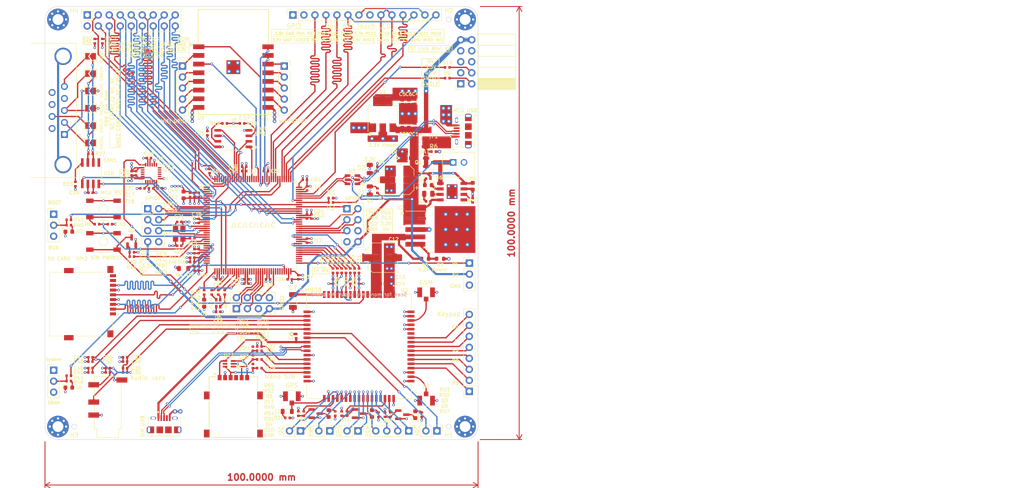
<source format=kicad_pcb>
(kicad_pcb (version 20241229) (generator "pcbnew") (generator_version "9.0")
  (title_block (title "UnderControl") (rev "1.6") (company "Yaman's Lab"))
  (layers (0 "F.Cu" signal) (4 "In1.Cu" power) (6 "In2.Cu" power) (2 "B.Cu" signal) (13 "F.Paste" user) (15 "B.Paste" user) (5 "F.SilkS" user "F.Silkscreen") (7 "B.SilkS" user "B.Silkscreen") (1 "F.Mask" user) (3 "B.Mask" user) (25 "Edge.Cuts" user))
  (net 0 "")
  (net 1 "+5V")
  (net 2 "GND")
  (net 3 "+3V3")
  (net 4 "+4V")
  (net 5 "NRST")
  (net 6 "Net-(C17-Pad1)")
  (net 7 "Net-(C27-Pad1)")
  (net 8 "Net-(C16-Pad1)")
  (net 9 "VRTC")
  (net 10 "HSE_IN")
  (net 11 "/Crystal_RC")
  (net 12 "SIM_DATA")
  (net 13 "SIM_CLK")
  (net 15 "/SIM_RST_Pro")
  (net 16 "SIM_VDD")
  (net 17 "Right")
  (net 18 "Left")
  (net 19 "MIC1N")
  (net 20 "MIC1P")
  (net 21 "+3.3VA")
  (net 22 "Net-(D3-Pad1)")
  (net 23 "Net-(D3-Pad2)")
  (net 24 "/5V_LED")
  (net 25 "/3.3V_LED")
  (net 26 "Net-(D4-Pad2)")
  (net 27 "Net-(D4-Pad1)")
  (net 28 "Net-(D6-Pad3)")
  (net 29 "Net-(D9-Pad1)")
  (net 30 "Net-(D6-Pad2)")
  (net 31 "Net-(D6-Pad1)")
  (net 32 "/LED")
  (net 33 "Net-(D9-Pad2)")
  (net 34 "Net-(D11-Pad1)")
  (net 35 "Net-(D11-Pad2)")
  (net 36 "VBUS")
  (net 37 "/KBR3")
  (net 38 "/KBR2")
  (net 39 "/KBR1")
  (net 40 "/KBR0")
  (net 41 "/KBC3")
  (net 42 "/KBC2")
  (net 43 "/KBC1")
  (net 44 "/KBC0")
  (net 45 "+BATT")
  (net 46 "/SIM_PCM_P1")
  (net 47 "/SIM_PCM_P2")
  (net 48 "/SIM_PCM_P3")
  (net 49 "/SIM_PCM_P4")
  (net 50 "/SIM_GPIO_P1")
  (net 51 "/SIM_GPIO_P2")
  (net 52 "/SIM_PWM_P1")
  (net 53 "/SIM_PWM_P2")
  (net 54 "/SIM_I2C_P1")
  (net 55 "/SIM_I2C_P2")
  (net 56 "SIM_USB_D-")
  (net 57 "SIM_VBUS")
  (net 59 "SIM_USB_D+")
  (net 60 "USB_CONN_D-")
  (net 62 "USB_CONN_D+")
  (net 63 "/SWCLK_P")
  (net 64 "/SWDIO_P")
  (net 65 "/SIM_ADC_P0")
  (net 66 "/SIM_ADC_P1")
  (net 67 "/BOOT_GPIO/BOOT_LED")
  (net 68 "I2C2_SDA")
  (net 69 "I2C2_SCL")
  (net 70 "SPI2_CS_SD")
  (net 71 "SPI2_MOSI")
  (net 72 "SPI2_SCK")
  (net 73 "SPI2_MISO")
  (net 74 "OBD2_GND")
  (net 75 "OBD1_CANL")
  (net 76 "OBD1_GND")
  (net 77 "OBD2_CANL")
  (net 78 "OBD1_CANH")
  (net 79 "DCMI_SDA")
  (net 80 "DCMI_SCL")
  (net 81 "DCMI_VS")
  (net 82 "DCMI_HS")
  (net 83 "DCMI_PCLK")
  (net 84 "DCMI_XCLK")
  (net 85 "DCMI_D7")
  (net 86 "DCMI_D6")
  (net 87 "DCMI_D5")
  (net 88 "DCMI_D4")
  (net 89 "DCMI_D3")
  (net 90 "DCMI_D2")
  (net 91 "DCMI_D1")
  (net 92 "DCMI_D0")
  (net 93 "DCMI_RST")
  (net 94 "DCMI_PWD")
  (net 95 "SPI3_CS_LCD")
  (net 96 "LCD_RST")
  (net 97 "LCD_DC")
  (net 98 "SPI3_MOSI")
  (net 99 "SPI3_SCK")
  (net 100 "SPI3_MISO")
  (net 101 "SPI1_SCK")
  (net 102 "SPI1_MOSI")
  (net 103 "SPI1_MISO")
  (net 104 "BT_ANT")
  (net 105 "GPS_ANT")
  (net 106 "/SIM_CLK_Pro")
  (net 107 "/SIM_DATA_Pro")
  (net 108 "GSM_ANT")
  (net 109 "CAN_H")
  (net 110 "CAN_L")
  (net 111 "/GPS_RL")
  (net 112 "/PWRKEY_TB")
  (net 113 "PWRKEY")
  (net 114 "STATUS")
  (net 115 "NETLED")
  (net 116 "/5V_REG_ADJ")
  (net 117 "/NRTS_P")
  (net 118 "SWCLK")
  (net 119 "SWDIO")
  (net 120 "PPS")
  (net 121 "SIM_Power")
  (net 122 "BOOT0")
  (net 123 "HSE_OUT")
  (net 124 "SIM_TXD")
  (net 125 "SIM_RXM")
  (net 126 "SIM_RXD")
  (net 127 "SIM_TXM")
  (net 128 "SIM_RTS")
  (net 129 "SIM_RTSM")
  (net 130 "SIM_CTS")
  (net 131 "SIM_CTSM")
  (net 132 "SIM_RST")
  (net 133 "SIM_DTR")
  (net 134 "SIM_DTRM")
  (net 135 "SIM_DCD")
  (net 136 "SIM_DCDM")
  (net 137 "/CAN_TR_RS")
  (net 138 "SIM_INT")
  (net 139 "SIM_INTM")
  (net 140 "Blink_LED")
  (net 145 "USB_D+")
  (net 146 "USB_D-")
  (net 147 "WIFI_RST")
  (net 148 "WIFI_EN")
  (net 149 "WIFI_TX")
  (net 150 "WIFI_RX")
  (net 152 "RF_Data")
  (net 154 "/BOOT_GPIO/BOOT1_LED")
  (net 155 "Net-(C26-Pad1)")
  (net 158 "Net-(D10-Pad1)")
  (net 159 "Net-(D10-Pad2)")
  (net 160 "Net-(J13-Pad1)")
  (net 161 "Net-(J13-Pad2)")
  (net 162 "Net-(J13-Pad3)")
  (net 163 "Net-(J13-Pad4)")
  (net 164 "Net-(J13-Pad5)")
  (net 165 "Net-(J11-Pad1)")
  (net 173 "Gyro_INT")
  (net 181 "SPI3_CS_Touch")
  (net 182 "SPI1_CS_Flash")
  (net 183 "Touch_INT")
  (net 187 "PE0")
  (net 188 "PG14")
  (net 189 "PG13")
  (net 190 "PG11")
  (net 191 "PG10")
  (net 192 "BAT_DIV")
  (net 193 "PC9")
  (net 194 "PG6")
  (net 195 "PG5")
  (net 196 "PG4")
  (net 197 "PG3")
  (net 198 "PG2")
  (net 199 "PB15")
  (net 200 "PB14")
  (net 201 "PB13")
  (net 202 "PE3")
  (net 203 "PE2")
  (net 204 "PC14")
  (net 205 "PC13")
  (net 206 "PF2")
  (net 207 "PC15")
  (net 208 "PF4")
  (net 209 "PF3")
  (net 210 "PF6")
  (net 211 "PF5")
  (net 212 "PF8")
  (net 213 "PF7")
  (net 214 "PF10")
  (net 215 "PC0")
  (net 216 "PC4")
  (net 217 "PC5")
  (net 218 "PF12")
  (net 219 "PF11")
  (net 220 "PF14")
  (net 221 "PF13")
  (net 222 "PG1")
  (net 223 "PF15")
  (net 224 "PE8")
  (net 225 "PG0")
  (net 226 "PE10")
  (net 227 "PE7")
  (net 228 "PE12")
  (net 229 "PE9")
  (net 230 "PE14")
  (net 231 "PE11")
  (net 232 "PB11")
  (net 233 "PE13")
  (net 234 "PE15")
  (net 235 "Net-(J11-Pad2)")
  (net 236 "Net-(J11-Pad3)")
  (net 237 "Net-(J11-Pad4)")
  (net 238 "Net-(J11-Pad5)")
  (net 252 "unconnected-(J15-Pad0)")
  (net 256 "TIM3_CH3")
  (net 257 "TIM3_CH2")
  (net 258 "TIM3_CH4")
  (net 259 "PA1")
  (net 260 "PA0")
  (net 261 "PA5")
  (net 262 "PG15")
  (net 263 "CAN_TX")
  (net 264 "CAN_RX")
  (net 265 "PD15")
  (net 278 "Net-(Q3-Pad1)")
  (net 279 "Net-(Q4-Pad1)")
  (net 280 "Net-(Q5-Pad1)")
  (net 281 "Net-(R16-Pad2)")
  (net 282 "Net-(R19-Pad2)")
  (net 283 "Net-(R20-Pad1)")
  (net 284 "/BOOT_GPIO/BOOT0_L")
  (net 285 "/BOOT_GPIO/BOOT1_L")
  (net 286 "BOOT1")
  (footprint "Connector_PinSocket_2.54mm:PinSocket_1x05_P2.54mm_Vertical" (layer "F.Cu") (at 83.25 66.25)
    (property "Reference" "J11" (hide yes))
    (property "Value" "WIFI GPIO1")
  )
  (footprint "Jumper:SolderJumper-2_P1.3mm_Open_TrianglePad1.0x1.5mm" (layer "F.Cu") (at 62.025 64 180)
    (property "Reference" "JP5" (hide yes))
    (property "Value" "OBD2L")
  )
  (footprint "Resistor_SMD:R_0402_1005Metric" (layer "F.Cu") (at 57 139 180)
    (property "Reference" "R46")
    (property "Value" "1k")
  )
  (footprint "Resistor_SMD:R_0402_1005Metric" (layer "F.Cu") (at 63 60.5 90)
    (property "Reference" "R22")
    (property "Value" "2.2k")
  )
  (footprint "Resistor_SMD:R_0402_1005Metric" (layer "F.Cu") (at 101 134)
    (property "Reference" "R30")
    (property "Value" "22")
  )
  (footprint "Capacitor_SMD:C_0603_1608Metric" (layer "F.Cu") (at 83.5 96 90)
    (property "Reference" "C49")
    (property "Value" "10uf")
  )
  (footprint "Kicad lib:19237R6GHBHCA012T" (layer "F.Cu") (at 91.5 121 -90)
    (property "Reference" "D6")
    (property "Value" "LED_RGBA" (hide yes))
  )
  (footprint "Connector_PinHeader_2.54mm:PinHeader_1x04_P2.54mm_Vertical" (layer "F.Cu") (at 135.5 150.5 -90)
    (property "Reference" "J3" (hide yes))
    (property "Value" "SIM_PCM")
  )
  (footprint "Resistor_SMD:R_0402_1005Metric" (layer "F.Cu") (at 118.5 146.5 -90)
    (property "Reference" "R49")
    (property "Value" "1k")
  )
  (footprint "Connector_PinSocket_2.54mm:PinSocket_1x05_P2.54mm_Vertical" (layer "F.Cu") (at 106.75 66.25)
    (property "Reference" "J13" (hide yes))
    (property "Value" "WIFI GPIO2")
  )
  (footprint "Capacitor_SMD:C_0402_1005Metric" (layer "F.Cu") (at 99.5 133.52 -90)
    (property "Reference" "C30")
    (property "Value" "33pf")
  )
  (footprint "Capacitor_SMD:C_0402_1005Metric" (layer "F.Cu") (at 62.025 95.5)
    (property "Reference" "C28")
    (property "Value" "100nf")
  )
  (footprint "Capacitor_SMD:C_0402_1005Metric" (layer "F.Cu") (at 97.5 89.5)
    (property "Reference" "C39")
    (property "Value" "100nf")
  )
  (footprint "Fuse:Fuse_1206_3216Metric" (layer "F.Cu") (at 139.5 82.5 -90)
    (property "Reference" "F1")
    (property "Value" "2A")
  )
  (footprint "Connector_PinSocket_2.54mm:PinSocket_1x08_P2.54mm_Vertical" (layer "F.Cu") (at 149.475 141.375 180)
    (property "Reference" "J1" (hide yes))
    (property "Value" "Keypad")
  )
  (footprint "Capacitor_SMD:C_0402_1005Metric" (layer "F.Cu") (at 66.5 102.77)
    (property "Reference" "C15")
    (property "Value" "100nf")
  )
  (footprint "Connector_Audio:Jack_3.5mm_PJ320D_Horizontal" (layer "F.Cu") (at 66 143.67 90)
    (property "Reference" "J22" (hide yes))
    (property "Value" "Audio Jack")
  )
  (footprint "LED_SMD:LED_0603_1608Metric" (layer "F.Cu") (at 140 93.75 180)
    (property "Reference" "D3")
    (property "Value" "GREEN")
  )
  (footprint "Package_TO_SOT_SMD:SOT-23-6" (layer "F.Cu") (at 122.5 92.5 180)
    (property "Reference" "U4")
    (property "Value" "USBLC6-2SC6")
  )
  (footprint "Package_TO_SOT_SMD:SOT-23" (layer "F.Cu") (at 124 146.5)
    (property "Reference" "Q4")
    (property "Value" "S8050")
  )
  (footprint "Capacitor_SMD:CP_Elec_6.3x7.7" (layer "F.Cu") (at 129.5 110.5)
    (property "Reference" "C12")
    (property "Value" "470uf")
  )
  (footprint "Resistor_SMD:R_0402_1005Metric" (layer "F.Cu") (at 141.25 86)
    (property "Reference" "R6")
    (property "Value" "10k")
  )
  (footprint "Kicad lib:ESP-12S" (layer "F.Cu") (at 95 65.3)
    (property "Reference" "U5")
    (property "Value" "ESP-12S")
  )
  (footprint "Capacitor_SMD:C_0402_1005Metric" (layer "F.Cu") (at 129.5 116.5)
    (property "Reference" "C14")
    (property "Value" "100nf")
  )
  (footprint "Capacitor_SMD:C_0402_1005Metric" (layer "F.Cu") (at 86 109 -90)
    (property "Reference" "C44")
    (property "Value" "100nf")
  )
  (footprint "Connector_PinHeader_2.54mm:PinHeader_1x02_P2.54mm_Vertical" (layer "F.Cu") (at 123.775 150.5 -90)
    (property "Reference" "J4" (hide yes))
    (property "Value" "GPIO")
  )
  (footprint "Inductor_SMD:L_0805_2012Metric" (layer "F.Cu") (at 107.4375 146)
    (property "Reference" "L1")
    (property "Value" "1uH")
  )
  (footprint "Connector_Dsub:DSUB-9_Female_Horizontal_P2.77x2.84mm_EdgePinOffset4.94mm_Housed_MountingHolesOffset7.48mm" (layer "F.Cu") (at 55.985 82.05 -90)
    (property "Reference" "J15" (hide yes))
    (property "Value" "DB9 CAN")
  )
  (footprint "Resistor_SMD:R_0402_1005Metric" (layer "F.Cu") (at 85.5 106 180)
    (property "Reference" "R15")
    (property "Value" "47")
  )
  (footprint "Resistor_SMD:R_0402_1005Metric" (layer "F.Cu") (at 121.25 146.5 90)
    (property "Reference" "R51")
    (property "Value" "4.7k")
  )
  (footprint "Resistor_SMD:R_0402_1005Metric" (layer "F.Cu") (at 91.5 118.5 -90)
    (property "Reference" "R41")
    (property "Value" "1k")
  )
  (footprint "Capacitor_SMD:C_0402_1005Metric" (layer "F.Cu") (at 86 96 90)
    (property "Reference" "C50")
    (property "Value" "1uf")
  )
  (footprint "Capacitor_SMD:C_0402_1005Metric" (layer "F.Cu") (at 109.5 128.6 90)
    (property "Reference" "C8")
    (property "Value" "1uf")
  )
  (footprint "Resistor_SMD:R_0402_1005Metric" (layer "F.Cu") (at 57 101.75)
    (property "Reference" "R43")
    (property "Value" "10k")
  )
  (footprint "Capacitor_SMD:C_0603_1608Metric" (layer "F.Cu") (at 135.5 74.775 -90)
    (property "Reference" "C6")
    (property "Value" "10uf")
  )
  (footprint "Resistor_SMD:R_0402_1005Metric" (layer "F.Cu") (at 150.25 97.25 -90)
    (property "Reference" "R16")
    (property "Value" "5.6k")
  )
  (footprint "Capacitor_SMD:C_0402_1005Metric" (layer "F.Cu") (at 110 115 -90)
    (property "Reference" "C37")
    (property "Value" "4.7uf")
  )
  (footprint "Capacitor_SMD:C_0402_1005Metric" (layer "F.Cu") (at 108 115.5)
    (property "Reference" "C16")
    (property "Value" "2.2uf")
  )
  (footprint "Resistor_SMD:R_0402_1005Metric" (layer "F.Cu") (at 64.75 60.5 90)
    (property "Reference" "R21")
    (property "Value" "2.2k")
  )
  (footprint "Resistor_SMD:R_0402_1005Metric" (layer "F.Cu") (at 62.025 86.5)
    (property "Reference" "R27")
    (property "Value" "120")
  )
  (footprint "Capacitor_SMD:C_0402_1005Metric" (layer "F.Cu") (at 66 137 180)
    (property "Reference" "C56")
    (property "Value" "30pf")
  )
  (footprint "Capacitor_SMD:C_0402_1005Metric" (layer "F.Cu") (at 99.5 131.52 -90)
    (property "Reference" "C29")
    (property "Value" "33pf")
  )
  (footprint "Resistor_SMD:R_0402_1005Metric" (layer "F.Cu") (at 63.5 102.77)
    (property "Reference" "R8")
    (property "Value" "22")
  )
  (footprint "Kicad lib:HRS_U.FL-R-SMT(01)" (layer "F.Cu") (at 108.5 142.5)
    (property "Reference" "J19" (hide yes))
    (property "Value" "U.FL-GPS")
  )
  (footprint "Resistor_SMD:R_0402_1005Metric" (layer "F.Cu") (at 90 118.5 -90)
    (property "Reference" "R40")
    (property "Value" "1k")
  )
  (footprint "Capacitor_SMD:C_0402_1005Metric" (layer "F.Cu") (at 70 133.5)
    (property "Reference" "C33")
    (property "Value" "12pf")
  )
  (footprint "Connector_PinHeader_2.54mm:PinHeader_1x02_P2.54mm_Vertical" (layer "F.Cu") (at 117.275 150.5 -90)
    (property "Reference" "J5" (hide yes))
    (property "Value" "PWM")
  )
  (footprint "Capacitor_SMD:C_0402_1005Metric" (layer "F.Cu") (at 70 136)
    (property "Reference" "C36")
    (property "Value" "30pf")
  )
  (footprint "Capacitor_SMD:C_0402_1005Metric" (layer "F.Cu") (at 97.5 90.5 180)
    (property "Reference" "C58")
    (property "Value" "100nf")
  )
  (footprint "Resistor_SMD:R_0402_1005Metric" (layer "F.Cu") (at 128.25 90.02 -90)
    (property "Reference" "R4")
    (property "Value" "1k")
  )
  (footprint "LED_SMD:LED_0805_2012Metric" (layer "F.Cu") (at 126.5 95 90)
    (property "Reference" "D1")
    (property "Value" "RED")
  )
  (footprint "Package_TO_SOT_SMD:SOT-23" (layer "F.Cu") (at 140.4375 88.5)
    (property "Reference" "Q1")
    (property "Value" "AO3401A")
  )
  (footprint "Capacitor_SMD:C_0402_1005Metric" (layer "F.Cu") (at 98 116.5 180)
    (property "Reference" "C42")
    (property "Value" "100nf")
  )
  (footprint "Package_TO_SOT_SMD:SOT-23" (layer "F.Cu") (at 134 146.75)
    (property "Reference" "Q3")
    (property "Value" "S8050")
  )
  (footprint "Capacitor_SMD:C_0402_1005Metric" (layer "F.Cu") (at 137 74.48 -90)
    (property "Reference" "C4")
    (property "Value" "100nf")
  )
  (footprint "Capacitor_SMD:C_0402_1005Metric" (layer "F.Cu") (at 87 113 -90)
    (property "Reference" "C54")
    (property "Value" "100nf")
  )
  (footprint "Resistor_SMD:R_0603_1608Metric" (layer "F.Cu") (at 139.25 110.75)
    (property "Reference" "R5")
    (property "Value" "3.6k")
  )
  (footprint "Resistor_SMD:R_0402_1005Metric" (layer "F.Cu") (at 101 136)
    (property "Reference" "R29")
    (property "Value" "22")
  )
  (footprint "Resistor_SMD:R_0402_1005Metric" (layer "F.Cu") (at 58.525 93.5 -90)
    (property "Reference" "R33")
    (property "Value" "10k")
  )
  (footprint "Capacitor_SMD:C_0603_1608Metric" (layer "F.Cu") (at 150.25 94 -90)
    (property "Reference" "C20")
    (property "Value" "10uf")
  )
  (footprint "Connector_PinHeader_2.54mm:PinHeader_2x04_P2.54mm_Vertical" (layer "F.Cu") (at 75.225 99.2)
    (property "Reference" "J25" (hide yes))
    (property "Value" "GPIO1")
  )
  (footprint "Kicad lib:SW_TL3342F160QG" (layer "F.Cu") (at 65 99.25)
    (property "Reference" "S1" (hide yes))
    (property "Value" "MCU RST")
  )
  (footprint "Kicad lib:SW_TL3342F160QG" (layer "F.Cu") (at 65 106.75)
    (property "Reference" "S2" (hide yes))
    (property "Value" "SIM PWR")
  )
  (footprint "Capacitor_SMD:C_0402_1005Metric" (layer "F.Cu") (at 62 136 180)
    (property "Reference" "C46")
    (property "Value" "30pf")
  )
  (footprint "Capacitor_SMD:C_0402_1005Metric" (layer "F.Cu") (at 62 133.5 180)
    (property "Reference" "C47")
    (property "Value" "30pf")
  )
  (footprint "Capacitor_SMD:C_0402_1005Metric" (layer "F.Cu") (at 87 102 90)
    (property "Reference" "C38")
    (property "Value" "100nf")
  )
  (footprint "Capacitor_SMD:C_0402_1005Metric" (layer "F.Cu") (at 74 94.5 180)
    (property "Reference" "C27")
    (property "Value" "2.2nf")
  )
  (footprint "Capacitor_SMD:C_0603_1608Metric" (layer "F.Cu") (at 134 74.775 -90)
    (property "Reference" "C5")
    (property "Value" "10uf")
  )
  (footprint "Capacitor_SMD:C_0402_1005Metric" (layer "F.Cu") (at 112 94.5 90)
    (property "Reference" "C17")
    (property "Value" "2.2uf")
  )
  (footprint "Capacitor_SMD:C_0402_1005Metric" (layer "F.Cu") (at 89.5 90.5 -90)
    (property "Reference" "C60")
    (property "Value" "100nf")
  )
  (footprint "Package_TO_SOT_SMD:TO-263-5_TabPin3" (layer "F.Cu") (at 142.795 104)
    (property "Reference" "U2")
    (property "Value" "MIC29302AWU-Regulator_Linear")
  )
  (footprint "Resistor_SMD:R_0402_1005Metric" (layer "F.Cu") (at 120 146.5 -90)
    (property "Reference" "R54")
    (property "Value" "47k")
  )
  (footprint "Resistor_SMD:R_0603_1608Metric" (layer "F.Cu") (at 142.75 110.75)
    (property "Reference" "R7")
    (property "Value" "1.5k")
  )
  (footprint "Capacitor_SMD:C_0603_1608Metric" (layer "F.Cu") (at 129.5 115)
    (property "Reference" "C13")
    (property "Value" "10uf")
  )
  (footprint "Capacitor_SMD:C_0402_1005Metric" (layer "F.Cu") (at 135.52 86.02 180)
    (property "Reference" "C9")
    (property "Value" "100nf")
  )
  (footprint "Resistor_SMD:R_0402_1005Metric" (layer "F.Cu") (at 107.5 147.5)
    (property "Reference" "R26")
    (property "Value" "22")
  )
  (footprint "Capacitor_SMD:C_0402_1005Metric" (layer "F.Cu") (at 72.5 91 -90)
    (property "Reference" "C23")
    (property "Value" "100nf")
  )
  (footprint "Capacitor_SMD:C_0603_1608Metric" (layer "F.Cu") (at 134 79.725 90)
    (property "Reference" "C3")
    (property "Value" "10uf")
  )
  (footprint "Connector_PinHeader_2.54mm:PinHeader_1x03_P2.54mm_Vertical" (layer "F.Cu") (at 149.5 111.75)
    (property "Reference" "J12" (hide yes))
    (property "Value" "RF")
  )
  (footprint "Capacitor_SMD:C_0402_1005Metric" (layer "F.Cu") (at 87 96 90)
    (property "Reference" "C51")
    (property "Value" "100nf")
  )
  (footprint "Capacitor_SMD:C_0402_1005Metric" (layer "F.Cu") (at 111.5 92.5 180)
    (property "Reference" "C63")
    (property "Value" "100nf")
  )
  (footprint "Jumper:SolderJumper-2_P1.3mm_Open_TrianglePad1.0x1.5mm" (layer "F.Cu") (at 62.025 76 180)
    (property "Reference" "JP3" (hide yes))
    (property "Value" "OBD1G")
  )
  (footprint "Resistor_SMD:R_0402_1005Metric" (layer "F.Cu") (at 144.4 66.55 180)
    (property "Reference" "R10")
    (property "Value" "22")
  )
  (footprint "Kicad lib:XCVR_SIM808" (layer "F.Cu") (at 124 131 -90)
    (property "Reference" "U3")
    (property "Value" "SIM808")
  )
  (footprint "LED_SMD:LED_0603_1608Metric" (layer "F.Cu") (at 88.25 121 90)
    (property "Reference" "D5")
    (property "Value" "GREEN")
  )
  (footprint "Capacitor_SMD:C_0402_1005Metric" (layer "F.Cu") (at 82.5 107.75 180)
    (property "Reference" "C22")
    (property "Value" "12pf")
  )
  (footprint "Capacitor_SMD:CP_Elec_6.3x7.7" (layer "F.Cu") (at 133.3 92.52 180)
    (property "Reference" "C11")
    (property "Value" "470uf")
  )
  (footprint "LED_SMD:LED_0805_2012Metric" (layer "F.Cu") (at 126.5 90.02 -90)
    (property "Reference" "D2")
    (property "Value" "RED")
  )
  (footprint "Capacitor_SMD:C_0402_1005Metric" (layer "F.Cu") (at 62 134.5 180)
    (property "Reference" "C48")
    (property "Value" "12pf")
  )
  (footprint "LED_SMD:LED_0603_1608Metric" (layer "F.Cu") (at 127 146.5 90)
    (property "Reference" "D10")
    (property "Value" "GREEN")
  )
  (footprint "Capacitor_SMD:C_0402_1005Metric" (layer "F.Cu") (at 137 80.02 90)
    (property "Reference" "C1")
    (property "Value" "100nf")
  )
  (footprint "Resistor_SMD:R_0402_1005Metric" (layer "F.Cu") (at 138.5 146.75 -90)
    (property "Reference" "R47")
    (property "Value" "1k")
  )
  (footprint "Resistor_SMD:R_0402_1005Metric" (layer "F.Cu") (at 140 97.5)
    (property "Reference" "R14")
    (property "Value" "1k")
  )
  (footprint "Connector_PinSocket_2.54mm:PinSocket_2x05_P2.54mm_Horizontal" (layer "F.Cu") (at 147.5 70.35 180)
    (property "Reference" "J9" (hide yes))
    (property "Value" "ST Link Mini")
  )
  (footprint "Capacitor_SMD:C_0402_1005Metric" (layer "F.Cu") (at 71.5 91 -90)
    (property "Reference" "C24")
    (property "Value" "100nf")
  )
  (footprint "Kicad lib:TF15X15" (layer "F.Cu") (at 60.25 121 -90)
    (property "Reference" "J14" (hide yes))
    (property "Value" "SD_Card" (hide yes))
  )
  (footprint "Sensor_Motion:InvenSense_QFN-24_4x4mm_P0.5mm_NoMask" (layer "F.Cu") (at 76 91 180)
    (property "Reference" "U9")
    (property "Value" "MPU-6050")
  )
  (footprint "Resistor_SMD:R_0402_1005Metric" (layer "F.Cu") (at 130 146.75 -90)
    (property "Reference" "R53")
    (property "Value" "47k")
  )
  (footprint "Capacitor_SMD:C_0402_1005Metric" (layer "F.Cu") (at 82.5 102.25)
    (property "Reference" "C21")
    (property "Value" "12pf")
  )
  (footprint "Resistor_SMD:R_0402_1005Metric" (layer "F.Cu") (at 117.5 97.75 180)
    (property "Reference" "R2")
    (property "Value" "10k")
  )
  (footprint "Inductor_SMD:L_0805_2012Metric" (layer "F.Cu") (at 83.5 113 180)
    (property "Reference" "FB1")
    (property "Value" "600R@600MHz")
  )
  (footprint "Capacitor_SMD:C_0402_1005Metric" (layer "F.Cu") (at 85.5 110.5 180)
    (property "Reference" "C19")
    (property "Value" "100nf")
  )
  (footprint "Connector_PinHeader_2.54mm:PinHeader_1x03_P2.54mm_Vertical" (layer "F.Cu") (at 53.5 100.46)
    (property "Reference" "J23" (hide yes))
    (property "Value" "BOOT RUN")
  )
  (footprint "Resistor_SMD:R_0402_1005Metric" (layer "F.Cu") (at 122 116 90)
    (property "Reference" "R37")
    (property "Value" "5.6k")
  )
  (footprint "Capacitor_SMD:C_0402_1005Metric" (layer "F.Cu") (at 113 101 90)
    (property "Reference" "C64")
    (property "Value" "100nf")
  )
  (footprint "Capacitor_SMD:C_1206_3216Metric" (layer "F.Cu") (at 108.75 120.5 -90)
    (property "Reference" "C7")
    (property "Value" "47uf")
  )
  (footprint "Kicad lib:AMPHENOL_10118194-0001LF" (layer "F.Cu") (at 149.25 81.25 90)
    (property "Reference" "J8" (hide yes))
    (property "Value" "MCU USB")
  )
  (footprint "Capacitor_SMD:C_0402_1005Metric" (layer "F.Cu") (at 99.5 135.52 -90)
    (property "Reference" "C31")
    (property "Value" "33pf")
  )
  (footprint "MountingHole:MountingHole_2.5mm_Pad_Via" (layer "F.Cu") (at 148.5 149.5)
    (property "Reference" "H1")
    (property "Value" "MountingHole_Pad")
  )
  (footprint "Jumper:SolderJumper-2_P1.3mm_Open_TrianglePad1.0x1.5mm" (layer "F.Cu") (at 62.025 72 180)
    (property "Reference" "JP6" (hide yes))
    (property "Value" "OBD2G")
  )
  (footprint "Capacitor_SMD:C_0402_1005Metric" (layer "F.Cu") (at 86 113 -90)
    (property "Reference" "C53")
    (property "Value" "1uf")
  )
  (footprint "Capacitor_SMD:C_0402_1005Metric" (layer "F.Cu") (at 102.5 90.5 180)
    (property "Reference" "C61")
    (property "Value" "100nf")
  )
  (footprint "Resistor_SMD:R_0402_1005Metric" (layer "F.Cu") (at 118 116 90)
    (property "Reference" "R38")
    (property "Value" "5.6k")
  )
  (footprint "Jumper:SolderJumper-2_P1.3mm_Open_TrianglePad1.0x1.5mm" (layer "F.Cu") (at 62.025 68 180)
    (property "Reference" "JP4" (hide yes))
    (property "Value" "OBD2H")
  )
  (footprint "LED_SMD:LED_0805_2012Metric" (layer "F.Cu") (at 140 95.75 180)
    (property "Reference" "D4")
    (property "Value" "RED")
  )
  (footprint "Resistor_SMD:R_0402_1005Metric" (layer "F.Cu") (at 93 118.5 -90)
    (property "Reference" "R42")
    (property "Value" "1k")
  )
  (footprint "Resistor_SMD:R_0402_1005Metric" (layer "F.Cu") (at 93 79.5 180)
    (property "Reference" "R19")
    (property "Value" "10k")
  )
  (footprint "Connector_PinSocket_2.54mm:PinSocket_2x09_P2.54mm_Vertical" (layer "F.Cu") (at 61.25 54.46 90)
    (property "Reference" "J16" (hide yes))
    (property "Value" "CAM_Port")
  )
  (footprint "Resistor_SMD:R_0402_1005Metric" (layer "F.Cu") (at 131.25 146.75 90)
    (property "Reference" "R50")
    (property "Value" "4.7k")
  )
  (footprint "Connector_PinHeader_2.54mm:PinHeader_1x02_P2.54mm_Vertical" (layer "F.Cu") (at 110.5 150.5 -90)
    (property "Reference" "J6" (hide yes))
    (property "Value" "I2C")
  )
  (footprint "Package_TO_SOT_SMD:SOT-23" (layer "F.Cu") (at 71.5 106.75 90)
    (property "Reference" "Q2")
    (property "Value" "S8050")
  )
  (footprint "Connector_PinHeader_2.54mm:PinHeader_2x04_P2.54mm_Vertical" (layer "F.Cu") (at 121.225 99.2)
    (property "Reference" "J26" (hide yes))
    (property "Value" "GPIO2")
  )
  (footprint "MountingHole:MountingHole_2.5mm_Pad_Via" (layer "F.Cu") (at 54.5 149.5)
    (property "Reference" "H3")
    (property "Value" "MountingHole_Pad")
  )
  (footprint "Package_SO:SOIC-8_5.23x5.23mm_P1.27mm" (layer "F.Cu") (at 95 83 180)
    (property "Reference" "U8")
    (property "Value" "W25Q128JVS")
  )
  (footprint "Resistor_SMD:R_0402_1005Metric" (layer "F.Cu") (at 57 137.75)
    (property "Reference" "R44")
    (property "Value" "10k")
  )
  (footprint "Package_QFP:LQFP-144_20x20mm_P0.5mm" (layer "F.Cu") (at 99.5 103)
    (property "Reference" "U7")
    (property "Value" "STM32F407ZGTx")
  )
  (footprint "Resistor_SMD:R_0402_1005Metric" (layer "F.Cu") (at 117.5 96.75)
    (property "Reference" "R3")
    (property "Value" "10k")
  )
  (footprint "Capacitor_SMD:C_0402_1005Metric" (layer "F.Cu") (at 75.5 87.5 180)
    (property "Reference" "C26")
    (property "Value" "100nf")
  )
  (footprint "Capacitor_SMD:C_0402_1005Metric" (layer "F.Cu") (at 101 131)
    (property "Reference" "C32")
    (property "Value" "100nf")
  )
  (footprint "LED_SMD:LED_0603_1608Metric" (layer "F.Cu") (at 117 146.5 90)
    (property "Reference" "D11")
    (property "Value" "BLUE")
  )
  (footprint "Resistor_SMD:R_0402_1005Metric" (layer "F.Cu") (at 128.5 146.75 -90)
    (property "Reference" "R48")
    (property "Value" "1k")
  )
  (footprint "LED_SMD:LED_0603_1608Metric" (layer "F.Cu") (at 57 140.5)
    (property "Reference" "D8")
    (property "Value" "GREEN")
  )
  (footprint "Kicad lib:SOIC127P600X175-9N" (layer "F.Cu") (at 145.5 95.25 180)
    (property "Reference" "U6")
    (property "Value" "TP4056" (hide yes))
  )
  (footprint "Resistor_SMD:R_0402_1005Metric" (layer "F.Cu") (at 118 113.5 -90)
    (property "Reference" "R24")
    (property "Value" "1k")
  )
  (footprint "Package_TO_SOT_SMD:SOT-223-3_TabPin2" (layer "F.Cu") (at 129.5 77.35 90)
    (property "Reference" "U1")
    (property "Value" "LD1117S33TR_SOT223")
  )
  (footprint "Capacitor_SMD:C_0402_1005Metric" (layer "F.Cu") (at 85.5 111.5 180)
    (property "Reference" "C18")
    (property "Value" "1uf")
  )
  (footprint "Resistor_SMD:R_0402_1005Metric" (layer "F.Cu") (at 140 92.25)
    (property "Reference" "R13")
    (property "Value" "1k")
  )
  (footprint "LED_SMD:LED_0603_1608Metric" (layer "F.Cu") (at 137 146.75 90)
    (property "Reference" "D9")
    (property "Value" "BLUE")
  )
  (footprint "Capacitor_SMD:C_0402_1005Metric" (layer "F.Cu") (at 70 137)
    (property "Reference" "C35")
    (property "Value" "12pf")
  )
  (footprint "Resistor_SMD:R_0402_1005Metric" (layer "F.Cu") (at 101 132)
    (property "Reference" "R34")
    (property "Value" "22")
  )
  (footprint "Capacitor_SMD:C_0402_1005Metric" (layer "F.Cu") (at 85 96 90)
    (property "Reference" "C52")
    (property "Value" "100nf")
  )
  (footprint "Resistor_SMD:R_0402_1005Metric" (layer "F.Cu") (at 111.25 146.5 90)
    (property "Reference" "R52")
    (property "Value" "4.7k")
  )
  (footprint "Connector_PinHeader_2.54mm:PinHeader_2x04_P2.54mm_Vertical" (layer "F.Cu") (at 95.7 122.275 90)
    (property "Reference" "J27" (hide yes))
    (property "Value" "GPIO3")
  )
  (footprint "Resistor_SMD:R_0402_1005Metric" (layer "F.Cu") (at 124 116 90)
    (property "Reference" "R36")
    (property "Value" "5.6k")
  )
  (footprint "Kicad lib:SOIC127P599X175-8N" (layer "F.Cu") (at 62.025 91 90)
    (property "Reference" "U10")
    (property "Value" "SN65HVD230DR")
  )
  (footprint "Resistor_SMD:R_0402_1005Metric" (layer "F.Cu") (at 123 113.5 -90)
    (property "Reference" "R35")
    (property "Value" "1k")
  )
  (footprint "MountingHole:MountingHole_2.5mm_Pad_Via" (layer "F.Cu") (at 54.5 55.5)
    (property "Reference" "H4")
    (property "Value" "MountingHole_Pad")
  )
  (footprint "Resistor_SMD:R_0402_1005Metric" (layer "F.Cu") (at 71.55 109.25 180)
    (property "Reference" "R12")
    (property "Value" "47k")
  )
  (footprint "Capacitor_SMD:C_0402_1005Metric" (layer "F.Cu") (at 91.5 123)
    (property "Reference" "C65")
    (property "Value" "100nf")
  )
  (footprint "Resistor_SMD:R_0402_1005Metric" (layer "F.Cu") (at 121 113.5 -90)
    (property "Reference" "R28")
    (property "Value" "1k")
  )
  (footprint "Kicad lib:SOT65P210X110-6N" (layer "F.Cu") (at 94 135 180)
    (property "Reference" "U11")
    (property "Value" "SMF05CT1G")
  )
  (footprint "Resistor_SMD:R_0402_1005Metric" (layer "F.Cu") (at 88.25 118.5 -90)
    (property "Reference" "R39")
    (property "Value" "1k")
  )
  (footprint "Resistor_SMD:R_0402_1005Metric" (layer "F.Cu") (at 76 94.5)
    (property "Reference" "R17")
    (property "Value" "2.2k")
  )
  (footprint "Capacitor_SMD:C_0603_1608Metric" (layer "F.Cu") (at 135.225 87.52 180)
    (property "Reference" "C10")
    (property "Value" "10uf")
  )
  (footprint "Connector_PinHeader_2.54mm:PinHeader_1x02_P2.54mm_Vertical" (layer "F.Cu") (at 142 150.5 -90)
    (property "Reference" "J10" (hide yes))
    (property "Value" "ADC")
  )
  (footprint "Resistor_SMD:R_0402_1005Metric" (layer "F.Cu") (at 122 113.5 -90)
    (property "Reference" "R25")
    (property "Value" "1k")
  )
  (footprint "Jumper:SolderJumper-2_P1.3mm_Open_TrianglePad1.0x1.5mm" (layer "F.Cu") (at 62.025 80 180)
    (property "Reference" "JP1" (hide yes))
    (property "Value" "OBD1H")
  )
  (footprint "Capacitor_SMD:C_0402_1005Metric" (layer "F.Cu") (at 98 115.5 180)
    (property "Reference" "C41")
    (property "Value" "100nf")
  )
  (footprint "Resistor_SMD:R_0402_1005Metric" (layer "F.Cu") (at 78 94.5 180)
    (property "Reference" "R18")
    (property "Value" "2.2k")
  )
  (footprint "Resistor_SMD:R_0402_1005Metric" (layer "F.Cu") (at 120 113.5 -90)
    (property "Reference" "R32")
    (property "Value" "1k")
  )
  (footprint "Capacitor_SMD:C_0402_1005Metric" (layer "F.Cu") (at 91.5 115.5 180)
    (property "Reference" "C43")
    (property "Value" "100nf")
  )
  (footprint "Capacitor_SMD:C_0402_1005Metric" (layer "F.Cu") (at 112 101 90)
    (property "Reference" "C62")
    (property "Value" "100nf")
  )
  (footprint "Capacitor_SMD:C_0603_1608Metric" (layer "F.Cu") (at 135.5 79.725 90)
    (property "Reference" "C2")
    (property "Value" "10uf")
  )
  (footprint "Resistor_SMD:R_0402_1005Metric" (layer "F.Cu") (at 71.55 110.25)
    (property "Reference" "R11")
    (property "Value" "4.7k")
  )
  (footprint "Capacitor_SMD:C_0402_1005Metric" (layer "F.Cu") (at 66 136 180)
    (property "Reference" "C55")
    (property "Value" "12pf")
  )
  (footprint "Kicad lib:AMPHENOL_10118194-0001LF" (layer "F.Cu") (at 79 150.25)
    (property "Reference" "J7" (hide yes))
    (property "Value" "SIM_USB")
  )
  (footprint "Kicad lib:JST_B2B-XH-A(LF)(SN)" (layer "F.Cu") (at 147 88.5 180)
    (property "Reference" "J2" (hide yes))
    (property "Value" "BAT_Port")
  )
  (footprint "Capacitor_SMD:C_0402_1005Metric" (layer "F.Cu") (at 112 106.575 90)
    (property "Reference" "C57")
    (property "Value" "100nf")
  )
  (footprint "Resistor_SMD:R_0402_1005Metric" (layer "F.Cu") (at 128.25 95.02 90)
    (property "Reference" "R1")
    (property "Value" "1k")
  )
  (footprint "Capacitor_SMD:C_0402_1005Metric" (layer "F.Cu") (at 103 115.5)
    (property "Reference" "C59")
    (property "Value" "100nf")
  )
  (footprint "Crystal:Crystal_SMD_3225-4Pin_3.2x2.5mm" (layer "F.Cu") (at 82.5 105 -90)
    (property "Reference" "Y1")
    (property "Value" "16MHz")
  )
  (footprint "Connector_PinHeader_2.54mm:PinHeader_1x03_P2.54mm_Vertical" (layer "F.Cu") (at 53.5 136.475)
    (property "Reference" "J24" (hide yes))
    (property "Value" "BOOT1 RUN")
  )
  (footprint "Resistor_SMD:R_0402_1005Metric" (layer "F.Cu") (at 57 103 180)
    (property "Reference" "R45")
    (property "Value" "1k")
  )
  (footprint "MountingHole:MountingHole_2.5mm_Pad_Via" (layer "F.Cu") (at 148.5 55.5)
    (property "Reference" "H2")
    (property "Value" "MountingHole_Pad")
  )
  (footprint "Capacitor_SMD:C_0402_1005Metric" (layer "F.Cu") (at 62 137 180)
    (property "Reference" "C45")
    (property "Value" "12pf")
  )
  (footprint "Resistor_SMD:R_0402_1005Metric" (layer "F.Cu") (at 110 146.5 -90)
    (property "Reference" "R55")
    (property "Value" "47k")
  )
  (footprint "Package_TO_SOT_SMD:SOT-23" (layer "F.Cu") (at 114 146.5)
    (property "Reference" "Q5")
    (property "Value" "S8050")
  )
  (footprint "Capacitor_SMD:C_0402_1005Metric" (layer "F.Cu") (at 87 109 -90)
    (property "Reference" "C40")
    (property "Value" "100nf")
  )
  (footprint "Resistor_SMD:R_0402_1005Metric" (layer "F.Cu") (at 97 79.5 180)
    (property "Reference" "R20")
    (property "Value" "10k")
  )
  (footprint "Connector_PinSocket_2.54mm:PinSocket_1x14_P2.54mm_Vertical" (layer "F.Cu") (at 108.75 54.46 90)
    (property "Reference" "J17" (hide yes))
    (property "Value" "Dual SPI Touch LCD")
  )
  (footprint "Jumper:SolderJumper-2_P1.3mm_Open_TrianglePad1.0x1.5mm" (layer "F.Cu") (at 62.025 84 180)
    (property "Reference" "JP2" (hide yes))
    (property "Value" "OBD1L")
  )
  (footprint "Resistor_SMD:R_0402_1005Metric" (layer "F.Cu") (at 124 113.5 -90)
    (property "Reference" "R31")
    (property "Value" "1k")
  )
  (footprint "Kicad lib:HRS_U.FL-R-SMT(01)" (layer "F.Cu") (at 139.5 143.5 180)
    (property "Reference" "J18" (hide yes))
    (property "Value" "U.FL-BT")
  )
  (footprint "Kicad lib:HRS_U.FL-R-SMT(01)" (layer "F.Cu") (at 139.5 118.5)
    (property "Reference" "J21" (hide yes))
    (property "Value" "U.FL-GSM")
  )
  (footprint "Resistor_SMD:R_0402_1005Metric" (layer "F.Cu") (at 144.4 69.05 180)
    (property "Reference" "R9")
    (property "Value" "22")
  )
  (footprint "LED_SMD:LED_0603_1608Metric" (layer "F.Cu") (at 57 104.5)
    (property "Reference" "D7")
    (property "Value" "GREEN")
  )
  (footprint "Kicad lib:GCT_SIM8060-6-1-14-00-A" (layer "F.Cu") (at 95 145)
    (property "Reference" "J20" (hide yes))
    (property "Value" "JAE_SIM_Card_SF72S006")
  )
  (footprint "Capacitor_SMD:C_0402_1005Metric" (layer "F.Cu") (at 70 134.5)
    (property "Reference" "C34")
    (property "Value" "30pf")
  )
  (footprint "Resistor_SMD:R_0402_1005Metric" (layer "F.Cu") (at 119 113.5 -90)
    (property "Reference" "R23")
    (property "Value" "1k")
  )
  (footprint "Capacitor_SMD:C_0402_1005Metric" (layer "F.Cu") (at 89 81.75 90)
    (property "Reference" "C25")
    (property "Value" "100nf")
  )
  (gr_circle (center 100 85) (end 100.000001 85) (stroke (width 0.4)) (fill no) (layer "F.SilkS"))
  (gr_rect (start 96 124.25) (end 103 129.75) (stroke (width 0.15)) (fill no) (layer "F.SilkS"))
  (gr_circle (center 79.500001 92.25) (end 79.500002 92.25) (stroke (width 0.4)) (fill no) (layer "F.SilkS"))
  (gr_circle (center 125 93.5) (end 125.000001 93.5) (stroke (width 0.4)) (fill no) (layer "F.SilkS"))
  (gr_rect (start 103.75 57.75) (end 143.75 61) (stroke (width 0.1)) (fill no) (layer "F.SilkS"))
  (gr_line (start 84.767434 63.1) (end 65.567434 63.1) (stroke (width 0.1)) (layer "F.SilkS"))
  (gr_circle (center 87.5 94.25) (end 87.500001 94.25) (stroke (width 0.4)) (fill no) (layer "F.SilkS"))
  (gr_rect (start 135.5 61.5) (end 145.5 63) (stroke (width 0.15)) (fill no) (layer "F.SilkS"))
  (gr_circle (center 134 100.25) (end 134.000001 100.25) (stroke (width 0.4)) (fill no) (layer "F.SilkS"))
  (gr_circle (center 85.25 61.25) (end 85.250001 61.25) (stroke (width 0.4)) (fill no) (layer "F.SilkS"))
  (gr_line (start 143.75 59.375) (end 103.75 59.375) (stroke (width 0.1)) (layer "F.SilkS"))
  (gr_rect (start 125.75 99.25) (end 131.75 104.75) (stroke (width 0.15)) (fill no) (layer "F.SilkS"))
  (gr_rect (start 138.5 64.5) (end 142.5 71) (stroke (width 0.15)) (fill no) (layer "F.SilkS"))
  (gr_rect (start 85 126) (end 95.5 128) (stroke (width 0.15)) (fill no) (layer "F.SilkS"))
  (gr_rect (start 73.5 109) (end 79.5 114.5) (stroke (width 0.15)) (fill no) (layer "F.SilkS"))
  (gr_rect (start 113.25 112.75) (end 117.25 114.25) (stroke (width 0.15)) (fill no) (layer "F.SilkS"))
  (gr_circle (center 96 135.75) (end 96.000001 135.75) (stroke (width 0.4)) (fill no) (layer "F.SilkS"))
  (gr_circle (center 126.5 82) (end 126.500001 82) (stroke (width 0.4)) (fill no) (layer "F.SilkS"))
  (gr_circle (center 149.5 97.25) (end 149.500001 97.25) (stroke (width 0.4)) (fill no) (layer "F.SilkS"))
  (gr_rect (start 66.475 66.875) (end 68.975 85.125) (stroke (width 0.1)) (fill no) (layer "F.SilkS"))
  (gr_rect (start 65.567434 60.6) (end 84.817434 64.35) (stroke (width 0.1)) (fill no) (layer "F.SilkS"))
  (gr_line (start 84.767434 61.85) (end 65.567434 61.85) (stroke (width 0.1)) (layer "F.SilkS"))
  (gr_circle (center 144.75 55.5) (end 145.326 55.5) (stroke (width 0.1)) (fill no) (layer "Edge.Cuts"))
  (gr_line (start 148.5 52.5) (end 54.5 52.5) (stroke (width 0.1)) (layer "Edge.Cuts"))
  (gr_circle (center 144.75 149.499999) (end 145.326 149.499999) (stroke (width 0.1)) (fill no) (layer "Edge.Cuts"))
  (gr_line (start 151.5 149.5) (end 151.5 55.5) (stroke (width 0.1)) (layer "Edge.Cuts"))
  (gr_line (start 51.5 55.5) (end 51.5 149.5) (stroke (width 0.1)) (layer "Edge.Cuts"))
  (gr_arc (start 151.5 149.5) (mid 150.62132 151.62132) (end 148.5 152.5) (stroke (width 0.1)) (layer "Edge.Cuts"))
  (gr_line (start 54.5 152.5) (end 148.5 152.5) (stroke (width 0.1)) (layer "Edge.Cuts"))
  (gr_arc (start 51.5 55.5) (mid 52.37868 53.37868) (end 54.5 52.5) (stroke (width 0.1)) (layer "Edge.Cuts"))
  (gr_circle (center 58.25 149.499999) (end 58.826 149.499999) (stroke (width 0.1)) (fill no) (layer "Edge.Cuts"))
  (gr_arc (start 54.5 152.5) (mid 52.37868 151.62132) (end 51.5 149.5) (stroke (width 0.1)) (layer "Edge.Cuts"))
  (gr_arc (start 148.5 52.5) (mid 150.62132 53.37868) (end 151.5 55.5) (stroke (width 0.1)) (layer "Edge.Cuts"))
  (gr_text "GPIO" (at 119.3 150.5 90) (layer "F.SilkS") (effects (font (size 0.8 0.8))))
  (gr_text "GPIO2" (at 106.25 121 90) (layer "F.SilkS") (effects (font (size 0.8 0.8))))
  (gr_text "GPIO1" (at 76.5 96.75 0) (layer "F.SilkS") (effects (font (size 0.8 0.8))))
  (gr_text "3.3V Power" (at 129.5 84.5 0) (layer "F.SilkS") (effects (font (size 0.8 0.8))))
  (gr_text "SPI3" (at 109 57 0) (layer "F.SilkS") (effects (font (size 1 1))))
  (gr_text "4.2V Power" (at 141 113.25 0) (layer "F.SilkS") (effects (font (size 0.8 0.8))))
  (gr_text "PWM" (at 112.8 150.5 90) (layer "F.SilkS") (effects (font (size 0.8 0.8))))
  (gr_text "CAM Port" (at 75.067434 59.85 0) (layer "F.SilkS") (effects (font (size 0.8 0.8))))
  (gr_text "GPS" (at 108.5 140 0) (layer "F.SilkS") (effects (font (size 1 1))))
  (gr_text "PA3" (at 86.25 127.5 0) (layer "F.SilkS") (effects (font (size 0.6 0.6) (thickness 0.1))))
  (gr_text "CAN1" (at 66.5 88 0) (layer "F.SilkS") (effects (font (size 0.8 0.8))))
  (gr_text "OBD1H" (at 64.525 80 90) (layer "F.SilkS") (effects (font (size 0.65 0.65) (thickness 0.1))))
  (gr_text "PCM" (at 126 150.5 90) (layer "F.SilkS") (effects (font (size 0.8 0.8))))
  (gr_text "5V\n3.3V\nGND\nSWDIO\nSWCLK" (at 140.5 67.75 0) (layer "F.SilkS") (effects (font (size 0.8 0.8))))
  (gr_text "Nano SIM" (at 105.75 138 0) (layer "F.SilkS") (effects (font (size 1 1))))
  (gr_text "BOOT" (at 53.75 97.75 0) (layer "F.SilkS") (effects (font (size 0.8 0.8))))
  (gr_text "BAT" (at 139 86 0) (layer "F.SilkS") (effects (font (size 1 1))))
  (gr_text "+" (at 89.75 121.75 0) (layer "F.SilkS") (effects (font (size 0.8 0.8))))
  (gr_text "GSM" (at 139.5 116.25 0) (layer "F.SilkS") (effects (font (size 1 1))))
  (gr_text "+-" (at 139 90.75 0) (layer "F.SilkS") (effects (font (size 1 1))))
  (gr_text "OBD2H" (at 64.525 68 90) (layer "F.SilkS") (effects (font (size 0.65 0.65) (thickness 0.1))))
  (gr_text "PC9 PG5\nPG4 PG3\nPG2 3.3V\nGND  5V " (at 128.75 102 0) (layer "F.SilkS") (effects (font (size 0.8 0.8))))
  (gr_text "SPI2" (at 60 110.75 0) (layer "F.SilkS") (effects (font (size 0.8 0.8))))
  (gr_text "    NC CANH1/2 NC NC\nGND2 CANL1 GND1 NC CANL2" (at 67.75 76.047434 90) (layer "F.SilkS") (effects (font (size 0.8 0.8))))
  (gr_text "WIFI GPIO2\n" (at 81.5 79 0) (layer "F.SilkS") (effects (font (size 0.8 0.8))))
  (gr_text "Audio Jack" (at 75.25 138.25 0) (layer "F.SilkS") (effects (font (size 1 1))))
  (gr_text "PG1   PG0\nPE8   PE7\n3.3V PE11\n5V    GND" (at 99.5 127 0) (layer "F.SilkS") (effects (font (size 0.8 0.8))))
  (gr_text "B" (at 93.248564 121.743128 0) (layer "F.SilkS") (effects (font (size 0.8 0.8))))
  (gr_text "ST Link Mini V2" (at 140.5 62.25 0) (layer "F.SilkS") (effects (font (size 0.8 0.8))))
  (gr_text "JLCJLCJLCJLC" (at 99.5 103 0) (layer "F.SilkS") (effects (font (size 1 1))))
  (gr_text "ESP-12S" (at 99.75 78.25 0) (layer "F.SilkS") (effects (font (size 1 1))))
  (gr_text "Keypad" (at 144.75 123.5 0) (layer "F.SilkS") (effects (font (size 1 1))))
  (gr_text "MCU USB" (at 148.5 76.5 0) (layer "F.SilkS") (effects (font (size 0.8 0.8))))
  (gr_text "PPS" (at 110.75 148 0) (layer "F.SilkS") (effects (font (size 0.8 0.8))))
  (gr_text "System" (at 53.5 134 0) (layer "F.SilkS") (effects (font (size 0.7 0.7))))
  (gr_text "BT" (at 139.5 140.25 0) (layer "F.SilkS") (effects (font (size 1 1))))
  (gr_text "Dual SPI Touch LCD" (at 123.75 57 0) (layer "F.SilkS") (effects (font (size 1 1))))
  (gr_text "GPIO3\n" (at 122.5 96.75 0) (layer "F.SilkS") (effects (font (size 0.8 0.8))))
  (gr_text "Gyro\nI2C2" (at 80 89.5 0) (layer "F.SilkS") (effects (font (size 0.8 0.8))))
  (gr_text "3.3V GND PD4 PD3 PD2 PC12 PC10 3.3V PC11 PC10 PA15 PC12 PC11 PA10" (at 123.75 58.75 0) (layer "F.SilkS") (effects (font (size 0.65 0.65))))
  (gr_text "MCU RST" (at 67 95.5 0) (layer "F.SilkS") (effects (font (size 0.8 0.8))))
  (gr_text "SIM808" (at 112.75 118 0) (layer "F.SilkS") (effects (font (size 1 1))))
  (gr_text "I2C" (at 106 150.5 90) (layer "F.SilkS") (effects (font (size 0.8 0.8))))
  (gr_text "SIM USB" (at 74 149.5 90) (layer "F.SilkS") (effects (font (size 0.8 0.8))))
  (gr_text "STA" (at 120.75 148 0) (layer "F.SilkS") (effects (font (size 0.8 0.8))))
  (gr_text "C0\n.\n.\n\nC3\n\nR0\n.\n.\n\nR3" (at 146.25 133 0) (layer "F.SilkS") (effects (font (size 0.8 0.8))))
  (gr_text "SRAM" (at 53.5 144 0) (layer "F.SilkS") (effects (font (size 0.7 0.7))))
  (gr_text "DCMI XCLK PA8" (at 75.067434 63.75 0) (layer "F.SilkS") (effects (font (size 0.65 0.65))))
  (gr_text "OBD1G" (at 64.525 76 90) (layer "F.SilkS") (effects (font (size 0.65 0.65) (thickness 0.1))))
  (gr_text "PF3  PF2\nPF7  PF4\n3.3V PF8\n5V   GND" (at 76.5 111.75 0) (layer "F.SilkS") (effects (font (size 0.8 0.8))))
  (gr_text "R G B" (at 91.5 127.5 0) (layer "F.SilkS") (effects (font (size 0.6 0.6) (thickness 0.1))))
  (gr_text "GND D0 D2 D4 D6 XCK HR SCL GND\n" (at 75 61.25 0) (layer "F.SilkS") (effects (font (size 0.65 0.65))))
  (gr_text "3.3V D1 D3 D5 D7 PCK VS SDA 3.3V" (at 74.967434 62.45 0) (layer "F.SilkS") (effects (font (size 0.65 0.65))))
  (gr_text "OBD2L" (at 64.525 64 90) (layer "F.SilkS") (effects (font (size 0.65 0.65) (thickness 0.1))))
  (gr_text "Blink T3C2 T3C3 T3C4\n" (at 90.25 126.5 0) (layer "F.SilkS") (effects (font (size 0.6 0.6) (thickness 0.1))))
  (gr_text "SIM PWRKEY" (at 65.75 110.5 0) (layer "F.SilkS") (effects (font (size 0.8 0.8))))
  (gr_text "ADC" (at 137.5 150.5 90) (layer "F.SilkS") (effects (font (size 0.8 0.8))))
  (gr_text "OBD1L" (at 64.525 84 90) (layer "F.SilkS") (effects (font (size 0.65 0.65) (thickness 0.1))))
  (gr_text "NET" (at 130.75 148.25 0) (layer "F.SilkS") (effects (font (size 0.8 0.8))))
  (gr_text "WIFI GPIO1" (at 108.75 79 0) (layer "F.SilkS") (effects (font (size 0.8 0.8))))
  (gr_text "TX RX" (at 115.25 113.5 0) (layer "F.SilkS") (effects (font (size 0.8 0.8))))
  (gr_text "RUN" (at 53.5 108.25 0) (layer "F.SilkS") (effects (font (size 0.8 0.8))))
  (gr_text "5V" (at 126.5 97.5 0) (layer "F.SilkS") (effects (font (size 0.8 0.8))))
  (gr_text "G" (at 93.25 120.25 0) (layer "F.SilkS") (effects (font (size 0.8 0.8))))
  (gr_text "DCMI" (at 83.5 60 0) (layer "F.SilkS") (effects (font (size 0.8 0.8))))
  (gr_text "3.3V GND LCD[CS RST DC MOSI CLK 3.3V MISO] Touch [CLK CS MOSI MISO INT]" (at 123.75 60.25 0) (layer "F.SilkS") (effects (font (size 0.65 0.65))))
  (gr_text "DB9 CAN Port" (at 65.75 76.047434 90) (layer "F.SilkS") (effects (font (size 0.8 0.8))))
  (gr_text "I2C1" (at 66.75 59.85 0) (layer "F.SilkS") (effects (font (size 0.8 0.8))))
  (gr_text "R" (at 89.75 120.25 0) (layer "F.SilkS") (effects (font (size 0.8 0.8))))
  (gr_text "Flash\nSPI1" (at 101.25 81.25 0) (layer "F.SilkS") (effects (font (size 0.8 0.8))))
  (gr_text "SD CARD" (at 54.75 110.75 0) (layer "F.SilkS") (effects (font (size 0.8 0.8))))
  (gr_text "OBD2G" (at 64.525 72 90) (layer "F.SilkS") (effects (font (size 0.65 0.65) (thickness 0.1))))
  (gr_text "3.3V" (at 126.5 87.75 0) (layer "F.SilkS") (effects (font (size 0.8 0.8))))
  (gr_text "RF\n\n5V\n\nGND\n" (at 146.25 114.5 0) (layer "F.SilkS") (effects (font (size 0.8 0.8))))
  (gr_text "Scan for more info about the board" (at 124 119 0) (layer "B.SilkS") (effects (font (size 0.8 0.8)) (justify mirror)))
  (dimension (type aligned) (layer "F.Cu") (pts (xy 151.5 152.5) (xy 151.5 52.5)) (height 9.500271) (format (prefix "") (suffix "") (units 3) (units_format 1) (precision 4)) (style (thickness 0.2) (arrow_length 1.27) (text_position_mode 0) (arrow_direction outward) (extension_height 0.58642) (extension_offset 0.5) (keep_text_aligned yes)) (gr_text "100.0000 mm" (at 159.200271 102.5 90) (layer "F.Cu") (effects (font (size 1.5 1.5) (thickness 0.3)))))
  (dimension (type aligned) (layer "F.Cu") (pts (xy 151.5 152.5) (xy 51.5 152.5)) (height -10.5) (format (prefix "") (suffix "") (units 3) (units_format 1) (precision 4)) (style (thickness 0.2) (arrow_length 1.27) (text_position_mode 0) (arrow_direction outward) (extension_height 0.58642) (extension_offset 0.5) (keep_text_aligned yes)) (gr_text "100.0000 mm" (at 101.5 161.2 0) (layer "F.Cu") (effects (font (size 1.5 1.5) (thickness 0.3)))))
  (segment (start 139.5 81.1) (end 139.5 72) (width 1) (layer "F.Cu") (net 1))
  (segment (start 150.13 93.345) (end 150.25 93.225) (width 0.5) (layer "F.Cu") (net 1))
  (segment (start 140.51 91.76) (end 139.75 91) (width 0.5) (layer "F.Cu") (net 1))
  (segment (start 148.212 92.962) (end 146.25 91) (width 0.5) (layer "F.Cu") (net 1))
  (segment (start 140.51 92.25) (end 140.51 91.76) (width 0.5) (layer "F.Cu") (net 1))
  (segment (start 141 91) (end 139.75 91) (width 0.5) (layer "F.Cu") (net 1))
  (segment (start 148.212 93.345) (end 150.13 93.345) (width 0.5) (layer "F.Cu") (net 1))
  (segment (start 136.25 97) (end 131 97) (width 0.5) (layer "F.Cu") (net 1))
  (segment (start 128.25 95.53) (end 129.72 97) (width 0.3) (layer "F.Cu") (net 1))
  (segment (start 139.75 98.75) (end 139 98.75) (width 0.5) (layer "F.Cu") (net 1))
  (segment (start 121.3625 92.5) (end 122 92.5) (width 0.3) (layer "F.Cu") (net 1))
  (segment (start 139.75 91) (end 137.25 91) (width 0.5) (layer "F.Cu") (net 1))
  (segment (start 140.51 97.5) (end 140.51 97.99) (width 0.5) (layer "F.Cu") (net 1))
  (segment (start 126 102) (end 126 104.585) (width 0.5) (layer "F.Cu") (net 1))
  (segment (start 80.5 116) (end 83 118.5) (width 0.5) (layer "F.Cu") (net 1))
  (segment (start 140.855 97.155) (end 140.51 97.5) (width 0.5) (layer "F.Cu") (net 1))
  (segment (start 148.212 93.345) (end 148.212 92.962) (width 0.5) (layer "F.Cu") (net 1))
  (segment (start 126 104.585) (end 123.765 106.82) (width 0.5) (layer "F.Cu") (net 1))
  (segment (start 142.788 97.155) (end 140.855 97.155) (width 0.5) (layer "F.Cu") (net 1))
  (segment (start 130.7 97.3) (end 126 102) (width 0.5) (layer "F.Cu") (net 1))
  (segment (start 131 97) (end 130.7 97.3) (width 0.5) (layer "F.Cu") (net 1))
  (segment (start 129.72 97) (end 131 97) (width 0.3) (layer "F.Cu") (net 1))
  (segment (start 146.25 91) (end 145.75 91) (width 0.5) (layer "F.Cu") (net 1))
  (segment (start 140.51 97.99) (end 139.75 98.75) (width 0.5) (layer "F.Cu") (net 1))
  (segment (start 122 92.5) (end 122.5 93) (width 0.3) (layer "F.Cu") (net 1))
  (via (at 139.5 72) (size 1) (drill 0.5) (layers "F.Cu" "B.Cu") (net 1))
  (via (at 122.5 93) (size 0.6) (drill 0.3) (layers "F.Cu" "B.Cu") (net 1))
  (via (at 80.5 116) (size 0.8) (drill 0.4) (layers "F.Cu" "B.Cu") (net 1))
  (via (at 83 118.5) (size 0.8) (drill 0.4) (layers "F.Cu" "B.Cu") (net 1))
  (via (at 145.75 91) (size 0.6) (drill 0.3) (layers "F.Cu" "B.Cu") (net 1))
  (via (at 136.25 97) (size 0.8) (drill 0.4) (layers "F.Cu" "B.Cu") (net 1))
  (via (at 141 91) (size 0.6) (drill 0.3) (layers "F.Cu" "B.Cu") (net 1))
  (segment (start 75.225 110.725) (end 80.5 116) (width 0.5) (layer "B.Cu") (net 1))
  (segment (start 112.25 116) (end 105.975 122.275) (width 0.5) (layer "B.Cu") (net 1))
  (segment (start 101.345 124.25) (end 103.32 122.275) (width 0.5) (layer "B.Cu") (net 1))
  (segment (start 83 118.5) (end 88.75 124.25) (width 0.5) (layer "B.Cu") (net 1))
  (segment (start 105.975 122.275) (end 103.32 122.275) (width 0.5) (layer "B.Cu") (net 1))
  (segment (start 123.765 106.82) (end 120.585 110) (width 0.5) (layer "B.Cu") (net 1))
  (segment (start 139.5 68.19) (end 147.5 60.19) (width 1) (layer "B.Cu") (net 1))
  (segment (start 75.225 106.82) (end 75.225 110.725) (width 0.5) (layer "B.Cu") (net 1))
  (segment (start 141 91) (end 145.75 91) (width 0.5) (layer "B.Cu") (net 1))
  (segment (start 149.5 114.29) (end 141.79 114.29) (width 0.5) (layer "B.Cu") (net 1))
  (segment (start 120.585 110) (end 114.5 110) (width 0.5) (layer "B.Cu") (net 1))
  (segment (start 122.5 93) (end 122.5 95) (width 0.3) (layer "B.Cu") (net 1))
  (segment (start 112.25 112.25) (end 112.25 116) (width 0.5) (layer "B.Cu") (net 1))
  (segment (start 124.5 97) (end 136.25 97) (width 0.3) (layer "B.Cu") (net 1))
  (segment (start 114.5 110) (end 112.25 112.25) (width 0.5) (layer "B.Cu") (net 1))
  (segment (start 147.5 60.19) (end 150.04 60.19) (width 1) (layer "B.Cu") (net 1))
  (segment (start 141.79 114.29) (end 136.5 109) (width 0.5) (layer "B.Cu") (net 1))
  (segment (start 122.5 95) (end 124.5 97) (width 0.3) (layer "B.Cu") (net 1))
  (segment (start 88.75 124.25) (end 101.345 124.25) (width 0.5) (layer "B.Cu") (net 1))
  (segment (start 136.5 109) (end 136.25 108.75) (width 0.5) (layer "B.Cu") (net 1))
  (segment (start 139.5 72) (end 139.5 68.19) (width 1) (layer "B.Cu") (net 1))
  (segment (start 136.25 108.75) (end 136.25 97) (width 0.5) (layer "B.Cu") (net 1))
  (segment (start 80.25 107.75) (end 81 107.75) (width 0.3) (layer "F.Cu") (net 2))
  (segment (start 88.8375 109.25) (end 87.23 109.25) (width 0.3) (layer "F.Cu") (net 2))
  (segment (start 61.52 136) (end 61.52 137) (width 0.3) (layer "F.Cu") (net 2))
  (segment (start 136 124) (end 134.5 124) (width 0.3) (layer "F.Cu") (net 2))
  (segment (start 133.0625 147.7) (end 135 147.7) (width 0.3) (layer "F.Cu") (net 2))
  (segment (start 109.5 128.12) (end 108.5 128.12) (width 0.5) (layer "F.Cu") (net 2))
  (segment (start 87 101.52) (end 86.02 101.52) (width 0.29337) (layer "F.Cu") (net 2))
  (segment (start 112 92.52) (end 111.98 92.5) (width 0.3) (layer "F.Cu") (net 2))
  (segment (start 73.27 92.25) (end 72.5 91.48) (width 0.3) (layer "F.Cu") (net 2))
  (segment (start 137.02 104) (end 140.25 104) (width 1) (layer "F.Cu") (net 2))
  (segment (start 110.98 115.48) (end 111 115.5) (width 0.3) (layer "F.Cu") (net 2))
  (segment (start 104.5 76.5) (end 103.8 75.8) (width 0.5) (layer "F.Cu") (net 2))
  (segment (start 86 109.48) (end 85.25 109.48) (width 0.3) (layer "F.Cu") (net 2))
  (segment (start 84.705 95.225) (end 85 95.52) (width 0.3) (layer "F.Cu") (net 2))
  (segment (start 108.48 115.5) (end 108.48 116.25) (width 0.3) (layer "F.Cu") (net 2))
  (segment (start 81.5 146) (end 82.75 146) (width 0.4) (layer "F.Cu") (net 2))
  (segment (start 102.75 113.6625) (end 102.75 115.27) (width 0.3) (layer "F.Cu") (net 2))
  (segment (start 138.025 143.5) (end 137 143.5) (width 0.29337) (layer "F.Cu") (net 2))
  (segment (start 91.02 115.5) (end 91 115.5) (width 0.3) (layer "F.Cu") (net 2))
  (segment (start 62.75 72) (end 63.775 72) (width 0.3) (layer "F.Cu") (net 2))
  (segment (start 110.1625 106.75) (end 111.695 106.75) (width 0.3) (layer "F.Cu") (net 2))
  (segment (start 113.0625 147.45) (end 115 147.45) (width 0.3) (layer "F.Cu") (net 2))
  (segment (start 83.5 94.5) (end 83 94) (width 0.3) (layer "F.Cu") (net 2))
  (segment (start 104.5 78) (end 104.5 77) (width 0.5) (layer "F.Cu") (net 2))
  (segment (start 102.52 115.5) (end 102.52 116) (width 0.3) (layer "F.Cu") (net 2))
  (segment (start 111.227715 94.75) (end 112 93.977715) (width 0.3) (layer "F.Cu") (net 2))
  (segment (start 110 115.48) (end 110.98 115.48) (width 0.3) (layer "F.Cu") (net 2))
  (segment (start 81.65 106.1) (end 81.65 107.38) (width 0.3) (layer "F.Cu") (net 2))
  (segment (start 87 113.48) (end 87 114.25) (width 0.3) (layer "F.Cu") (net 2))
  (segment (start 72.06 109.25) (end 73 109.25) (width 0.3) (layer "F.Cu") (net 2))
  (segment (start 126.5 89.0825) (end 126.5 89.9705) (width 0.3) (layer "F.Cu") (net 2))
  (segment (start 87 95.52) (end 86 95.52) (width 0.3) (layer "F.Cu") (net 2))
  (segment (start 121 143) (end 121 141.5) (width 0.3) (layer "F.Cu") (net 2))
  (segment (start 94.935 135) (end 96 135) (width 0.3) (layer "F.Cu") (net 2))
  (segment (start 102.75 115.27) (end 102.52 115.5) (width 0.3) (layer "F.Cu") (net 2))
  (segment (start 81 146) (end 81.5 146) (width 0.4) (layer "F.Cu") (net 2))
  (segment (start 136 139) (end 134.5 139) (width 0.3) (layer "F.Cu") (net 2))
  (segment (start 97.75 115.27) (end 97.52 115.5) (width 0.3) (layer "F.Cu") (net 2))
  (segment (start 83.35 103.9) (end 83.35 102.62) (width 0.3) (layer "F.Cu") (net 2))
  (segment (start 110 145.99) (end 110 145.25) (width 0.3) (layer "F.Cu") (net 2))
  (segment (start 102.75 92.3375) (end 102.75 90.73) (width 0.3) (layer "F.Cu") (net 2))
  (segment (start 91 115.5) (end 90.5 115) (width 0.3) (layer "F.Cu") (net 2))
  (segment (start 100.52 131) (end 100.52 130.25) (width 0.3) (layer "F.Cu") (net 2))
  (segment (start 81.65 107.38) (end 82.02 107.75) (width 0.3) (layer "F.Cu") (net 2))
  (segment (start 61.52 133.5) (end 60.75 133.5) (width 0.3) (layer "F.Cu") (net 2))
  (segment (start 61.52 133.5) (end 61.52 134.5) (width 0.3) (layer "F.Cu") (net 2))
  (segment (start 138.025 118.5) (end 137 118.5) (width 0.29337) (layer "F.Cu") (net 2))
  (segment (start 61.39 93.47) (end 61.39 95.345) (width 0.3) (layer "F.Cu") (net 2))
  (segment (start 89.5 90.02) (end 88.75 90.02) (width 0.29337) (layer "F.Cu") (net 2))
  (segment (start 130 146.24) (end 130 145.5) (width 0.3) (layer "F.Cu") (net 2))
  (segment (start 88.8375 101.75) (end 87.23 101.75) (width 0.3) (layer "F.Cu") (net 2))
  (segment (start 91.25 115.27) (end 91.02 115.5) (width 0.3) (layer "F.Cu") (net 2))
  (segment (start 136 123) (end 134.5 123) (width 0.3) (layer "F.Cu") (net 2))
  (segment (start 97.75 89.73) (end 97.98 89.5) (width 0.3) (layer "F.Cu") (net 2))
  (segment (start 141.76 86) (end 142.6 86) (width 0.5) (layer "F.Cu") (net 2))
  (segment (start 124.99 116.51) (end 125 116.5) (width 0.3) (layer "F.Cu") (net 2))
  (segment (start 112 133) (end 113.5 133) (width 0.3) (layer "F.Cu") (net 2))
  (segment (start 69.52 134.5) (end 68.75 134.5) (width 0.3) (layer "F.Cu") (net 2))
  (segment (start 75.25 89.05) (end 75.25 87.73) (width 0.3) (layer "F.Cu") (net 2))
  (segment (start 112.73 94.02) (end 112.75 94) (width 0.3) (layer "F.Cu") (net 2))
  (segment (start 109.98 115.5) (end 110 115.48) (width 0.3) (layer "F.Cu") (net 2))
  (segment (start 123.0625 147.45) (end 125 147.45) (width 0.3) (layer "F.Cu") (net 2))
  (segment (start 82.25 94) (end 81.5 94) (width 0.3) (layer "F.Cu") (net 2))
  (segment (start 75.02 87.5) (end 74.25 87.5) (width 0.3) (layer "F.Cu") (net 2))
  (segment (start 83.5 95.225) (end 83.5 94.5) (width 0.3) (layer "F.Cu") (net 2))
  (segment (start 97.75 92.3375) (end 97.75 90.73) (width 0.3) (layer "F.Cu") (net 2))
  (segment (start 82.98 102.25) (end 84 102.25) (width 0.3) (layer "F.Cu") (net 2))
  (segment (start 87 113.48) (end 86 113.48) (width 0.3) (layer "F.Cu") (net 2))
  (segment (start 85.02 111.5) (end 84.25 111.5) (width 0.3) (layer "F.Cu") (net 2))
  (segment (start 102.75 90.73) (end 102.98 90.5) (width 0.3) (layer "F.Cu") (net 2))
  (segment (start 118.01 96.75) (end 118.75 96.75) (width 0.3) (layer "F.Cu") (net 2))
  (segment (start 111.695 106.75) (end 112 107.055) (width 0.3) (layer "F.Cu") (net 2))
  (segment (start 89 81.27) (end 89 80.5) (width 0.3) (layer "F.Cu") (net 2))
  (segment (start 82.02 107.75) (end 81 107.75) (width 0.3) (layer "F.Cu") (net 2))
  (segment (start 68.5 117.975) (end 67.2 117.975) (width 0.3) (layer "F.Cu") (net 2))
  (segment (start 117.01 116.51) (end 117 116.5) (width 0.3) (layer "F.Cu") (net 2))
  (segment (start 146.55 79.95) (end 144.45 79.95) (width 0.5) (layer "F.Cu") (net 2))
  (segment (start 126.5 95.9375) (end 126.5 95.0495) (width 0.3) (layer "F.Cu") (net 2))
  (segment (start 97.52 115.5) (end 97 115.5) (width 0.3) (layer "F.Cu") (net 2))
  (segment (start 143.575 110.75) (end 144.75 110.75) (width 0.5) (layer "F.Cu") (net 2))
  (segment (start 86.02 101.52) (end 86 101.5) (width 0.29337) (layer "F.Cu") (net 2))
  (segment (start 85.02 110.5) (end 85.02 111.5) (width 0.3) (layer "F.Cu") (net 2))
  (segment (start 72.45 107.6875) (end 72.45 106.3) (width 0.3) (layer "F.Cu") (net 2))
  (segment (start 83 94) (end 82.25 94) (width 0.3) (layer "F.Cu") (net 2))
  (segment (start 107.025 142.5) (end 106 142.5) (width 0.29337) (layer "F.Cu") (net 2))
  (segment (start 112 123) (end 113.5 123) (width 0.3) (layer "F.Cu") (net 2))
  (segment (start 104.5 79) (end 104.5 78) (width 0.5) (layer "F.Cu") (net 2))
  (segment (start 110.1625 94.75) (end 111.227715 94.75) (width 0.3) (layer "F.Cu") (net 2))
  (segment (start 111.98 92.5) (end 111.98 91.75) (width 0.3) (layer "F.Cu") (net 2))
  (segment (start 88.25 121.7875) (end 88.25 122.5) (width 0.3) (layer "F.Cu") (net 2))
  (segment (start 61.85 104.85) (end 68.15 104.85) (width 0.3) (layer "F.Cu") (net 2))
  (segment (start 150.09 94.615) (end 150.25 94.775) (width 0.5) (layer "F.Cu") (net 2))
  (segment (start 65.52 137) (end 65.52 136) (width 0.3) (layer "F.Cu") (net 2))
  (segment (start 58.525 94.01) (end 58.525 94.75) (width 0.3) (layer "F.Cu") (net 2))
  (segment (start 97.75 113.6625) (end 97.75 115.27) (width 0.3) (layer "F.Cu") (net 2))
  (segment (start 83.5 95.225) (end 84.705 95.225) (width 0.3) (layer "F.Cu") (net 2))
  (segment (start 112 93.977715) (end 112 92.52) (width 0.3) (layer "F.Cu") (net 2))
  (segment (start 67.75 102.75) (end 67 102.75) (width 0.3) (layer "F.Cu") (net 2))
  (segment (start 71.5 92.75) (end 70.75 92.75) (width 0.3) (layer "F.Cu") (net 2))
  (segment (start 120 145.99) (end 120 145.25) (width 0.3) (layer "F.Cu") (net 2))
  (segment (start 117 141.5) (end 116.915734 141.415734) (width 0.3) (layer "F.Cu") (net 2))
  (segment (start 65.52 137) (end 64.75 137) (width 0.3) (layer "F.Cu") (net 2))
  (segment (start 148.212 94.615) (end 150.09 94.615) (width 0.5) (layer "F.Cu") (net 2))
  (segment (start 71.5 91.48) (end 71.5 92.75) (width 0.3) (layer "F.Cu") (net 2))
  (segment (start 112 94.02) (end 112.73 94.02) (width 0.3) (layer "F.Cu") (net 2))
  (segment (start 85 95.52) (end 86 95.52) (width 0.3) (layer "F.Cu") (net 2))
  (segment (start 56.2125 140.5) (end 56.2125 141.5) (width 0.3) (layer "F.Cu") (net 2))
  (segment (start 144.45 79.95) (end 143.5 79) (width 0.5) (layer "F.Cu") (net 2))
  (segment (start 61.545 95.5) (end 60.775 95.5) (width 0.3) (layer "F.Cu") (net 2))
  (segment (start 123.6375 92.5) (end 123 92.5) (width 0.3) (layer "F.Cu") (net 2))
  (segment (start 102.98 89.77) (end 103 89.75) (width 0.29337) (layer "F.Cu") (net 2))
  (segment (start 61.52 134.5) (end 60.75 134.5) (width 0.3) (layer "F.Cu") (net 2))
  (segment (start 87.23 101.75) (end 87 101.52) (width 0.3) (layer "F.Cu") (net 2))
  (segment (start 136 127) (end 134.5 127) (width 0.3) (layer "F.Cu") (net 2))
  (segment (start 69.52 133.5) (end 68.75 133.5) (width 0.3) (layer "F.Cu") (net 2))
  (segment (start 98.6 81.095) (end 97.5 81.095) (width 0.3) (layer "F.Cu") (net 2))
  (segment (start 112 107.055) (end 113 107.055) (width 0.3) (layer "F.Cu") (net 2))
  (segment (start 140.975 143.5) (end 142 143.5) (width 0.29337) (layer "F.Cu") (net 2))
  (segment (start 150.25 94.775) (end 150.25 95.75) (width 0.5) (layer "F.Cu") (net 2))
  (segment (start 61.39 95.345) (end 61.545 95.5) (width 0.3) (layer "F.Cu") (net 2))
  (segment (start 109.975 142.5) (end 111 142.5) (width 0.29337) (layer "F.Cu") (net 2))
  (segment (start 62.75 76) (end 63.775 76) (width 0.3) (layer "F.Cu") (net 2))
  (segment (start 61.52 137) (end 60.75 137) (width 0.3) (layer "F.Cu") (net 2))
  (segment (start 103.8 75.8) (end 103 75.8) (width 0.5) (layer "F.Cu") (net 2))
  (segment (start 118 116.51) (end 117.01 116.51) (width 0.3) (layer "F.Cu") (net 2))
  (segment (start 75.25 87.73) (end 75.02 87.5) (width 0.3) (layer "F.Cu") (net 2))
  (segment (start 117 143) (end 117 141.5) (width 0.3) (layer "F.Cu") (net 2))
  (segment (start 61.52 136) (end 60.75 136) (width 0.3) (layer "F.Cu") (net 2))
  (segment (start 68.15 97.35) (end 61.85 97.35) (width 0.3) (layer "F.Cu") (net 2))
  (segment (start 93.095 138.2) (end 93.095 137) (width 0.3) (layer "F.Cu") (net 2))
  (segment (start 65.52 136) (end 64.75 136) (width 0.3) (layer "F.Cu") (net 2))
  (segment (start 110.1625 101.25) (end 112.77 101.25) (width 0.3) (layer "F.Cu") (net 2))
  (segment (start 97.75 113.6625) (end 97.75 116.27) (width 0.3) (layer "F.Cu") (net 2))
  (segment (start 81.5 94) (end 80.75 94) (width 0.3) (layer "F.Cu") (net 2))
  (segment (start 97.52 116.5) (end 97 116.5) (width 0.3) (layer "F.Cu") (net 2))
  (segment (start 136 126) (end 134.5 126) (width 0.3) (layer "F.Cu") (net 2))
  (segment (start 87 113.48) (end 87.75 113.48) (width 0.3) (layer "F.Cu") (net 2))
  (segment (start 72.27 92.25) (end 71.5 91.48) (width 0.3) (layer "F.Cu") (net 2))
  (segment (start 113.75 101.5) (end 114.5 101.5) (width 0.3) (layer "F.Cu") (net 2))
  (segment (start 71.5 91.48) (end 72.5 91.48) (width 0.3) (layer "F.Cu") (net 2))
  (segment (start 77.95 92.25) (end 79 92.25) (width 0.3) (layer "F.Cu") (net 2))
  (segment (start 108.48 115.5) (end 109.98 115.5) (width 0.3) (layer "F.Cu") (net 2))
  (segment (start 84.5 109.48) (end 85.25 109.48) (width 0.3) (layer "F.Cu") (net 2))
  (segment (start 124 116.51) (end 124.99 116.51) (width 0.3) (layer "F.Cu") (net 2))
  (segment (start 108.75 123) (end 108.75 121.975) (width 0.5) (layer "F.Cu") (net 2))
  (segment (start 97.75 92.3375) (end 97.75 89.73) (width 0.3) (layer "F.Cu") (net 2))
  (segment (start 150.25 96.74) (end 150.25 95.75) (width 0.5) (layer "F.Cu") (net 2))
  (segment (start 87.23 109.25) (end 87 109.48) (width 0.3) (layer "F.Cu") (net 2))
  (segment (start 111.77 101.25) (end 112 101.48) (width 0.3) (layer "F.Cu") (net 2))
  (segment (start 112.77 101.25) (end 113 101.48) (width 0.3) (layer "F.Cu") (net 2))
  (segment (start 97.98 89.5) (end 97.98 88.75) (width 0.3) (layer "F.Cu") (net 2))
  (segment (start 69.52 134.5) (end 69.52 133.5) (width 0.3) (layer "F.Cu") (net 2))
  (segment (start 83.35 102.62) (end 82.98 102.25) (width 0.3) (layer "F.Cu") (net 2))
  (segment (start 113 101.48) (end 113.73 101.48) (width 0.3) (layer "F.Cu") (net 2))
  (segment (start 80.3 146.7) (end 81 146) (width 0.4) (layer "F.Cu") (net 2))
  (segment (start 113.73 101.48) (end 113.75 101.5) (width 0.3) (layer "F.Cu") (net 2))
  (segment (start 102.98 90.5) (end 102.98 89.77) (width 0.29337) (layer "F.Cu") (net 2))
  (segment (start 140.975 118.5) (end 142 118.5) (width 0.29337) (layer "F.Cu") (net 2))
  (segment (start 136 137) (end 134.5 137) (width 0.3) (layer "F.Cu") (net 2))
  (segment (start 87 109.48) (end 86 109.48) (width 0.3) (layer "F.Cu") (net 2))
  (segment (start 62.75 146.845) (end 64.595 146.845) (width 0.3) (layer "F.Cu") (net 2))
  (segment (start 97.75 90.73) (end 97.98 90.5) (width 0.3) (layer "F.Cu") (net 2))
  (segment (start 110.1625 101.25) (end 111.77 101.25) (width 0.3) (layer "F.Cu") (net 2))
  (segment (start 85.02 110.5) (end 84.25 110.5) (width 0.3) (layer "F.Cu") (net 2))
  (segment (start 74.05 92.25) (end 72.27 92.25) (width 0.3) (layer "F.Cu") (net 2))
  (segment (start 73.52 94.5) (end 72.75 94.5) (width 0.3) (layer "F.Cu") (net 2))
  (segment (start 112 139) (end 113.5 139) (width 0.3) (layer "F.Cu") (net 2))
  (segment (start 74.05 92.25) (end 73.27 92.25) (width 0.3) (layer "F.Cu") (net 2))
  (segment (start 97.75 116.27) (end 97.52 116.5) (width 0.3) (layer "F.Cu") (net 2))
  (segment (start 132 143) (end 132 144.5) (width 0.3) (layer "F.Cu") (net 2))
  (segment (start 122 116.51) (end 122 117.5) (width 0.3) (layer "F.Cu") (net 2))
  (segment (start 123 92.5) (end 122.5 92) (width 0.3) (layer "F.Cu") (net 2))
  (segment (start 56.2125 104.5) (end 56.2125 105.5) (width 0.3) (layer "F.Cu") (net 2))
  (segment (start 91.25 113.6625) (end 91.25 115.27) (width 0.3) (layer "F.Cu") (net 2))
  (segment (start 104.5 77) (end 104.5 76.5) (width 0.5) (layer "F.Cu") (net 2))
  (segment (start 91.98 123) (end 92.5 123) (width 0.3) (layer "F.Cu") (net 2))
  (segment (start 80.3 147.55) (end 80.3 146.7) (width 0.4) (layer "F.Cu") (net 2))
  (segment (start 84.75 102.25) (end 84 102.25) (width 0.3) (layer "F.Cu") (net 2))
  (via (at 89 80.5) (size 0.6) (drill 0.3) (layers "F.Cu" "B.Cu") (net 2))
  (via (at 120 145.25) (size 0.6) (drill 0.3) (layers "F.Cu" "B.Cu") (net 2))
  (via (at 146.52 100.48) (size 1) (drill 0.5) (layers "F.Cu" "B.Cu") (net 2))
  (via (at 140.25 104) (size 1) (drill 0.5) (layers "F.Cu" "B.Cu") (net 2))
  (via (at 144.75 76) (size 1) (drill 0.5) (layers "F.Cu" "B.Cu") (net 2))
  (via (at 137 143.5) (size 0.6) (drill 0.3) (layers "F.Cu" "B.Cu") (net 2))
  (via (at 131.5 113) (size 0.8) (drill 0.4) (layers "F.Cu" "B.Cu") (net 2))
  (via (at 64.75 137) (size 0.6) (drill 0.3) (layers "F.Cu" "B.Cu") (net 2))
  (via (at 144.75 79) (size 1) (drill 0.5) (layers "F.Cu" "B.Cu") (net 2))
  (via (at 142 143.5) (size 0.6) (drill 0.3) (layers "F.Cu" "B.Cu") (net 2))
  (via (at 116.915734 141.415734) (size 0.6) (drill 0.3) (layers "F.Cu" "B.Cu") (net 2))
  (via (at 113.5 133) (size 0.6) (drill 0.3) (layers "F.Cu" "B.Cu") (net 2))
  (via (at 134.5 126) (size 0.6) (drill 0.3) (layers "F.Cu" "B.Cu") (net 2))
  (via (at 122 117.5) (size 0.6) (drill 0.3) (layers "F.Cu" "B.Cu") (net 2))
  (via (at 74.25 87.5) (size 0.6) (drill 0.3) (layers "F.Cu" "B.Cu") (net 2))
  (via (at 71.5 92.75) (size 0.6) (drill 0.3) (layers "F.Cu" "B.Cu") (net 2))
  (via (at 63.775 76) (size 0.6) (drill 0.3) (layers "F.Cu" "B.Cu") (net 2))
  (via (at 85.25 109.48) (size 0.6) (drill 0.3) (layers "F.Cu" "B.Cu") (net 2))
  (via (at 114.5 101.5) (size 0.6) (drill 0.3) (layers "F.Cu" "B.Cu") (net 2))
  (via (at 121 141.5) (size 0.6) (drill 0.3) (layers "F.Cu" "B.Cu") (net 2))
  (via (at 104.5 78) (size 0.8) (drill 0.4) (layers "F.Cu" "B.Cu") (net 2))
  (via (at 108.5 128.12) (size 0.8) (drill 0.4) (layers "F.Cu" "B.Cu") (net 2))
  (via (at 79 92.25) (size 0.6) (drill 0.3) (layers "F.Cu" "B.Cu") (net 2))
  (via (at 143.5 79) (size 1) (drill 0.5) (layers "F.Cu" "B.Cu") (net 2))
  (via (at 130.5 108) (size 0.8) (drill 0.4) (layers "F.Cu" "B.Cu") (net 2))
  (via (at 56.2125 141.5) (size 0.6) (drill 0.3) (layers "F.Cu" "B.Cu") (net 2))
  (via (at 60.75 137) (size 0.6) (drill 0.3) (layers "F.Cu" "B.Cu") (net 2))
  (via (at 137 118.5) (size 0.6) (drill 0.3) (layers "F.Cu" "B.Cu") (net 2))
  (via (at 93.095 137) (size 0.6) (drill 0.3) (layers "F.Cu" "B.Cu") (net 2))
  (via (at 96 65.5) (size 1) (drill 0.5) (layers "F.Cu" "B.Cu") (net 2))
  (via (at 100.52 130.25) (size 0.6) (drill 0.3) (layers "F.Cu" "B.Cu") (net 2))
  (via (at 80.75 94) (size 0.6) (drill 0.3) (layers "F.Cu" "B.Cu") (net 2))
  (via (at 63.775 72) (size 0.6) (drill 0.3) (layers "F.Cu" "B.Cu") (net 2))
  (via (at 144.02 107.48) (size 1) (drill 0.5) (layers "F.Cu" "B.Cu") (net 2))
  (via (at 115 147.45) (size 0.6) (drill 0.3) (layers "F.Cu" "B.Cu") (net 2))
  (via (at 125.25 80.5) (size 1) (drill 0.5) (layers "F.Cu" "B.Cu") (net 2))
  (via (at 64.75 136) (size 0.6) (drill 0.3) (layers "F.Cu" "B.Cu") (net 2))
  (via (at 135.5 77.25) (size 1) (drill 0.5) (layers "F.Cu" "B.Cu") (net 2))
  (via (at 134.5 139) (size 0.6) (drill 0.3) (layers "F.Cu" "B.Cu") (net 2))
  (via (at 81 107.75) (size 0.6) (drill 0.3) (layers "F.Cu" "B.Cu") (net 2))
  (via (at 144.02 100.48) (size 1) (drill 0.5) (layers "F.Cu" "B.Cu") (net 2))
  (via (at 111.98 91.75) (size 0.6) (drill 0.3) (layers "F.Cu" "B.Cu") (net 2))
  (via (at 146.25 96.5) (size 0.8) (drill 0.4) (layers "F.Cu" "B.Cu") (net 2))
  (via (at 84.5 109.48) (size 0.6) (drill 0.3) (layers "F.Cu" "B.Cu") (net 2))
  (via (at 131.5 95) (size 0.8) (drill 0.4) (layers "F.Cu" "B.Cu") (net 2))
  (via (at 56.2125 105.5) (size 0.6) (drill 0.3) (layers "F.Cu" "B.Cu") (net 2))
  (via (at 68.75 133.5) (size 0.6) (drill 0.3) (layers "F.Cu" "B.Cu") (net 2))
  (via (at 144.02 103.98) (size 1) (drill 0.5) (layers "F.Cu" "B.Cu") (net 2))
  (via (at 68.5 117.975) (size 0.6) (drill 0.3) (layers "F.Cu" "B.Cu") (net 2))
  (via (at 130 145.5) (size 0.6) (drill 0.3) (layers "F.Cu" "B.Cu") (net 2))
  (via (at 144.75 94) (size 0.8) (drill 0.4) (layers "F.Cu" "B.Cu") (net 2))
  (via (at 146.25 94) (size 0.8) (drill 0.4) (layers "F.Cu" "B.Cu") (net 2))
  (via (at 60.75 134.5) (size 0.6) (drill 0.3) (layers "F.Cu" "B.Cu") (net 2))
  (via (at 143.5 77.5) (size 1) (drill 0.5) (layers "F.Cu" "B.Cu") (net 2))
  (via (at 113.5 123) (size 0.6) (drill 0.3) (layers "F.Cu" "B.Cu") (net 2))
  (via (at 108.48 116.25) (size 0.6) (drill 0.3) (layers "F.Cu" "B.Cu") (net 2))
  (via (at 126.5 95.0495) (size 0.6) (drill 0.3) (layers "F.Cu" "B.Cu") (net 2))
  (via (at 88.25 122.5) (size 0.6) (drill 0.3) (layers "F.Cu" "B.Cu") (net 2))
  (via (at 133.25 87.5) (size 0.8) (drill 0.4) (layers "F.Cu" "B.Cu") (net 2))
  (via (at 144.75 110.75) (size 0.8) (drill 0.4) (layers "F.Cu" "B.Cu") (net 2))
  (via (at 144.75 96.5) (size 0.8) (drill 0.4) (layers "F.Cu" "B.Cu") (net 2))
  (via (at 137 77.25) (size 1) (drill 0.5) (layers "F.Cu" "B.Cu") (net 2))
  (via (at 68.75 134.5) (size 0.6) (drill 0.3) (layers "F.Cu" "B.Cu") (net 2))
  (via (at 146.52 103.98) (size 1) (drill 0.5) (layers "F.Cu" "B.Cu") (net 2))
  (via (at 142 118.5) (size 0.6) (drill 0.3) (layers "F.Cu" "B.Cu") (net 2))
  (via (at 134.5 123) (size 0.6) (drill 0.3) (layers "F.Cu" "B.Cu") (net 2))
  (via (at 143.5 76) (size 1) (drill 0.5) (layers "F.Cu" "B.Cu") (net 2))
  (via (at 58.525 94.75) (size 0.6) (drill 0.3) (layers "F.Cu" "B.Cu") (net 2))
  (via (at 97.98 88.75) (size 0.6) (drill 0.3) (layers "F.Cu" "B.Cu") (net 2))
  (via (at 134.5 127) (size 0.6) (drill 0.3) (layers "F.Cu" "B.Cu") (net 2))
  (via (at 118.75 96.75) (size 0.6) (drill 0.3) (layers "F.Cu" "B.Cu") (net 2))
  (via (at 142.6 86) (size 0.8) (drill 0.4) (layers "F.Cu" "B.Cu") (net 2))
  (via (at 60.775 95.5) (size 0.6) (drill 0.3) (layers "F.Cu" "B.Cu") (net 2))
  (via (at 113.75 101.5) (size 0.6) (drill 0.3) (layers "F.Cu" "B.Cu") (net 2))
  (via (at 84.25 110.5) (size 0.6) (drill 0.3) (layers "F.Cu" "B.Cu") (net 2))
  (via (at 131.5 116.5) (size 0.8) (drill 0.4) (layers "F.Cu" "B.Cu") (net 2))
  (via (at 108.75 123) (size 0.6) (drill 0.3) (layers "F.Cu" "B.Cu") (net 2))
  (via (at 125 116.5) (size 0.6) (drill 0.3) (layers "F.Cu" "B.Cu") (net 2))
  (via (at 70.75 92.75) (size 0.6) (drill 0.3) (layers "F.Cu" "B.Cu") (net 2))
  (via (at 149.02 100.48) (size 1) (drill 0.5) (layers "F.Cu" "B.Cu") (net 2))
  (via (at 73 109.25) (size 0.6) (drill 0.3) (layers "F.Cu" "B.Cu") (net 2))
  (via (at 134.5 137) (size 0.6) (drill 0.3) (layers "F.Cu" "B.Cu") (net 2))
  (via (at 87 114.25) (size 0.6) (drill 0.3) (layers "F.Cu" "B.Cu") (net 2))
  (via (at 72.75 94.5) (size 0.6) (drill 0.3) (layers "F.Cu" "B.Cu") (net 2))
  (via (at 112.75 94) (size 0.6) (drill 0.3) (layers "F.Cu" "B.Cu") (net 2))
  (via (at 60.75 133.5) (size 0.6) (drill 0.3) (layers "F.Cu" "B.Cu") (net 2))
  (via (at 146.52 107.48) (size 1) (drill 0.5) (layers "F.Cu" "B.Cu") (net 2))
  (via (at 97 116.5) (size 0.6) (drill 0.3) (layers "F.Cu" "B.Cu") (net 2))
  (via (at 130.5 95) (size 0.8) (drill 0.4) (layers "F.Cu" "B.Cu") (net 2))
  (via (at 134 77.25) (size 1) (drill 0.5) (layers "F.Cu" "B.Cu") (net 2))
  (via (at 83 94) (size 0.6) (drill 0.3) (layers "F.Cu" "B.Cu") (net 2))
  (via (at 81.5 146) (size 1) (drill 0.5) (layers "F.Cu" "B.Cu") (net 2))
  (via (at 88.75 90.02) (size 0.6) (drill 0.3) (layers "F.Cu" "B.Cu") (net 2))
  (via (at 132 144.5) (size 0.6) (drill 0.3) (layers "F.Cu" "B.Cu") (net 2))
  (via (at 130.5 90) (size 0.8) (drill 0.4) (layers "F.Cu" "B.Cu") (net 2))
  (via (at 84.75 102.25) (size 0.6) (drill 0.3) (layers "F.Cu" "B.Cu") (net 2))
  (via (at 80.25 107.75) (size 0.6) (drill 0.3) (layers "F.Cu" "B.Cu") (net 2))
  (via (at 60.75 136) (size 0.6) (drill 0.3) (layers "F.Cu" "B.Cu") (net 2))
  (via (at 97 115.5) (size 0.6) (drill 0.3) (layers "F.Cu" "B.Cu") (net 2))
  (via (at 131.5 108) (size 0.8) (drill 0.4) (layers "F.Cu" "B.Cu") (net 2))
  (via (at 94 67.5) (size 1) (drill 0.5) (layers "F.Cu" "B.Cu") (net 2))
  (via (at 110 145.25) (size 0.6) (drill 0.3) (layers "F.Cu" "B.Cu") (net 2))
  (via (at 122.5 92) (size 0.6) (drill 0.3) (layers "F.Cu" "B.Cu") (net 2))
  (via (at 90.5 115) (size 0.6) (drill 0.3) (layers "F.Cu" "B.Cu") (net 2))
  (via (at 87.75 113.48) (size 0.6) (drill 0.3) (layers "F.Cu" "B.Cu") (net 2))
  (via (at 84 102.25) (size 0.6) (drill 0.3) (layers "F.Cu" "B.Cu") (net 2))
  (via (at 92.5 123) (size 0.6) (drill 0.3) (layers "F.Cu" "B.Cu") (net 2))
  (via (at 111 115.5) (size 0.6) (drill 0.3) (layers "F.Cu" "B.Cu") (net 2))
  (via (at 113.5 139) (size 0.6) (drill 0.3) (layers "F.Cu" "B.Cu") (net 2))
  (via (at 104.5 79) (size 0.8) (drill 0.4) (layers "F.Cu" "B.Cu") (net 2))
  (via (at 81.5 94) (size 0.6) (drill 0.3) (layers "F.Cu" "B.Cu") (net 2))
  (via (at 82.25 94) (size 0.6) (drill 0.3) (layers "F.Cu" "B.Cu") (net 2))
  (via (at 104.5 77) (size 0.8) (drill 0.4) (layers "F.Cu" "B.Cu") (net 2))
  (via (at 130.5 113) (size 0.8) (drill 0.4) (layers "F.Cu" "B.Cu") (net 2))
  (via (at 135 147.7) (size 0.6) (drill 0.3) (layers "F.Cu" "B.Cu") (net 2))
  (via (at 131.5 90) (size 0.8) (drill 0.4) (layers "F.Cu" "B.Cu") (net 2))
  (via (at 149.02 103.98) (size 1) (drill 0.5) (layers "F.Cu" "B.Cu") (net 2))
  (via (at 96 135) (size 0.6) (drill 0.3) (layers "F.Cu" "B.Cu") (net 2))
  (via (at 97.5 81.095) (size 0.6) (drill 0.3) (layers "F.Cu" "B.Cu") (net 2))
  (via (at 67.75 102.75) (size 0.6) (drill 0.3) (layers "F.Cu" "B.Cu") (net 2))
  (via (at 134.5 124) (size 0.6) (drill 0.3) (layers "F.Cu" "B.Cu") (net 2))
  (via (at 150.25 95.75) (size 0.6) (drill 0.3) (layers "F.Cu" "B.Cu") (net 2))
  (via (at 65 104.85) (size 0.6) (drill 0.3) (layers "F.Cu" "B.Cu") (net 2))
  (via (at 117 116.5) (size 0.6) (drill 0.3) (layers "F.Cu" "B.Cu") (net 2))
  (via (at 94 65.5) (size 1) (drill 0.5) (layers "F.Cu" "B.Cu") (net 2))
  (via (at 125 147.45) (size 0.6) (drill 0.3) (layers "F.Cu" "B.Cu") (net 2))
  (via (at 72.45 106.3) (size 0.6) (drill 0.3) (layers "F.Cu" "B.Cu") (net 2))
  (via (at 111 142.5) (size 0.6) (drill 0.3) (layers "F.Cu" "B.Cu") (net 2))
  (via (at 96 67.5) (size 1) (drill 0.5) (layers "F.Cu" "B.Cu") (net 2))
  (via (at 122.75 80.5) (size 1) (drill 0.5) (layers "F.Cu" "B.Cu") (net 2))
  (via (at 144.75 77.5) (size 1) (drill 0.5) (layers "F.Cu" "B.Cu") (net 2))
  (via (at 149.02 107.48) (size 1) (drill 0.5) (layers "F.Cu" "B.Cu") (net 2))
  (via (at 64.595 146.845) (size 0.6) (drill 0.3) (layers "F.Cu" "B.Cu") (net 2))
  (via (at 86 101.5) (size 0.6) (drill 0.3) (layers "F.Cu" "B.Cu") (net 2))
  (via (at 106 142.5) (size 0.6) (drill 0.3) (layers "F.Cu" "B.Cu") (net 2))
  (via (at 84.25 111.5) (size 0.6) (drill 0.3) (layers "F.Cu" "B.Cu") (net 2))
  (via (at 131.5 115) (size 0.8) (drill 0.4) (layers "F.Cu" "B.Cu") (net 2))
  (via (at 65 97.35) (size 0.6) (drill 0.3) (layers "F.Cu" "B.Cu") (net 2))
  (via (at 126.5 89.9705) (size 0.6) (drill 0.3) (layers "F.Cu" "B.Cu") (net 2))
  (via (at 134 86) (size 0.8) (drill 0.4) (layers "F.Cu" "B.Cu") (net 2))
  (via (at 103 89.75) (size 0.6) (drill 0.3) (layers "F.Cu" "B.Cu") (net 2))
  (via (at 82.75 146) (size 1) (drill 0.5) (layers "F.Cu" "B.Cu") (net 2))
  (via (at 113 107.055) (size 0.6) (drill 0.3) (layers "F.Cu" "B.Cu") (net 2))
  (via (at 124 80.5) (size 1) (drill 0.5) (layers "F.Cu" "B.Cu") (net 2))
  (via (at 102.52 116) (size 0.6) (drill 0.3) (layers "F.Cu" "B.Cu") (net 2))
  (segment (start 88.8375 96.75) (end 85.27 96.75) (width 0.3) (layer "F.Cu") (net 3))
  (segment (start 82.4375 113) (end 81.952378 113) (width 0.3) (layer "F.Cu") (net 3))
  (segment (start 103.25 115.27) (end 103.48 115.5) (width 0.3) (layer "F.Cu") (net 3))
  (segment (start 97.25 92.3375) (end 97.25 89.73) (width 0.3) (layer "F.Cu") (net 3))
  (segment (start 97.25 89.73) (end 97.02 89.5) (width 0.3) (layer "F.Cu") (net 3))
  (segment (start 83.5 96.775) (end 83.5 98) (width 0.3) (layer "F.Cu") (net 3))
  (segment (start 91.4 84.905) (end 92.5 84.905) (width 0.3) (layer "F.Cu") (net 3))
  (segment (start 98.25 116.27) (end 98.48 116.5) (width 0.3) (layer "F.Cu") (net 3))
  (segment (start 87 108.52) (end 87 108) (width 0.3) (layer "F.Cu") (net 3))
  (segment (start 108.01 147.5) (end 108.75 147.5) (width 0.29337) (layer "F.Cu") (net 3))
  (segment (start 87 108.52) (end 86 108.52) (width 0.3) (layer "F.Cu") (net 3))
  (segment (start 112 106.095) (end 113 106.095) (width 0.3) (layer "F.Cu") (net 3))
  (segment (start 96.49 79.5) (end 95 79.5) (width 0.3) (layer "F.Cu") (net 3))
  (segment (start 68.5 120.175) (end 67.2 120.175) (width 0.3) (layer "F.Cu") (net 3))
  (segment (start 97.02 89.5) (end 97.02 88.75) (width 0.3) (layer "F.Cu") (net 3))
  (segment (start 62.66 95.345) (end 62.505 95.5) (width 0.3) (layer "F.Cu") (net 3))
  (segment (start 85.5 79) (end 85.5 78) (width 0.5) (layer "F.Cu") (net 3))
  (segment (start 103.25 113.6625) (end 103.25 115.27) (width 0.3) (layer "F.Cu") (net 3))
  (segment (start 88.8375 102.25) (end 87.23 102.25) (width 0.3) (layer "F.Cu") (net 3))
  (segment (start 85.5 78) (end 85.5 77) (width 0.5) (layer "F.Cu") (net 3))
  (segment (start 95 79.5) (end 93.51 79.5) (width 0.3) (layer "F.Cu") (net 3))
  (segment (start 88.8375 108.75) (end 87.23 108.75) (width 0.3) (layer "F.Cu") (net 3))
  (segment (start 81.952378 113) (end 81.603426 112.651048) (width 0.3) (layer "F.Cu") (net 3))
  (segment (start 128.5 147.26) (end 128.5 148) (width 0.3) (layer "F.Cu") (net 3))
  (segment (start 110.1625 106.25) (end 111.845 106.25) (width 0.3) (layer "F.Cu") (net 3))
  (segment (start 91.25 92.3375) (end 90.75 92.3375) (width 0.25) (layer "F.Cu") (net 3))
  (segment (start 91.75 115.27) (end 91.98 115.5) (width 0.3) (layer "F.Cu") (net 3))
  (segment (start 102.25 90.73) (end 102.02 90.5) (width 0.3) (layer "F.Cu") (net 3))
  (segment (start 71.5 90.52) (end 72.5 90.52) (width 0.3) (layer "F.Cu") (net 3))
  (segment (start 98.48 116.5) (end 99 116.5) (width 0.3) (layer "F.Cu") (net 3))
  (segment (start 113 100.52) (end 113 99.5) (width 0.3) (layer "F.Cu") (net 3))
  (segment (start 91.02 123) (end 91.02 121.83) (width 0.3) (layer "F.Cu") (net 3))
  (segment (start 97.25 90.73) (end 97.02 90.5) (width 0.3) (layer "F.Cu") (net 3))
  (segment (start 110.1625 93.3575) (end 111.02 92.5) (width 0.3) (layer "F.Cu") (net 3))
  (segment (start 90.3375 92.3375) (end 89.9 91.9) (width 0.29337) (layer "F.Cu") (net 3))
  (segment (start 74.05 89.75) (end 73.27 89.75) (width 0.3) (layer "F.Cu") (net 3))
  (segment (start 71.5 90.52) (end 71.5 89.5) (width 0.3) (layer "F.Cu") (net 3))
  (segment (start 86 96.48) (end 86 98) (width 0.3) (layer "F.Cu") (net 3))
  (segment (start 102.25 92.3375) (end 102.25 90.73) (width 0.3) (layer "F.Cu") (net 3))
  (segment (start 91.75 113.6625) (end 91.75 115.27) (width 0.3) (layer "F.Cu") (net 3))
  (segment (start 88.8375 96.75) (end 87.27 96.75) (width 0.3) (layer "F.Cu") (net 3))
  (segment (start 108.25 113.6625) (end 109.1425 113.6625) (width 0.3) (layer "F.Cu") (net 3))
  (segment (start 87 102.48) (end 86.02 102.48) (width 0.29337) (layer "F.Cu") (net 3))
  (segment (start 89 82.23) (end 89 83) (width 0.3) (layer "F.Cu") (net 3))
  (segment (start 111.845 106.25) (end 112 106.095) (width 0.3) (layer "F.Cu") (net 3))
  (segment (start 111.02 92.5) (end 111.02 91.75) (width 0.3) (layer "F.Cu") (net 3))
  (segment (start 102.02 90.5) (end 102.02 89.73) (width 0.29337) (layer "F.Cu") (net 3))
  (segment (start 72.27 89.75) (end 71.5 90.52) (width 0.3) (layer "F.Cu") (net 3))
  (segment (start 112.77 100.75) (end 113 100.52) (width 0.3) (layer "F.Cu") (net 3))
  (segment (start 110.1625 100.75) (end 112.77 100.75) (width 0.3) (layer "F.Cu") (net 3))
  (segment (start 98.25 113.6625) (end 98.25 116.27) (width 0.3) (layer "F.Cu") (net 3))
  (segment (start 138.5 147.26) (end 138.5 148) (width 0.3) (layer "F.Cu") (net 3))
  (segment (start 62.66 93.47) (end 62.66 95.345) (width 0.3) (layer "F.Cu") (net 3))
  (segment (start 86 108.52) (end 86 108) (width 0.3) (layer "F.Cu") (net 3))
  (segment (start 90.655 84.905) (end 91.4 84.905) (width 0.3) (layer "F.Cu") (net 3))
  (segment (start 98.25 115.27) (end 98.48 115.5) (width 0.3) (layer "F.Cu") (net 3))
  (segment (start 118.5 147.01) (end 118.5 147.75) (width 0.3) (layer "F.Cu") (net 3))
  (segment (start 87 96.48) (end 87 98) (width 0.3) (layer "F.Cu") (net 3))
  (segment (start 85.5 77) (end 85.5 76.5) (width 0.5) (layer "F.Cu") (net 3))
  (segment (start 87.23 108.75) (end 87 108.52) (width 0.3) (layer "F.Cu") (net 3))
  (segment (start 110.1625 100.75) (end 111.77 100.75) (width 0.3) (layer "F.Cu") (net 3))
  (segment (start 83.5 96.775) (end 84.705 96.775) (width 0.3) (layer "F.Cu") (net 3))
  (segment (start 62.505 95.5) (end 63.275 95.5) (width 0.3) (layer "F.Cu") (net 3))
  (segment (start 98.25 113.6625) (end 98.25 115.27) (width 0.3) (layer "F.Cu") (net 3))
  (segment (start 110 114.52) (end 111 114.52) (width 0.3) (layer "F.Cu") (net 3))
  (segment (start 128.25 89.51) (end 128.25 88.75) (width 0.3) (layer "F.Cu") (net 3))
  (segment (start 76.75 89.05) (end 76.75 88) (width 0.3) (layer "F.Cu") (net 3))
  (segment (start 84.705 96.775) (end 85 96.48) (width 0.3) (layer "F.Cu") (net 3))
  (segment (start 63 61.01) (end 63 62) (width 0.3) (layer "F.Cu") (net 3))
  (segment (start 102.02 89.73) (end 103 88.75) (width 0.29337) (layer "F.Cu") (net 3))
  (segment (start 91.98 115.5) (end 92 115.5) (width 0.3) (layer "F.Cu") (net 3))
  (segment (start 89.5 90.98) (end 89.5 91.5) (width 0.29337) (layer "F.Cu") (net 3))
  (segment (start 91.02 123) (end 90.5 123) (width 0.3) (layer "F.Cu") (net 3))
  (segment (start 92 115.5) (end 92.5 115) (width 0.3) (layer "F.Cu") (net 3))
  (segment (start 74.05 89.75) (end 72.27 89.75) (width 0.3) (layer "F.Cu") (net 3))
  (segment (start 75.49 95.24) (end 75.5 95.25) (width 0.3) (layer "F.Cu") (net 3))
  (segment (start 86.2 75.8) (end 87 75.8) (width 0.5) (layer "F.Cu") (net 3))
  (segment (start 110.1625 94.25) (end 110.1625 93.3575) (width 0.3) (layer "F.Cu") (net 3))
  (segment (start 89.5 91.5) (end 89.9 91.9) (width 0.29337) (layer "F.Cu") (net 3))
  (segment (start 90.75 92.3375) (end 90.3375 92.3375) (width 0.29337) (layer "F.Cu") (net 3))
  (segment (start 109.1425 113.6625) (end 110 114.52) (width 0.3) (layer "F.Cu") (net 3))
  (segment (start 78.51 94.5) (end 79.25 94.5) (width 0.3) (layer "F.Cu") (net 3))
  (segment (start 97.25 92.3375) (end 97.25 90.73) (width 0.3) (layer "F.Cu") (net 3))
  (segment (start 64.75 61.01) (end 64.75 62) (width 0.3) (layer "F.Cu") (net 3))
  (segment (start 75.49 94.5) (end 75.49 95.24) (width 0.3) (layer "F.Cu") (net 3))
  (segment (start 85.5 76.5) (end 86.2 75.8) (width 0.5) (layer "F.Cu") (net 3))
  (segment (start 87.27 96.75) (end 87 96.48) (width 0.3) (layer "F.Cu") (net 3))
  (segment (start 73.27 89.75) (end 72.5 90.52) (width 0.3) (layer "F.Cu") (net 3))
  (segment (start 71.5 89.5) (end 71.5 88.75) (width 0.3) (layer "F.Cu") (net 3))
  (segment (start 89 83) (end 89 83.25) (width 0.3) (layer "F.Cu") (net 3))
  (segment (start 103.48 115.5) (end 103.48 116) (width 0.3) (layer "F.Cu") (net 3))
  (segment (start 88.8375 96.75) (end 86.27 96.75) (width 0.3) (layer "F.Cu") (net 3))
  (segment (start 111.77 100.75) (end 112 100.52) (width 0.3) (layer "F.Cu") (net 3))
  (segment (start 85 96.48) (end 85 98) (width 0.3) (layer "F.Cu") (net 3))
  (segment (start 89 83.25) (end 90.655 84.905) (width 0.3) (layer "F.Cu") (net 3))
  (segment (start 91.02 121.83) (end 91.05 121.8) (width 0.3) (layer "F.Cu") (net 3))
  (segment (start 87.23 102.25) (end 87 102.48) (width 0.3) (layer "F.Cu") (net 3))
  (segment (start 86.02 102.48) (end 86 102.5) (width 0.29337) (layer "F.Cu") (net 3))
  (segment (start 112 100.52) (end 112 99.5) (width 0.3) (layer "F.Cu") (net 3))
  (segment (start 86.27 96.75) (end 86 96.48) (width 0.3) (layer "F.Cu") (net 3))
  (segment (start 85.27 96.75) (end 85 96.48) (width 0.3) (layer "F.Cu") (net 3))
  (segment (start 98.48 115.5) (end 99 115.5) (width 0.3) (layer "F.Cu") (net 3))
  (via (at 85 98) (size 0.6) (drill 0.3) (layers "F.Cu" "B.Cu") (net 3))
  (via (at 103 88.75) (size 0.6) (drill 0.3) (layers "F.Cu" "B.Cu") (net 3))
  (via (at 81.603426 112.651048) (size 0.6) (drill 0.3) (layers "F.Cu" "B.Cu") (net 3))
  (via (at 135.5 72) (size 1) (drill 0.5) (layers "F.Cu" "B.Cu") (net 3))
  (via (at 71.5 89.5) (size 0.6) (drill 0.3) (layers "F.Cu" "B.Cu") (net 3))
  (via (at 71.5 88.75) (size 0.6) (drill 0.3) (layers "F.Cu" "B.Cu") (net 3))
  (via (at 63 62) (size 0.6) (drill 0.3) (layers "F.Cu" "B.Cu") (net 3))
  (via (at 92.5 84.905) (size 0.6) (drill 0.3) (layers "F.Cu" "B.Cu") (net 3))
  (via (at 99 116.5) (size 0.6) (drill 0.3) (layers "F.Cu" "B.Cu") (net 3))
  (via (at 138.5 148) (size 0.6) (drill 0.3) (layers "F.Cu" "B.Cu") (net 3))
  (via (at 63.275 95.5) (size 0.6) (drill 0.3) (layers "F.Cu" "B.Cu") (net 3))
  (via (at 87 108) (size 0.6) (drill 0.3) (layers "F.Cu" "B.Cu") (net 3))
  (via (at 64.75 62) (size 0.6) (drill 0.3) (layers "F.Cu" "B.Cu") (net 3))
  (via (at 87 98) (size 0.6) (drill 0.3) (layers "F.Cu" "B.Cu") (net 3))
  (via (at 97.02 88.75) (size 0.6) (drill 0.3) (layers "F.Cu" "B.Cu") (net 3))
  (via (at 111.02 91.75) (size 0.6) (drill 0.3) (layers "F.Cu" "B.Cu") (net 3))
  (via (at 79.25 94.5) (size 0.6) (drill 0.3) (layers "F.Cu" "B.Cu") (net 3))
  (via (at 111 114.52) (size 0.6) (drill 0.3) (layers "F.Cu" "B.Cu") (net 3))
  (via (at 118.5 147.75) (size 0.6) (drill 0.3) (layers "F.Cu" "B.Cu") (net 3))
  (via (at 103.48 116) (size 0.6) (drill 0.3) (layers "F.Cu" "B.Cu") (net 3))
  (via (at 113 106.095) (size 0.6) (drill 0.3) (layers "F.Cu" "B.Cu") (net 3))
  (via (at 90.5 123) (size 0.6) (drill 0.3) (layers "F.Cu" "B.Cu") (net 3))
  (via (at 86 102.5) (size 0.6) (drill 0.3) (layers "F.Cu" "B.Cu") (net 3))
  (via (at 85.5 79) (size 0.8) (drill 0.4) (layers "F.Cu" "B.Cu") (net 3))
  (via (at 108.75 147.5) (size 0.6) (drill 0.3) (layers "F.Cu" "B.Cu") (net 3))
  (via (at 86 108) (size 0.6) (drill 0.3) (layers "F.Cu" "B.Cu") (net 3))
  (via (at 134 72) (size 1) (drill 0.5) (layers "F.Cu" "B.Cu") (net 3))
  (via (at 95 79.5) (size 0.6) (drill 0.3) (layers "F.Cu" "B.Cu") (net 3))
  (via (at 127 83) (size 1) (drill 0.5) (layers "F.Cu" "B.Cu") (net 3))
  (via (at 68.5 120.175) (size 0.6) (drill 0.3) (layers "F.Cu" "B.Cu") (net 3))
  (via (at 89 83) (size 0.6) (drill 0.3) (layers "F.Cu" "B.Cu") (net 3))
  (via (at 85.5 78) (size 0.8) (drill 0.4) (layers "F.Cu" "B.Cu") (net 3))
  (via (at 86 98) (size 0.6) (drill 0.3) (layers "F.Cu" "B.Cu") (net 3))
  (via (at 128.25 88.75) (size 0.6) (drill 0.3) (layers "F.Cu" "B.Cu") (net 3))
  (via (at 129.5 83) (size 1) (drill 0.5) (layers "F.Cu" "B.Cu") (net 3))
  (via (at 128.5 148) (size 0.6) (drill 0.3) (layers "F.Cu" "B.Cu") (net 3))
  (via (at 85.5 77) (size 0.8) (drill 0.4) (layers "F.Cu" "B.Cu") (net 3))
  (via (at 75.5 95.25) (size 0.6) (drill 0.3) (layers "F.Cu" "B.Cu") (net 3))
  (via (at 132 83) (size 1) (drill 0.5) (layers "F.Cu" "B.Cu") (net 3))
  (via (at 83.5 98) (size 0.6) (drill 0.3) (layers "F.Cu" "B.Cu") (net 3))
  (via (at 92.5 115) (size 0.6) (drill 0.3) (layers "F.Cu" "B.Cu") (net 3))
  (via (at 113 99.5) (size 0.6) (drill 0.3) (layers "F.Cu" "B.Cu") (net 3))
  (via (at 99 115.5) (size 0.6) (drill 0.3) (layers "F.Cu" "B.Cu") (net 3))
  (via (at 89.9 91.9) (size 0.6) (drill 0.3) (layers "F.Cu" "B.Cu") (net 3))
  (via (at 112 99.5) (size 0.6) (drill 0.3) (layers "F.Cu" "B.Cu") (net 3))
  (via (at 76.75 88) (size 0.6) (drill 0.3) (layers "F.Cu" "B.Cu") (net 3))
  (via (at 137 72) (size 1) (drill 0.5) (layers "F.Cu" "B.Cu") (net 3))
  (segment (start 133.25 107.5) (end 133.25 106) (width 0.5) (layer "F.Cu") (net 4))
  (segment (start 136.5 110.75) (end 133.25 107.5) (width 0.5) (layer "F.Cu") (net 4))
  (segment (start 138.425 110.75) (end 136.5 110.75) (width 0.5) (layer "F.Cu") (net 4))
  (segment (start 85.25 106.75) (end 83.5 108.5) (width 0.3) (layer "F.Cu") (net 5))
  (segment (start 64.98 102.77) (end 65 102.75) (width 0.3) (layer "F.Cu") (net 5))
  (segment (start 64.01 102.77) (end 64.98 102.77) (width 0.3) (layer "F.Cu") (net 5))
  (segment (start 88.8375 106.25) (end 87.999639 106.25) (width 0.3) (layer "F.Cu") (net 5))
  (segment (start 65.02 102.77) (end 65 102.75) (width 0.3) (layer "F.Cu") (net 5))
  (segment (start 83.5 108.5) (end 73.5 108.5) (width 0.3) (layer "F.Cu") (net 5))
  (segment (start 66.02 102.77) (end 65.02 102.77) (width 0.3) (layer "F.Cu") (net 5))
  (segment (start 87.999639 106.25) (end 87.499639 106.75) (width 0.3) (layer "F.Cu") (net 5))
  (segment (start 87.499639 106.75) (end 85.25 106.75) (width 0.3) (layer "F.Cu") (net 5))
  (via (at 73.5 108.5) (size 0.6) (drill 0.3) (layers "F.Cu" "B.Cu") (net 5))
  (via (at 65 102.75) (size 0.6) (drill 0.3) (layers "F.Cu" "B.Cu") (net 5))
  (segment (start 65 102.75) (end 65 103.5) (width 0.3) (layer "B.Cu") (net 5))
  (segment (start 70 108.5) (end 73.5 108.5) (width 0.3) (layer "B.Cu") (net 5))
  (segment (start 65 103.5) (end 70 108.5) (width 0.3) (layer "B.Cu") (net 5))
  (segment (start 110.1625 95.25) (end 111.73 95.25) (width 0.3) (layer "F.Cu") (net 6))
  (segment (start 111.73 95.25) (end 112 94.98) (width 0.3) (layer "F.Cu") (net 6))
  (segment (start 75.25 93.73) (end 74.48 94.5) (width 0.3) (layer "F.Cu") (net 7))
  (segment (start 75.25 92.95) (end 75.25 93.73) (width 0.3) (layer "F.Cu") (net 7))
  (segment (start 107.75 113.6625) (end 107.75 115.27) (width 0.3) (layer "F.Cu") (net 8))
  (segment (start 107.75 115.27) (end 107.52 115.5) (width 0.3) (layer "F.Cu") (net 8))
  (segment (start 108.775 119) (end 108.75 119.025) (width 0.5) (layer "F.Cu") (net 9))
  (segment (start 116 119) (end 108.775 119) (width 0.5) (layer "F.Cu") (net 9))
  (segment (start 86.25 105.25) (end 88.8375 105.25) (width 0.3) (layer "F.Cu") (net 10))
  (segment (start 81.65 103.9) (end 81.65 104) (width 0.3) (layer "F.Cu") (net 10))
  (segment (start 81.65 104) (end 82.650841 105.000841) (width 0.3) (layer "F.Cu") (net 10))
  (segment (start 81.65 103.9) (end 81.65 102.62) (width 0.3) (layer "F.Cu") (net 10))
  (segment (start 82.650841 105.000841) (end 86.000841 105.000841) (width 0.3) (layer "F.Cu") (net 10))
  (segment (start 86.000841 105.000841) (end 86.25 105.25) (width 0.3) (layer "F.Cu") (net 10))
  (segment (start 81.65 102.62) (end 82.02 102.25) (width 0.3) (layer "F.Cu") (net 10))
  (segment (start 84.89 106.1) (end 84.99 106) (width 0.3) (layer "F.Cu") (net 11))
  (segment (start 83.35 107.38) (end 82.98 107.75) (width 0.3) (layer "F.Cu") (net 11))
  (segment (start 83.35 106.1) (end 83.35 107.38) (width 0.3) (layer "F.Cu") (net 11))
  (segment (start 83.35 106.1) (end 84.89 106.1) (width 0.3) (layer "F.Cu") (net 11))
  (segment (start 104.51 135) (end 101.51 132) (width 0.3) (layer "F.Cu") (net 12))
  (segment (start 112 135) (end 104.51 135) (width 0.3) (layer "F.Cu") (net 12))
  (segment (start 103.51 136) (end 101.51 134) (width 0.3) (layer "F.Cu") (net 13))
  (segment (start 112 136) (end 103.51 136) (width 0.3) (layer "F.Cu") (net 13))
  (segment (start 94.365 136.95) (end 94.365 138.2) (width 0.3) (layer "F.Cu") (net 15))
  (segment (start 93.065 135.65) (end 94.365 136.95) (width 0.3) (layer "F.Cu") (net 15))
  (segment (start 99.5 136) (end 99.5 137) (width 0.3) (layer "F.Cu") (net 15))
  (segment (start 100.49 136) (end 99.5 136) (width 0.3) (layer "F.Cu") (net 15))
  (segment (start 95.5 137) (end 94.415 137) (width 0.3) (layer "F.Cu") (net 15))
  (via (at 95.5 137) (size 0.6) (drill 0.3) (layers "F.Cu" "B.Cu") (net 15))
  (via (at 99.5 137) (size 0.6) (drill 0.3) (layers "F.Cu" "B.Cu") (net 15))
  (segment (start 99.5 137) (end 95.5 137) (width 0.3) (layer "B.Cu") (net 15))
  (segment (start 112 134) (end 105.5 134) (width 0.3) (layer "F.Cu") (net 16))
  (segment (start 101 129.5) (end 97.915 129.5) (width 0.3) (layer "F.Cu") (net 16))
  (segment (start 102.5 131) (end 101.48 131) (width 0.3) (layer "F.Cu") (net 16))
  (segment (start 93.065 134.35) (end 92.235 134.35) (width 0.3) (layer "F.Cu") (net 16))
  (segment (start 101.48 129.98) (end 101 129.5) (width 0.3) (layer "F.Cu") (net 16))
  (segment (start 101.48 131) (end 101.48 129.98) (width 0.3) (layer "F.Cu") (net 16))
  (segment (start 92.235 134.35) (end 91.825 134.76) (width 0.3) (layer "F.Cu") (net 16))
  (segment (start 105.5 134) (end 102.5 131) (width 0.3) (layer "F.Cu") (net 16))
  (segment (start 97.915 129.5) (end 93.065 134.35) (width 0.3) (layer "F.Cu") (net 16))
  (segment (start 91.825 134.76) (end 91.825 138.2) (width 0.3) (layer "F.Cu") (net 16))
  (segment (start 62.75 142.5) (end 68.25 137) (width 0.3) (layer "F.Cu") (net 17))
  (segment (start 68.25 137) (end 69.52 137) (width 0.3) (layer "F.Cu") (net 17))
  (segment (start 62.75 143.845) (end 62.75 142.5) (width 0.3) (layer "F.Cu") (net 17))
  (segment (start 70.48 134.997715) (end 70.227715 135.25) (width 0.3) (layer "F.Cu") (net 17))
  (segment (start 69.75 135.25) (end 69.52 135.48) (width 0.3) (layer "F.Cu") (net 17))
  (segment (start 70.48 134.5) (end 70.48 134.997715) (width 0.3) (layer "F.Cu") (net 17))
  (segment (start 70.48 133.5) (end 70.48 134.5) (width 0.3) (layer "F.Cu") (net 17))
  (segment (start 70.227715 135.25) (end 69.75 135.25) (width 0.3) (layer "F.Cu") (net 17))
  (segment (start 69.52 135.48) (end 69.52 136) (width 0.3) (layer "F.Cu") (net 17))
  (segment (start 112 126) (end 77.98 126) (width 0.3) (layer "F.Cu") (net 17))
  (segment (start 77.98 126) (end 70.48 133.5) (width 0.3) (layer "F.Cu") (net 17))
  (segment (start 69.52 137) (end 69.52 136) (width 0.3) (layer "F.Cu") (net 17))
  (segment (start 64.3 139.845) (end 66.48 137.665) (width 0.3) (layer "F.Cu") (net 18))
  (segment (start 66.48 137.665) (end 66.48 137) (width 0.3) (layer "F.Cu") (net 18))
  (segment (start 62.75 139.845) (end 64.3 139.845) (width 0.3) (layer "F.Cu") (net 18))
  (segment (start 70.48 137) (end 70.48 136) (width 0.3) (layer "F.Cu") (net 18))
  (segment (start 66.48 136) (end 67.25 136) (width 0.3) (layer "F.Cu") (net 18))
  (segment (start 71.25 137) (end 70.48 137) (width 0.3) (layer "F.Cu") (net 18))
  (segment (start 66.48 136) (end 66.48 137) (width 0.3) (layer "F.Cu") (net 18))
  (segment (start 79.48 127) (end 70.48 136) (width 0.3) (layer "F.Cu") (net 18))
  (segment (start 112 127) (end 79.48 127) (width 0.3) (layer "F.Cu") (net 18))
  (via (at 67.25 136) (size 0.6) (drill 0.3) (layers "F.Cu" "B.Cu") (net 18))
  (via (at 71.25 137) (size 0.6) (drill 0.3) (layers "F.Cu" "B.Cu") (net 18))
  (segment (start 67.25 136) (end 68.25 137) (width 0.3) (layer "B.Cu") (net 18))
  (segment (start 68.25 137) (end 71.25 137) (width 0.3) (layer "B.Cu") (net 18))
  (segment (start 62.48 136) (end 62.48 137) (width 0.3) (layer "F.Cu") (net 19))
  (segment (start 73.48 125) (end 62.48 136) (width 0.3) (layer "F.Cu") (net 19))
  (segment (start 112 125) (end 73.48 125) (width 0.3) (layer "F.Cu") (net 19))
  (segment (start 69.25 138.745) (end 67.505 138.745) (width 0.3) (layer "F.Cu") (net 20))
  (segment (start 62.5 134) (end 62.48 134.02) (width 0.3) (layer "F.Cu") (net 20))
  (segment (start 63.25 134) (end 62.5 134) (width 0.3) (layer "F.Cu") (net 20))
  (segment (start 112 124) (end 72.75 124) (width 0.3) (layer "F.Cu") (net 20))
  (segment (start 72.75 124) (end 63.25 133.5) (width 0.3) (layer "F.Cu") (net 20))
  (segment (start 63.25 133.5) (end 62.48 133.5) (width 0.3) (layer "F.Cu") (net 20))
  (segment (start 62.48 134.02) (end 62.48 134.5) (width 0.3) (layer "F.Cu") (net 20))
  (segment (start 67.505 138.745) (end 67.5 138.75) (width 0.3) (layer "F.Cu") (net 20))
  (segment (start 62.48 133.5) (end 62.48 134.02) (width 0.3) (layer "F.Cu") (net 20))
  (via (at 63.25 134) (size 0.6) (drill 0.3) (layers "F.Cu" "B.Cu") (net 20))
  (via (at 67.5 138.75) (size 0.6) (drill 0.3) (layers "F.Cu" "B.Cu") (net 20))
  (segment (start 67.5 138.75) (end 67.5 137.5) (width 0.3) (layer "B.Cu") (net 20))
  (segment (start 67.5 137.5) (end 64 134) (width 0.3) (layer "B.Cu") (net 20))
  (segment (start 64 134) (end 63.25 134) (width 0.3) (layer "B.Cu") (net 20))
  (segment (start 86 112.52) (end 85.0425 112.52) (width 0.3) (layer "F.Cu") (net 21))
  (segment (start 85.98 111.5) (end 85.98 110.5) (width 0.3) (layer "F.Cu") (net 21))
  (segment (start 87 112.52) (end 86 112.52) (width 0.3) (layer "F.Cu") (net 21))
  (segment (start 87.999159 110.25048) (end 87 111.249639) (width 0.3) (layer "F.Cu") (net 21))
  (segment (start 88.8375 109.75) (end 88.8375 110.25) (width 0.3) (layer "F.Cu") (net 21))
  (segment (start 88.83702 110.25048) (end 87.999159 110.25048) (width 0.3) (layer "F.Cu") (net 21))
  (segment (start 88.8375 110.25) (end 88.83702 110.25048) (width 0.3) (layer "F.Cu") (net 21))
  (segment (start 87 111.249639) (end 87 112.52) (width 0.3) (layer "F.Cu") (net 21))
  (segment (start 88.8375 109.75) (end 87.793223 109.75) (width 0.3) (layer "F.Cu") (net 21))
  (segment (start 87.793223 109.75) (end 87.043223 110.5) (width 0.3) (layer "F.Cu") (net 21))
  (segment (start 87.043223 110.5) (end 85.98 110.5) (width 0.3) (layer "F.Cu") (net 21))
  (segment (start 85.0425 112.52) (end 84.5625 113) (width 0.3) (layer "F.Cu") (net 21))
  (segment (start 142.788 94.615) (end 141.6525 94.615) (width 0.5) (layer "F.Cu") (net 22))
  (segment (start 141.6525 94.615) (end 140.7875 93.75) (width 0.5) (layer "F.Cu") (net 22))
  (segment (start 139.2125 93.75) (end 139.2125 92.5275) (width 0.5) (layer "F.Cu") (net 23))
  (segment (start 139.2125 92.5275) (end 139.49 92.25) (width 0.5) (layer "F.Cu") (net 23))
  (segment (start 127.8025 94.0625) (end 128.25 94.51) (width 0.3) (layer "F.Cu") (net 24))
  (segment (start 126.5 94.0625) (end 127.8025 94.0625) (width 0.3) (layer "F.Cu") (net 24))
  (segment (start 126.5 90.9575) (end 127.8225 90.9575) (width 0.3) (layer "F.Cu") (net 25))
  (segment (start 127.8225 90.9575) (end 128.25 90.53) (width 0.3) (layer "F.Cu") (net 25))
  (segment (start 139.0625 97.0725) (end 139.49 97.5) (width 0.5) (layer "F.Cu") (net 26))
  (segment (start 139.0625 95.75) (end 139.0625 97.0725) (width 0.5) (layer "F.Cu") (net 26))
  (segment (start 142.788 95.885) (end 141.0725 95.885) (width 0.5) (layer "F.Cu") (net 27))
  (segment (start 141.0725 95.885) (end 140.9375 95.75) (width 0.5) (layer "F.Cu") (net 27))
  (segment (start 93 120.75) (end 91.95 121.8) (width 0.3) (layer "F.Cu") (net 28))
  (segment (start 93 119.01) (end 93 120.75) (width 0.3) (layer "F.Cu") (net 28))
  (segment (start 136.2125 146.75) (end 137 147.5375) (width 0.3) (layer "F.Cu") (net 29))
  (segment (start 134.9375 146.75) (end 136.2125 146.75) (width 0.3) (layer "F.Cu") (net 29))
  (segment (start 91.5 119.01) (end 91.95 119.46) (width 0.3) (layer "F.Cu") (net 30))
  (segment (start 91.95 119.46) (end 91.95 120.2) (width 0.3) (layer "F.Cu") (net 30))
  (segment (start 90 119.15) (end 91.05 120.2) (width 0.3) (layer "F.Cu") (net 31))
  (segment (start 90 119.01) (end 90 119.15) (width 0.3) (layer "F.Cu") (net 31))
  (segment (start 88.25 119.01) (end 88.25 120.2125) (width 0.3) (layer "F.Cu") (net 32))
  (segment (start 137 145.9625) (end 138.2225 145.9625) (width 0.3) (layer "F.Cu") (net 33))
  (segment (start 138.2225 145.9625) (end 138.5 146.24) (width 0.3) (layer "F.Cu") (net 33))
  (segment (start 114.9375 146.5) (end 116.2125 146.5) (width 0.3) (layer "F.Cu") (net 34))
  (segment (start 116.2125 146.5) (end 117 147.2875) (width 0.3) (layer "F.Cu") (net 34))
  (segment (start 118.2225 145.7125) (end 118.5 145.99) (width 0.3) (layer "F.Cu") (net 35))
  (segment (start 117 145.7125) (end 118.2225 145.7125) (width 0.3) (layer "F.Cu") (net 35))
  (segment (start 139.5 87.55) (end 139.5 85.7) (width 1) (layer "F.Cu") (net 36))
  (segment (start 143.85 83.9) (end 139.5 83.9) (width 0.5) (layer "F.Cu") (net 36))
  (segment (start 139.5 89.45) (end 139.5 87.55) (width 1) (layer "F.Cu") (net 36))
  (segment (start 145.2 82.55) (end 143.85 83.9) (width 0.5) (layer "F.Cu") (net 36))
  (segment (start 139.5 85.7) (end 139.5 83.9) (width 1) (layer "F.Cu") (net 36))
  (segment (start 146.55 82.55) (end 145.2 82.55) (width 0.5) (layer "F.Cu") (net 36))
  (segment (start 139.5625 83.9625) (end 139.5 83.9) (width 1) (layer "F.Cu") (net 36))
  (segment (start 140.74 86) (end 139.8 86) (width 0.5) (layer "F.Cu") (net 36))
  (segment (start 136 136) (end 144.1 136) (width 0.3) (layer "F.Cu") (net 37))
  (segment (start 144.1 136) (end 149.475 141.375) (width 0.3) (layer "F.Cu") (net 37))
  (segment (start 136 135) (end 145.64 135) (width 0.3) (layer "F.Cu") (net 38))
  (segment (start 145.64 135) (end 149.475 138.835) (width 0.3) (layer "F.Cu") (net 38))
  (segment (start 147.18 134) (end 149.475 136.295) (width 0.3) (layer "F.Cu") (net 39))
  (segment (start 136 134) (end 147.18 134) (width 0.3) (layer "F.Cu") (net 39))
  (segment (start 148.72 133) (end 149.475 133.755) (width 0.3) (layer "F.Cu") (net 40))
  (segment (start 136 133) (end 148.72 133) (width 0.3) (layer "F.Cu") (net 40))
  (segment (start 148.69 132) (end 149.475 131.215) (width 0.3) (layer "F.Cu") (net 41))
  (segment (start 136 132) (end 148.69 132) (width 0.3) (layer "F.Cu") (net 41))
  (segment (start 136 131) (end 147.15 131) (width 0.3) (layer "F.Cu") (net 42))
  (segment (start 147.15 131) (end 149.475 128.675) (width 0.3) (layer "F.Cu") (net 42))
  (segment (start 136 130) (end 145.61 130) (width 0.3) (layer "F.Cu") (net 43))
  (segment (start 145.61 130) (end 149.475 126.135) (width 0.3) (layer "F.Cu") (net 43))
  (segment (start 136 129) (end 144.07 129) (width 0.3) (layer "F.Cu") (net 44))
  (segment (start 144.07 129) (end 149.475 123.595) (width 0.3) (layer "F.Cu") (net 44))
  (segment (start 145.75 88.5) (end 142.75 88.5) (width 1) (layer "F.Cu") (net 45))
  (segment (start 123.25 97.75) (end 124.75 96.25) (width 0.3) (layer "F.Cu") (net 45))
  (segment (start 142.75 88.5) (end 141.375 88.5) (width 1) (layer "F.Cu") (net 45))
  (segment (start 142.788 93.345) (end 142.788 88.538) (width 1) (layer "F.Cu") (net 45))
  (segment (start 118.01 97.75) (end 123.25 97.75) (width 0.3) (layer "F.Cu") (net 45))
  (via (at 124.75 96.25) (size 0.6) (drill 0.3) (layers "F.Cu" "B.Cu") (net 45))
  (segment (start 133.25 96.25) (end 141 88.5) (width 0.3) (layer "B.Cu") (net 45))
  (segment (start 124.75 96.25) (end 133.25 96.25) (width 0.3) (layer "B.Cu") (net 45))
  (segment (start 141 88.5) (end 145.75 88.5) (width 0.3) (layer "B.Cu") (net 45))
  (segment (start 129 143) (end 129 141.5) (width 0.3) (layer "F.Cu") (net 46))
  (via (at 129 141.5) (size 0.6) (drill 0.3) (layers "F.Cu" "B.Cu") (net 46))
  (segment (start 135.5 150) (end 135.5 150.5) (width 0.3) (layer "B.Cu") (net 46))
  (segment (start 129 141.5) (end 129 143.5) (width 0.3) (layer "B.Cu") (net 46))
  (segment (start 129 143.5) (end 135.5 150) (width 0.3) (layer "B.Cu") (net 46))
  (segment (start 128 143) (end 128 141.5) (width 0.3) (layer "F.Cu") (net 47))
  (via (at 128 141.5) (size 0.6) (drill 0.3) (layers "F.Cu" "B.Cu") (net 47))
  (segment (start 128 141.5) (end 128 144.5) (width 0.3) (layer "B.Cu") (net 47))
  (segment (start 128 144.5) (end 132.96 149.46) (width 0.3) (layer "B.Cu") (net 47))
  (segment (start 132.96 149.46) (end 132.96 150.5) (width 0.3) (layer "B.Cu") (net 47))
  (segment (start 127 143) (end 127 141.5) (width 0.3) (layer "F.Cu") (net 48))
  (via (at 127 141.5) (size 0.6) (drill 0.3) (layers "F.Cu" "B.Cu") (net 48))
  (segment (start 130.42 148.67) (end 130.42 150.5) (width 0.3) (layer "B.Cu") (net 48))
  (segment (start 127 145.25) (end 130.42 148.67) (width 0.3) (layer "B.Cu") (net 48))
  (segment (start 127 141.5) (end 127 145.25) (width 0.3) (layer "B.Cu") (net 48))
  (segment (start 126 143) (end 126 141.5) (width 0.3) (layer "F.Cu") (net 49))
  (via (at 126 141.5) (size 0.6) (drill 0.3) (layers "F.Cu" "B.Cu") (net 49))
  (segment (start 126 146) (end 127 147) (width 0.3) (layer "B.Cu") (net 49))
  (segment (start 127 149.62) (end 127.88 150.5) (width 0.3) (layer "B.Cu") (net 49))
  (segment (start 126 141.5) (end 126 146) (width 0.3) (layer "B.Cu") (net 49))
  (segment (start 127 147) (end 127 149.62) (width 0.3) (layer "B.Cu") (net 49))
  (segment (start 125 143) (end 125 141.5) (width 0.3) (layer "F.Cu") (net 50))
  (via (at 125 141.5) (size 0.6) (drill 0.3) (layers "F.Cu" "B.Cu") (net 50))
  (segment (start 125 146.25) (end 125.75 147) (width 0.3) (layer "B.Cu") (net 50))
  (segment (start 125 141.5) (end 125 146.25) (width 0.3) (layer "B.Cu") (net 50))
  (segment (start 125.75 148.525) (end 123.775 150.5) (width 0.3) (layer "B.Cu") (net 50))
  (segment (start 125.75 147) (end 125.75 148.525) (width 0.3) (layer "B.Cu") (net 50))
  (segment (start 124 143) (end 124 141.5) (width 0.3) (layer "F.Cu") (net 51))
  (via (at 124 141.5) (size 0.6) (drill 0.3) (layers "F.Cu" "B.Cu") (net 51))
  (segment (start 124 141.5) (end 124 147.735) (width 0.3) (layer "B.Cu") (net 51))
  (segment (start 124 147.735) (end 121.235 150.5) (width 0.3) (layer "B.Cu") (net 51))
  (segment (start 123 143) (end 123 141.5) (width 0.3) (layer "F.Cu") (net 52))
  (via (at 123 141.5) (size 0.6) (drill 0.3) (layers "F.Cu" "B.Cu") (net 52))
  (segment (start 123 141.5) (end 123 144.775) (width 0.3) (layer "B.Cu") (net 52))
  (segment (start 123 144.775) (end 117.275 150.5) (width 0.3) (layer "B.Cu") (net 52))
  (segment (start 122 143) (end 122 141.5) (width 0.3) (layer "F.Cu") (net 53))
  (via (at 122 141.5) (size 0.6) (drill 0.3) (layers "F.Cu" "B.Cu") (net 53))
  (segment (start 114.735 148.765) (end 114.735 150.5) (width 0.3) (layer "B.Cu") (net 53))
  (segment (start 122 141.5) (end 114.735 148.765) (width 0.3) (layer "B.Cu") (net 53))
  (segment (start 120 143) (end 120 141.5) (width 0.3) (layer "F.Cu") (net 54))
  (via (at 120 141.5) (size 0.6) (drill 0.3) (layers "F.Cu" "B.Cu") (net 54))
  (segment (start 111 150.5) (end 110.5 150.5) (width 0.3) (layer "B.Cu") (net 54))
  (segment (start 120 141.5) (end 111 150.5) (width 0.3) (layer "B.Cu") (net 54))
  (segment (start 119 143) (end 119 141.5) (width 0.3) (layer "F.Cu") (net 55))
  (via (at 119 141.5) (size 0.6) (drill 0.3) (layers "F.Cu" "B.Cu") (net 55))
  (segment (start 118 141.5) (end 111.5 148) (width 0.3) (layer "B.Cu") (net 55))
  (segment (start 119 141.5) (end 118 141.5) (width 0.3) (layer "B.Cu") (net 55))
  (segment (start 111.5 148) (end 110.46 148) (width 0.3) (layer "B.Cu") (net 55))
  (segment (start 110.46 148) (end 107.96 150.5) (width 0.3) (layer "B.Cu") (net 55))
  (segment (start 112 132) (end 110.799999 132) (width 0.26111) (layer "F.Cu") (net 56))
  (segment (start 110.799999 132) (end 110.532154 131.732155) (width 0.26111) (layer "F.Cu") (net 56))
  (segment (start 78.35 146.524999) (end 78.35 147.55) (width 0.26111) (layer "F.Cu") (net 56))
  (segment (start 78.442845 145.728838) (end 78.442845 146.432154) (width 0.26111) (layer "F.Cu") (net 56))
  (segment (start 79.716025 144.216025) (end 79.716025 144.455658) (width 0.26111) (layer "F.Cu") (net 56))
  (segment (start 78.442845 146.432154) (end 78.35 146.524999) (width 0.26111) (layer "F.Cu") (net 56))
  (segment (start 79.716025 144.455658) (end 78.442845 145.728838) (width 0.26111) (layer "F.Cu") (net 56))
  (segment (start 106.169445 131.732155) (end 106 131.9016) (width 0.26111) (layer "F.Cu") (net 56))
  (segment (start 110.532154 131.732155) (end 106.169445 131.732155) (width 0.26111) (layer "F.Cu") (net 56))
  (via (at 106 131.9016) (size 0.6) (drill 0.3) (layers "F.Cu" "B.Cu") (net 56))
  (via (at 79.716025 144.216025) (size 0.6) (drill 0.3) (layers "F.Cu" "B.Cu") (net 56))
  (segment (start 106.767845 131.846163) (end 106.767845 132.153837) (width 0.26111) (layer "B.Cu") (net 56))
  (segment (start 106 131.9016) (end 106.169445 131.732155) (width 0.26111) (layer "B.Cu") (net 56))
  (segment (start 91.653838 132.517845) (end 79.955658 144.216025) (width 0.26111) (layer "B.Cu") (net 56))
  (segment (start 106.169445 131.732155) (end 106.653837 131.732155) (width 0.26111) (layer "B.Cu") (net 56))
  (segment (start 106.653837 131.732155) (end 106.767845 131.846163) (width 0.26111) (layer "B.Cu") (net 56))
  (segment (start 106.403837 132.517845) (end 91.653838 132.517845) (width 0.26111) (layer "B.Cu") (net 56))
  (segment (start 106.767845 132.153837) (end 106.403837 132.517845) (width 0.26111) (layer "B.Cu") (net 56))
  (segment (start 79.955658 144.216025) (end 79.716025 144.216025) (width 0.26111) (layer "B.Cu") (net 56))
  (segment (start 112 130) (end 109.6 130) (width 0.5) (layer "F.Cu") (net 57))
  (segment (start 109.6 130) (end 103 130) (width 0.5) (layer "F.Cu") (net 57))
  (segment (start 93.75 128) (end 77.7 144.05) (width 0.5) (layer "F.Cu") (net 57))
  (segment (start 101 128) (end 93.75 128) (width 0.5) (layer "F.Cu") (net 57))
  (segment (start 103 130) (end 101 128) (width 0.5) (layer "F.Cu") (net 57))
  (segment (start 77.7 144.05) (end 77.7 147.55) (width 0.5) (layer "F.Cu") (net 57))
  (segment (start 109.5 129.08) (end 109.5 129.9) (width 0.5) (layer "F.Cu") (net 57))
  (segment (start 78.907155 146.432154) (end 79 146.524999) (width 0.26111) (layer "F.Cu") (net 59))
  (segment (start 80.044342 144.783975) (end 78.907155 145.921162) (width 0.26111) (layer "F.Cu") (net 59))
  (segment (start 79 146.524999) (end 79 147.55) (width 0.26111) (layer "F.Cu") (net 59))
  (segment (start 106.169445 131.267845) (end 106 131.0984) (width 0.26111) (layer "F.Cu") (net 59))
  (segment (start 112 131) (end 110.799999 131) (width 0.26111) (layer "F.Cu") (net 59))
  (segment (start 80.283975 144.783975) (end 80.044342 144.783975) (width 0.26111) (layer "F.Cu") (net 59))
  (segment (start 78.907155 145.921162) (end 78.907155 146.432154) (width 0.26111) (layer "F.Cu") (net 59))
  (segment (start 110.532154 131.267845) (end 106.169445 131.267845) (width 0.26111) (layer "F.Cu") (net 59))
  (segment (start 110.799999 131) (end 110.532154 131.267845) (width 0.26111) (layer "F.Cu") (net 59))
  (via (at 106 131.0984) (size 0.6) (drill 0.3) (layers "F.Cu" "B.Cu") (net 59))
  (via (at 80.283975 144.783975) (size 0.6) (drill 0.3) (layers "F.Cu" "B.Cu") (net 59))
  (segment (start 106.596163 132.982155) (end 91.846162 132.982155) (width 0.26111) (layer "B.Cu") (net 59))
  (segment (start 107.232155 132.346163) (end 106.596163 132.982155) (width 0.26111) (layer "B.Cu") (net 59))
  (segment (start 106 131.0984) (end 106.169445 131.267845) (width 0.26111) (layer "B.Cu") (net 59))
  (segment (start 80.283975 144.544342) (end 80.283975 144.783975) (width 0.26111) (layer "B.Cu") (net 59))
  (segment (start 91.846162 132.982155) (end 80.283975 144.544342) (width 0.26111) (layer "B.Cu") (net 59))
  (segment (start 106.169445 131.267845) (end 106.846163 131.267845) (width 0.26111) (layer "B.Cu") (net 59))
  (segment (start 106.846163 131.267845) (end 107.232155 131.653837) (width 0.26111) (layer "B.Cu") (net 59))
  (segment (start 107.232155 131.653837) (end 107.232155 132.346163) (width 0.26111) (layer "B.Cu") (net 59))
  (segment (start 141.25 79.6516) (end 141.419445 79.482155) (width 0.26111) (layer "F.Cu") (net 60))
  (segment (start 141.419445 79.482155) (end 141.653837 79.482155) (width 0.26111) (layer "F.Cu") (net 60))
  (segment (start 143.978837 81.807155) (end 145.444654 81.807155) (width 0.26111) (layer "F.Cu") (net 60))
  (segment (start 145.537499 81.9) (end 146.55 81.9) (width 0.26111) (layer "F.Cu") (net 60))
  (segment (start 124.348853 93.130075) (end 124.746773 92.732155) (width 0.26111) (layer "F.Cu") (net 60))
  (segment (start 145.444654 81.807155) (end 145.537499 81.9) (width 0.26111) (layer "F.Cu") (net 60))
  (segment (start 124.746773 92.732155) (end 125.031655 92.732155) (width 0.26111) (layer "F.Cu") (net 60))
  (segment (start 123.6375 93.45) (end 123.957425 93.130075) (width 0.26111) (layer "F.Cu") (net 60))
  (segment (start 123.957425 93.130075) (end 124.348853 93.130075) (width 0.26111) (layer "F.Cu") (net 60))
  (segment (start 125.031655 92.732155) (end 125.2011 92.9016) (width 0.26111) (layer "F.Cu") (net 60))
  (segment (start 141.653837 79.482155) (end 143.978837 81.807155) (width 0.26111) (layer "F.Cu") (net 60))
  (via (at 125.2011 92.9016) (size 0.6) (drill 0.3) (layers "F.Cu" "B.Cu") (net 60))
  (via (at 141.25 79.6516) (size 0.6) (drill 0.3) (layers "F.Cu" "B.Cu") (net 60))
  (segment (start 125.370545 92.732155) (end 126.096163 92.732155) (width 0.26111) (layer "B.Cu") (net 60))
  (segment (start 139.346163 79.482155) (end 141.080555 79.482155) (width 0.26111) (layer "B.Cu") (net 60))
  (segment (start 141.080555 79.482155) (end 141.25 79.6516) (width 0.26111) (layer "B.Cu") (net 60))
  (segment (start 125.2011 92.9016) (end 125.370545 92.732155) (width 0.26111) (layer "B.Cu") (net 60))
  (segment (start 126.096163 92.732155) (end 139.346163 79.482155) (width 0.26111) (layer "B.Cu") (net 60))
  (segment (start 141.25 78.8484) (end 141.419445 79.017845) (width 0.26111) (layer "F.Cu") (net 62))
  (segment (start 124.746773 92.267845) (end 125.031655 92.267845) (width 0.26111) (layer "F.Cu") (net 62))
  (segment (start 145.537499 81.25) (end 146.55 81.25) (width 0.26111) (layer "F.Cu") (net 62))
  (segment (start 123.957425 91.869925) (end 124.348853 91.869925) (width 0.26111) (layer "F.Cu") (net 62))
  (segment (start 145.444654 81.342845) (end 145.537499 81.25) (width 0.26111) (layer "F.Cu") (net 62))
  (segment (start 141.846163 79.017845) (end 144.171163 81.342845) (width 0.26111) (layer "F.Cu") (net 62))
  (segment (start 125.031655 92.267845) (end 125.2011 92.0984) (width 0.26111) (layer "F.Cu") (net 62))
  (segment (start 144.171163 81.342845) (end 145.444654 81.342845) (width 0.26111) (layer "F.Cu") (net 62))
  (segment (start 141.419445 79.017845) (end 141.846163 79.017845) (width 0.26111) (layer "F.Cu") (net 62))
  (segment (start 123.6375 91.55) (end 123.957425 91.869925) (width 0.26111) (layer "F.Cu") (net 62))
  (segment (start 124.348853 91.869925) (end 124.746773 92.267845) (width 0.26111) (layer "F.Cu") (net 62))
  (via (at 141.25 78.8484) (size 0.6) (drill 0.3) (layers "F.Cu" "B.Cu") (net 62))
  (via (at 125.2011 92.0984) (size 0.6) (drill 0.3) (layers "F.Cu" "B.Cu") (net 62))
  (segment (start 139.153837 79.017845) (end 141.080555 79.017845) (width 0.26111) (layer "B.Cu") (net 62))
  (segment (start 125.370545 92.267845) (end 125.903837 92.267845) (width 0.26111) (layer "B.Cu") (net 62))
  (segment (start 125.2011 92.0984) (end 125.370545 92.267845) (width 0.26111) (layer "B.Cu") (net 62))
  (segment (start 141.080555 79.017845) (end 141.25 78.8484) (width 0.26111) (layer "B.Cu") (net 62))
  (segment (start 125.903837 92.267845) (end 139.153837 79.017845) (width 0.26111) (layer "B.Cu") (net 62))
  (segment (start 144.91 69.05) (end 148.74 69.05) (width 0.3) (layer "F.Cu") (net 63))
  (segment (start 148.74 69.05) (end 150.04 70.35) (width 0.3) (layer "F.Cu") (net 63))
  (segment (start 148.78 66.55) (end 150.04 67.81) (width 0.3) (layer "F.Cu") (net 64))
  (segment (start 144.91 66.55) (end 148.78 66.55) (width 0.3) (layer "F.Cu") (net 64))
  (segment (start 112 128) (end 122.25 128) (width 0.3) (layer "F.Cu") (net 65))
  (segment (start 122.25 128) (end 134.5 140.25) (width 0.3) (layer "F.Cu") (net 65))
  (via (at 134.5 140.25) (size 0.6) (drill 0.3) (layers "F.Cu" "B.Cu") (net 65))
  (segment (start 142 147.25) (end 142 150.5) (width 0.3) (layer "B.Cu") (net 65))
  (segment (start 135 140.25) (end 142 147.25) (width 0.3) (layer "B.Cu") (net 65))
  (segment (start 134.5 140.25) (end 135 140.25) (width 0.3) (layer "B.Cu") (net 65))
  (segment (start 120.75 129) (end 133.25 141.5) (width 0.3) (layer "F.Cu") (net 66))
  (segment (start 112 129) (end 120.75 129) (width 0.3) (layer "F.Cu") (net 66))
  (via (at 133.25 141.5) (size 0.6) (drill 0.3) (layers "F.Cu" "B.Cu") (net 66))
  (segment (start 133.25 141.5) (end 139.46 147.71) (width 0.3) (layer "B.Cu") (net 66))
  (segment (start 139.46 147.71) (end 139.46 150.5) (width 0.3) (layer "B.Cu") (net 66))
  (segment (start 57.7875 104.5) (end 57.7875 103.2775) (width 0.3) (layer "F.Cu") (net 67))
  (segment (start 57.7875 103.2775) (end 57.51 103) (width 0.3) (layer "F.Cu") (net 67))
  (segment (start 77.25 92.95) (end 77.25 94.26) (width 0.3) (layer "F.Cu") (net 68))
  (segment (start 88.8375 98.75) (end 81.74 98.75) (width 0.3) (layer "F.Cu") (net 68))
  (segment (start 77.25 94.26) (end 77.49 94.5) (width 0.3) (layer "F.Cu") (net 68))
  (segment (start 81.74 98.75) (end 77.49 94.5) (width 0.3) (layer "F.Cu") (net 68))
  (segment (start 88.8375 99.25) (end 81.234786 99.25) (width 0.3) (layer "F.Cu") (net 69))
  (segment (start 81.234786 99.25) (end 76.51 94.525214) (width 0.3) (layer "F.Cu") (net 69))
  (segment (start 76.75 92.95) (end 76.75 94.26) (width 0.3) (layer "F.Cu") (net 69))
  (segment (start 76.51 94.525214) (end 76.51 94.5) (width 0.3) (layer "F.Cu") (net 69))
  (segment (start 76.75 94.26) (end 76.51 94.5) (width 0.3) (layer "F.Cu") (net 69))
  (segment (start 88.8375 111.75) (end 88.8375 113.9125) (width 0.3) (layer "F.Cu") (net 70))
  (segment (start 80.375 122.375) (end 78.125 122.375) (width 0.3) (layer "F.Cu") (net 70))
  (segment (start 73.625 121.692305) (end 73.625 123.057695) (width 0.3) (layer "F.Cu") (net 70))
  (segment (start 88.8375 113.9125) (end 80.375 122.375) (width 0.3) (layer "F.Cu") (net 70))
  (segment (start 73.025 123.057695) (end 73.025 121.692305) (width 0.3) (layer "F.Cu") (net 70))
  (segment (start 72.425 121.692305) (end 72.425 123.057695) (width 0.3) (layer "F.Cu") (net 70))
  (segment (start 70.025 121.692305) (end 70.025 122.075) (width 0.3) (layer "F.Cu") (net 70))
  (segment (start 77.225 121.692305) (end 77.225 123.057695) (width 0.3) (layer "F.Cu") (net 70))
  (segment (start 70.625 123.057695) (end 70.625 121.692305) (width 0.3) (layer "F.Cu") (net 70))
  (segment (start 76.025 121.692305) (end 76.025 123.057695) (width 0.3) (layer "F.Cu") (net 70))
  (segment (start 74.225 123.057695) (end 74.225 121.692305) (width 0.3) (layer "F.Cu") (net 70))
  (segment (start 71.225 121.692305) (end 71.225 123.057695) (width 0.3) (layer "F.Cu") (net 70))
  (segment (start 71.825 123.057695) (end 71.825 121.692305) (width 0.3) (layer "F.Cu") (net 70))
  (segment (start 75.425 123.057695) (end 75.425 121.692305) (width 0.3) (layer "F.Cu") (net 70))
  (segment (start 77.825 122.075) (end 77.825 121.692305) (width 0.3) (layer "F.Cu") (net 70))
  (segment (start 76.625 123.057695) (end 76.625 121.692305) (width 0.3) (layer "F.Cu") (net 70))
  (segment (start 69.725 122.375) (end 67.2 122.375) (width 0.3) (layer "F.Cu") (net 70))
  (segment (start 74.825 121.692305) (end 74.825 123.057695) (width 0.3) (layer "F.Cu") (net 70))
  (arc (start 74.525 123.357695) (mid 74.312868 123.269827) (end 74.225 123.057695) (width 0.3) (layer "F.Cu") (net 70))
  (arc (start 70.925 123.357695) (mid 70.712868 123.269827) (end 70.625 123.057695) (width 0.3) (layer "F.Cu") (net 70))
  (arc (start 71.525 121.392305) (mid 71.312868 121.480173) (end 71.225 121.692305) (width 0.3) (layer "F.Cu") (net 70))
  (arc (start 71.825 121.692305) (mid 71.737132 121.480173) (end 71.525 121.392305) (width 0.3) (layer "F.Cu") (net 70))
  (arc (start 75.425 121.692305) (mid 75.337132 121.480173) (end 75.125 121.392305) (width 0.3) (layer "F.Cu") (net 70))
  (arc (start 75.725 123.357695) (mid 75.512868 123.269827) (end 75.425 123.057695) (width 0.3) (layer "F.Cu") (net 70))
  (arc (start 73.325 123.357695) (mid 73.112868 123.269827) (end 73.025 123.057695) (width 0.3) (layer "F.Cu") (net 70))
  (arc (start 74.825 123.057695) (mid 74.737132 123.269827) (end 74.525 123.357695) (width 0.3) (layer "F.Cu") (net 70))
  (arc (start 70.025 122.075) (mid 69.937132 122.287132) (end 69.725 122.375) (width 0.3) (layer "F.Cu") (net 70))
  (arc (start 77.225 123.057695) (mid 77.137132 123.269827) (end 76.925 123.357695) (width 0.3) (layer "F.Cu") (net 70))
  (arc (start 72.725 121.392305) (mid 72.512868 121.480173) (end 72.425 121.692305) (width 0.3) (layer "F.Cu") (net 70))
  (arc (start 73.925 121.392305) (mid 73.712868 121.480173) (end 73.625 121.692305) (width 0.3) (layer "F.Cu") (net 70))
  (arc (start 73.625 123.057695) (mid 73.537132 123.269827) (end 73.325 123.357695) (width 0.3) (layer "F.Cu") (net 70))
  (arc (start 76.025 123.057695) (mid 75.937132 123.269827) (end 75.725 123.357695) (width 0.3) (layer "F.Cu") (net 70))
  (arc (start 70.625 121.692305) (mid 70.537132 121.480173) (end 70.325 121.392305) (width 0.3) (layer "F.Cu") (net 70))
  (arc (start 70.325 121.392305) (mid 70.112868 121.480173) (end 70.025 121.692305) (width 0.3) (layer "F.Cu") (net 70))
  (arc (start 73.025 121.692305) (mid 72.937132 121.480173) (end 72.725 121.392305) (width 0.3) (layer "F.Cu") (net 70))
  (arc (start 76.625 121.692305) (mid 76.537132 121.480173) (end 76.325 121.392305) (width 0.3) (layer "F.Cu") (net 70))
  (arc (start 78.125 122.375) (mid 77.912868 122.287132) (end 77.825 122.075) (width 0.3) (layer "F.Cu") (net 70))
  (arc (start 77.825 121.692305) (mid 77.737132 121.480173) (end 77.525 121.392305) (width 0.3) (layer "F.Cu") (net 70))
  (arc (start 72.425 123.057695) (mid 72.337132 123.269827) (end 72.125 123.357695) (width 0.3) (layer "F.Cu") (net 70))
  (arc (start 77.525 121.392305) (mid 77.312868 121.480173) (end 77.225 121.692305) (width 0.3) (layer "F.Cu") (net 70))
  (arc (start 74.225 121.692305) (mid 74.137132 121.480173) (end 73.925 121.392305) (width 0.3) (layer "F.Cu") (net 70))
  (arc (start 76.325 121.392305) (mid 76.112868 121.480173) (end 76.025 121.692305) (width 0.3) (layer "F.Cu") (net 70))
  (arc (start 75.125 121.392305) (mid 74.912868 121.480173) (end 74.825 121.692305) (width 0.3) (layer "F.Cu") (net 70))
  (arc (start 71.225 123.057695) (mid 71.137132 123.269827) (end 70.925 123.357695) (width 0.3) (layer "F.Cu") (net 70))
  (arc (start 72.125 123.357695) (mid 71.912868 123.269827) (end 71.825 123.057695) (width 0.3) (layer "F.Cu") (net 70))
  (arc (start 76.925 123.357695) (mid 76.712868 123.269827) (end 76.625 123.057695) (width 0.3) (layer "F.Cu") (net 70))
  (segment (start 90 108.25) (end 90.25 108.5) (width 0.3) (layer "F.Cu") (net 71))
  (segment (start 88.8375 108.25) (end 90 108.25) (width 0.3) (layer "F.Cu") (net 71))
  (segment (start 68.5 121.275) (end 67.2 121.275) (width 0.3) (layer "F.Cu") (net 71))
  (via (at 68.5 121.275) (size 0.6) (drill 0.3) (layers "F.Cu" "B.Cu") (net 71))
  (via (at 90.25 108.5) (size 0.6) (drill 0.3) (layers "F.Cu" "B.Cu") (net 71))
  (segment (start 71.075 121.925435) (end 71.075 120.624565) (width 0.3) (layer "B.Cu") (net 71))
  (segment (start 90.25 108.75) (end 77.725 121.275) (width 0.3) (layer "B.Cu") (net 71))
  (segment (start 73.475 121.925435) (end 73.475 120.624565) (width 0.3) (layer "B.Cu") (net 71))
  (segment (start 74.675 121.925435) (end 74.675 120.624565) (width 0.3) (layer "B.Cu") (net 71))
  (segment (start 75.875 121.925435) (end 75.875 120.624565) (width 0.3) (layer "B.Cu") (net 71))
  (segment (start 70.175 121.275) (end 68.5 121.275) (width 0.3) (layer "B.Cu") (net 71))
  (segment (start 74.075 120.624565) (end 74.075 121.925435) (width 0.3) (layer "B.Cu") (net 71))
  (segment (start 70.475 120.624565) (end 70.475 120.975) (width 0.3) (layer "B.Cu") (net 71))
  (segment (start 77.725 121.275) (end 76.775 121.275) (width 0.3) (layer "B.Cu") (net 71))
  (segment (start 90.25 108.5) (end 90.25 108.75) (width 0.3) (layer "B.Cu") (net 71))
  (segment (start 72.875 120.624565) (end 72.875 121.925435) (width 0.3) (layer "B.Cu") (net 71))
  (segment (start 76.475 121.575) (end 76.475 121.925435) (width 0.3) (layer "B.Cu") (net 71))
  (segment (start 75.275 120.624565) (end 75.275 121.925435) (width 0.3) (layer "B.Cu") (net 71))
  (segment (start 71.675 120.624565) (end 71.675 121.925435) (width 0.3) (layer "B.Cu") (net 71))
  (segment (start 72.275 121.925435) (end 72.275 120.624565) (width 0.3) (layer "B.Cu") (net 71))
  (arc (start 75.875 120.624565) (mid 75.787132 120.412433) (end 75.575 120.324565) (width 0.3) (layer "B.Cu") (net 71))
  (arc (start 74.075 121.925435) (mid 73.987132 122.137567) (end 73.775 122.225435) (width 0.3) (layer "B.Cu") (net 71))
  (arc (start 76.775 121.275) (mid 76.562868 121.362868) (end 76.475 121.575) (width 0.3) (layer "B.Cu") (net 71))
  (arc (start 71.975 120.324565) (mid 71.762868 120.412433) (end 71.675 120.624565) (width 0.3) (layer "B.Cu") (net 71))
  (arc (start 73.775 122.225435) (mid 73.562868 122.137567) (end 73.475 121.925435) (width 0.3) (layer "B.Cu") (net 71))
  (arc (start 75.575 120.324565) (mid 75.362868 120.412433) (end 75.275 120.624565) (width 0.3) (layer "B.Cu") (net 71))
  (arc (start 70.775 120.324565) (mid 70.562868 120.412433) (end 70.475 120.624565) (width 0.3) (layer "B.Cu") (net 71))
  (arc (start 72.275 120.624565) (mid 72.187132 120.412433) (end 71.975 120.324565) (width 0.3) (layer "B.Cu") (net 71))
  (arc (start 73.475 120.624565) (mid 73.387132 120.412433) (end 73.175 120.324565) (width 0.3) (layer "B.Cu") (net 71))
  (arc (start 71.075 120.624565) (mid 70.987132 120.412433) (end 70.775 120.324565) (width 0.3) (layer "B.Cu") (net 71))
  (arc (start 76.175 122.225435) (mid 75.962868 122.137567) (end 75.875 121.925435) (width 0.3) (layer "B.Cu") (net 71))
  (arc (start 76.475 121.925435) (mid 76.387132 122.137567) (end 76.175 122.225435) (width 0.3) (layer "B.Cu") (net 71))
  (arc (start 74.375 120.324565) (mid 74.162868 120.412433) (end 74.075 120.624565) (width 0.3) (layer "B.Cu") (net 71))
  (arc (start 74.675 120.624565) (mid 74.587132 120.412433) (end 74.375 120.324565) (width 0.3) (layer "B.Cu") (net 71))
  (arc (start 72.575 122.225435) (mid 72.362868 122.137567) (end 72.275 121.925435) (width 0.3) (layer "B.Cu") (net 71))
  (arc (start 75.275 121.925435) (mid 75.187132 122.137567) (end 74.975 122.225435) (width 0.3) (layer "B.Cu") (net 71))
  (arc (start 73.175 120.324565) (mid 72.962868 120.412433) (end 72.875 120.624565) (width 0.3) (layer "B.Cu") (net 71))
  (arc (start 71.375 122.225435) (mid 71.162868 122.137567) (end 71.075 121.925435) (width 0.3) (layer "B.Cu") (net 71))
  (arc (start 71.675 121.925435) (mid 71.587132 122.137567) (end 71.375 122.225435) (width 0.3) (layer "B.Cu") (net 71))
  (arc (start 74.975 122.225435) (mid 74.762868 122.137567) (end 74.675 121.925435) (width 0.3) (layer "B.Cu") (net 71))
  (arc (start 72.875 121.925435) (mid 72.787132 122.137567) (end 72.575 122.225435) (width 0.3) (layer "B.Cu") (net 71))
  (arc (start 70.475 120.975) (mid 70.387132 121.187132) (end 70.175 121.275) (width 0.3) (layer "B.Cu") (net 71))
  (segment (start 81 119.075) (end 78.325 119.075) (width 0.3) (layer "F.Cu") (net 72))
  (segment (start 78.025 119.375) (end 78.025 119.602378) (width 0.3) (layer "F.Cu") (net 72))
  (segment (start 76.825 118.547622) (end 76.825 118.775) (width 0.3) (layer "F.Cu") (net 72))
  (segment (start 77.425 119.602378) (end 77.425 118.547622) (width 0.3) (layer "F.Cu") (net 72))
  (segment (start 106.75 113.6625) (end 106.75 112.5) (width 0.3) (layer "F.Cu") (net 72))
  (segment (start 106.75 112.5) (end 106.5 112.25) (width 0.3) (layer "F.Cu") (net 72))
  (segment (start 76.525 119.075) (end 67.2 119.075) (width 0.3) (layer "F.Cu") (net 72))
  (via (at 81 119.075) (size 0.6) (drill 0.3) (layers "F.Cu" "B.Cu") (net 72))
  (via (at 106.5 112.25) (size 0.6) (drill 0.3) (layers "F.Cu" "B.Cu") (net 72))
  (arc (start 78.025 119.602378) (mid 77.937132 119.81451) (end 77.725 119.902378) (width 0.3) (layer "F.Cu") (net 72))
  (arc (start 77.425 118.547622) (mid 77.337132 118.33549) (end 77.125 118.247622) (width 0.3) (layer "F.Cu") (net 72))
  (arc (start 76.825 118.775) (mid 76.737132 118.987132) (end 76.525 119.075) (width 0.3) (layer "F.Cu") (net 72))
  (arc (start 77.125 118.247622) (mid 76.912868 118.33549) (end 76.825 118.547622) (width 0.3) (layer "F.Cu") (net 72))
  (arc (start 78.325 119.075) (mid 78.112868 119.162868) (end 78.025 119.375) (width 0.3) (layer "F.Cu") (net 72))
  (arc (start 77.725 119.902378) (mid 77.512868 119.81451) (end 77.425 119.602378) (width 0.3) (layer "F.Cu") (net 72))
  (segment (start 81 119.075) (end 87.825 112.25) (width 0.3) (layer "B.Cu") (net 72))
  (segment (start 87.825 112.25) (end 106.5 112.25) (width 0.3) (layer "B.Cu") (net 72))
  (segment (start 68.5 116.875) (end 67.2 116.875) (width 0.3) (layer "F.Cu") (net 73))
  (segment (start 88.8375 107.75) (end 90 107.75) (width 0.3) (layer "F.Cu") (net 73))
  (segment (start 90 107.75) (end 90.25 107.5) (width 0.3) (layer "F.Cu") (net 73))
  (via (at 68.5 116.875) (size 0.6) (drill 0.3) (layers "F.Cu" "B.Cu") (net 73))
  (via (at 90.25 107.5) (size 0.6) (drill 0.3) (layers "F.Cu" "B.Cu") (net 73))
  (segment (start 90.25 107.5) (end 90.25 107.581466) (width 0.3) (layer "B.Cu") (net 73))
  (segment (start 70.575 117.51924) (end 70.575 116.23076) (width 0.3) (layer "B.Cu") (net 73))
  (segment (start 74.775 116.23076) (end 74.775 117.51924) (width 0.3) (layer "B.Cu") (net 73))
  (segment (start 73.575 116.23076) (end 73.575 117.51924) (width 0.3) (layer "B.Cu") (net 73))
  (segment (start 75.375 117.51924) (end 75.375 116.23076) (width 0.3) (layer "B.Cu") (net 73))
  (segment (start 72.975 117.51924) (end 72.975 116.23076) (width 0.3) (layer "B.Cu") (net 73))
  (segment (start 75.975 116.23076) (end 75.975 117.51924) (width 0.3) (layer "B.Cu") (net 73))
  (segment (start 80.956466 116.875) (end 76.875 116.875) (width 0.3) (layer "B.Cu") (net 73))
  (segment (start 72.375 116.23076) (end 72.375 117.51924) (width 0.3) (layer "B.Cu") (net 73))
  (segment (start 74.175 117.51924) (end 74.175 116.23076) (width 0.3) (layer "B.Cu") (net 73))
  (segment (start 69.975 116.23076) (end 69.975 116.575) (width 0.3) (layer "B.Cu") (net 73))
  (segment (start 71.775 117.51924) (end 71.775 116.23076) (width 0.3) (layer "B.Cu") (net 73))
  (segment (start 76.575 116.575) (end 76.575 116.23076) (width 0.3) (layer "B.Cu") (net 73))
  (segment (start 90.25 107.581466) (end 80.956466 116.875) (width 0.3) (layer "B.Cu") (net 73))
  (segment (start 69.675 116.875) (end 68.5 116.875) (width 0.3) (layer "B.Cu") (net 73))
  (segment (start 71.175 116.23076) (end 71.175 117.51924) (width 0.3) (layer "B.Cu") (net 73))
  (arc (start 69.975 116.575) (mid 69.887132 116.787132) (end 69.675 116.875) (width 0.3) (layer "B.Cu") (net 73))
  (arc (start 75.375 116.23076) (mid 75.287132 116.018628) (end 75.075 115.93076) (width 0.3) (layer "B.Cu") (net 73))
  (arc (start 74.475 117.81924) (mid 74.262868 117.731372) (end 74.175 117.51924) (width 0.3) (layer "B.Cu") (net 73))
  (arc (start 73.275 117.81924) (mid 73.062868 117.731372) (end 72.975 117.51924) (width 0.3) (layer "B.Cu") (net 73))
  (arc (start 71.475 115.93076) (mid 71.262868 116.018628) (end 71.175 116.23076) (width 0.3) (layer "B.Cu") (net 73))
  (arc (start 70.875 117.81924) (mid 70.662868 117.731372) (end 70.575 117.51924) (width 0.3) (layer "B.Cu") (net 73))
  (arc (start 70.275 115.93076) (mid 70.062868 116.018628) (end 69.975 116.23076) (width 0.3) (layer "B.Cu") (net 73))
  (arc (start 71.775 116.23076) (mid 71.687132 116.018628) (end 71.475 115.93076) (width 0.3) (layer "B.Cu") (net 73))
  (arc (start 75.675 117.81924) (mid 75.462868 117.731372) (end 75.375 117.51924) (width 0.3) (layer "B.Cu") (net 73))
  (arc (start 72.675 115.93076) (mid 72.462868 116.018628) (end 72.375 116.23076) (width 0.3) (layer "B.Cu") (net 73))
  (arc (start 73.575 117.51924) (mid 73.487132 117.731372) (end 73.275 117.81924) (width 0.3) (layer "B.Cu") (net 73))
  (arc (start 76.275 115.93076) (mid 76.062868 116.018628) (end 75.975 116.23076) (width 0.3) (layer "B.Cu") (net 73))
  (arc (start 75.975 117.51924) (mid 75.887132 117.731372) (end 75.675 117.81924) (width 0.3) (layer "B.Cu") (net 73))
  (arc (start 72.975 116.23076) (mid 72.887132 116.018628) (end 72.675 115.93076) (width 0.3) (layer "B.Cu") (net 73))
  (arc (start 76.575 116.23076) (mid 76.487132 116.018628) (end 76.275 115.93076) (width 0.3) (layer "B.Cu") (net 73))
  (arc (start 74.175 116.23076) (mid 74.087132 116.018628) (end 73.875 115.93076) (width 0.3) (layer "B.Cu") (net 73))
  (arc (start 75.075 115.93076) (mid 74.862868 116.018628) (end 74.775 116.23076) (width 0.3) (layer "B.Cu") (net 73))
  (arc (start 71.175 117.51924) (mid 71.087132 117.731372) (end 70.875 117.81924) (width 0.3) (layer "B.Cu") (net 73))
  (arc (start 74.775 117.51924) (mid 74.687132 117.731372) (end 74.475 117.81924) (width 0.3) (layer "B.Cu") (net 73))
  (arc (start 73.875 115.93076) (mid 73.662868 116.018628) (end 73.575 116.23076) (width 0.3) (layer "B.Cu") (net 73))
  (arc (start 76.875 116.875) (mid 76.662868 116.787132) (end 76.575 116.575) (width 0.3) (layer "B.Cu") (net 73))
  (arc (start 72.075 117.81924) (mid 71.862868 117.731372) (end 71.775 117.51924) (width 0.3) (layer "B.Cu") (net 73))
  (arc (start 70.575 116.23076) (mid 70.487132 116.018628) (end 70.275 115.93076) (width 0.3) (layer "B.Cu") (net 73))
  (arc (start 72.375 117.51924) (mid 72.287132 117.731372) (end 72.075 117.81924) (width 0.3) (layer "B.Cu") (net 73))
  (segment (start 61.3 72) (end 60.025 72) (width 0.3) (layer "F.Cu") (net 74))
  (via (at 60.025 72) (size 0.6) (drill 0.3) (layers "F.Cu" "B.Cu") (net 74))
  (segment (start 60.025 72) (end 60.025 78.01) (width 0.3) (layer "B.Cu") (net 74))
  (segment (start 60.025 78.01) (end 55.985 82.05) (width 0.3) (layer "B.Cu") (net 74))
  (segment (start 61.3 84) (end 60.705 84) (width 0.3) (layer "F.Cu") (net 75))
  (segment (start 60.705 84) (end 55.985 79.28) (width 0.3) (layer "F.Cu") (net 75))
  (segment (start 61.3 76) (end 60.79 76.51) (width 0.3) (layer "F.Cu") (net 76))
  (segment (start 60.79 76.51) (end 59.035 76.51) (width 0.3) (layer "F.Cu") (net 76))
  (segment (start 61.3 68) (end 59.035 70.265) (width 0.3) (layer "F.Cu") (net 76))
  (segment (start 59.035 70.265) (end 59.035 73.46) (width 0.3) (layer "F.Cu") (net 76))
  (segment (start 59.035 73.46) (end 55.985 76.51) (width 0.3) (layer "F.Cu") (net 76))
  (segment (start 59.035 76.51) (end 55.985 76.51) (width 0.3) (layer "F.Cu") (net 76))
  (segment (start 61.3 64) (end 55.985 69.315) (width 0.3) (layer "F.Cu") (net 77))
  (segment (start 55.985 69.315) (end 55.985 70.97) (width 0.3) (layer "F.Cu") (net 77))
  (segment (start 61.3 80) (end 59.195 77.895) (width 0.3) (layer "F.Cu") (net 78))
  (segment (start 59.195 77.895) (end 53.145 77.895) (width 0.3) (layer "F.Cu") (net 78))
  (segment (start 87 90) (end 90.5 93.5) (width 0.3) (layer "F.Cu") (net 79))
  (segment (start 65.49 58.7) (end 63.79 57) (width 0.3) (layer "F.Cu") (net 79))
  (segment (start 64.75 59.99) (end 65.49 59.99) (width 0.3) (layer "F.Cu") (net 79))
  (segment (start 87 85.5) (end 87 90) (width 0.3) (layer "F.Cu") (net 79))
  (segment (start 65.49 59.99) (end 65.49 63.99) (width 0.3) (layer "F.Cu") (net 79))
  (segment (start 92.425361 93.5) (end 92.75 93.175361) (width 0.3) (layer "F.Cu") (net 79))
  (segment (start 65.49 63.99) (end 87 85.5) (width 0.3) (layer "F.Cu") (net 79))
  (segment (start 90.5 93.5) (end 92.425361 93.5) (width 0.3) (layer "F.Cu") (net 79))
  (segment (start 92.75 93.175361) (end 92.75 92.3375) (width 0.3) (layer "F.Cu") (net 79))
  (segment (start 65.49 59.99) (end 65.49 58.7) (width 0.3) (layer "F.Cu") (net 79))
  (segment (start 86.25 90.28732) (end 86.25 86) (width 0.3) (layer "F.Cu") (net 80))
  (segment (start 63 59.99) (end 63.76 59.99) (width 0.3) (layer "F.Cu") (net 80))
  (segment (start 62.525 58.025) (end 62.525 55.725) (width 0.3) (layer "F.Cu") (net 80))
  (segment (start 93.25 92.3375) (end 93.25 93.5) (width 0.3) (layer "F.Cu") (net 80))
  (segment (start 63.79 63.54) (end 63.79 59.96) (width 0.3) (layer "F.Cu") (net 80))
  (segment (start 86.25 86) (end 63.79 63.54) (width 0.3) (layer "F.Cu") (net 80))
  (segment (start 63.79 59.29) (end 62.525 58.025) (width 0.3) (layer "F.Cu") (net 80))
  (segment (start 63.76 59.99) (end 63.79 59.96) (width 0.3) (layer "F.Cu") (net 80))
  (segment (start 89.96268 94) (end 86.25 90.28732) (width 0.3) (layer "F.Cu") (net 80))
  (segment (start 93.25 93.5) (end 92.75 94) (width 0.3) (layer "F.Cu") (net 80))
  (segment (start 92.75 94) (end 89.96268 94) (width 0.3) (layer "F.Cu") (net 80))
  (segment (start 62.525 55.725) (end 63.79 54.46) (width 0.3) (layer "F.Cu") (net 80))
  (segment (start 63.79 59.96) (end 63.79 59.29) (width 0.3) (layer "F.Cu") (net 80))
  (segment (start 67.6 62.85) (end 68.3 62.85) (width 0.3) (layer "F.Cu") (net 81))
  (segment (start 67.6 61.65) (end 68.3 61.65) (width 0.3) (layer "F.Cu") (net 81))
  (segment (start 66.9 61.65) (end 67.6 61.65) (width 0.3) (layer "F.Cu") (net 81))
  (segment (start 70.716886 68.329052) (end 70.716885 68.329051) (width 0.3) (layer "F.Cu") (net 81))
  (segment (start 67.6 57.862331) (end 67.6 55.73) (width 0.3) (layer "F.Cu") (net 81))
  (segment (start 67.6 55.73) (end 66.33 54.46) (width 0.3) (layer "F.Cu") (net 81))
  (segment (start 94.25 91.499639) (end 71.62518 68.874819) (width 0.3) (layer "F.Cu") (net 81))
  (segment (start 67.9 64.05) (end 68.3 64.05) (width 0.3) (layer "F.Cu") (net 81))
  (segment (start 69.868354 67.48052) (end 69.868353 67.480519) (width 0.3) (layer "F.Cu") (net 81))
  (segment (start 67.6 58.35) (end 67.6 57.862331) (width 0.3) (layer "F.Cu") (net 81))
  (segment (start 70.716885 68.329051) (end 70.473884 68.08605) (width 0.3) (layer "F.Cu") (net 81))
  (segment (start 67.6 64.849639) (end 67.6 64.35) (width 0.3) (layer "F.Cu") (net 81))
  (segment (start 70.569002 66.961139) (end 70.14025 67.389889) (width 0.3) (layer "F.Cu") (net 81))
  (segment (start 71.417534 67.80967) (end 70.898149 68.329051) (width 0.3) (layer "F.Cu") (net 81))
  (segment (start 67.6 61.05) (end 66.9 61.05) (width 0.3) (layer "F.Cu") (net 81))
  (segment (start 69.72047 66.112607) (end 69.50385 66.329226) (width 0.3) (layer "F.Cu") (net 81))
  (segment (start 71.417534 67.809669) (end 71.417534 67.80967) (width 0.3) (layer "F.Cu") (net 81))
  (segment (start 70.473884 67.904786) (end 70.564516 67.814155) (width 0.3) (layer "F.Cu") (net 81))
  (segment (start 67.9 63.45) (end 66.9 63.45) (width 0.3) (layer "F.Cu") (net 81))
  (segment (start 68.3 61.05) (end 67.6 61.05) (width 0.3) (layer "F.Cu") (net 81))
  (segment (start 67.6 59.25) (end 68.3 59.25) (width 0.3) (layer "F.Cu") (net 81))
  (segment (start 71.62518 68.450554) (end 71.841799 68.233934) (width 0.3) (layer "F.Cu") (net 81))
  (segment (start 71.625179 68.450554) (end 71.62518 68.450554) (width 0.3) (layer "F.Cu") (net 81))
  (segment (start 68.3 58.65) (end 67.9 58.65) (width 0.3) (layer "F.Cu") (net 81))
  (segment (start 94.25 92.3375) (end 94.25 91.499639) (width 0.3) (layer "F.Cu") (net 81))
  (segment (start 68.3 62.25) (end 67.6 62.25) (width 0.3) (layer "F.Cu") (net 81))
  (segment (start 67.6 60.45) (end 68.3 60.45) (width 0.3) (layer "F.Cu") (net 81))
  (segment (start 66.9 59.25) (end 67.6 59.25) (width 0.3) (layer "F.Cu") (net 81))
  (segment (start 69.625352 67.056254) (end 69.715984 66.965623) (width 0.3) (layer "F.Cu") (net 81))
  (segment (start 70.564516 67.814155) (end 70.993267 67.385403) (width 0.3) (layer "F.Cu") (net 81))
  (segment (start 70.569002 66.961138) (end 70.569002 66.961139) (width 0.3) (layer "F.Cu") (net 81))
  (segment (start 67.6 59.85) (end 66.9 59.85) (width 0.3) (layer "F.Cu") (net 81))
  (segment (start 68.3 59.85) (end 67.6 59.85) (width 0.3) (layer "F.Cu") (net 81))
  (segment (start 69.72047 66.112606) (end 69.72047 66.112607) (width 0.3) (layer "F.Cu") (net 81))
  (segment (start 67.6 62.25) (end 66.9 62.25) (width 0.3) (layer "F.Cu") (net 81))
  (segment (start 68.3 63.45) (end 67.9 63.45) (width 0.3) (layer "F.Cu") (net 81))
  (segment (start 70.14025 67.389889) (end 70.049617 67.480519) (width 0.3) (layer "F.Cu") (net 81))
  (segment (start 69.079586 66.329226) (end 67.6 64.849639) (width 0.3) (layer "F.Cu") (net 81))
  (segment (start 69.868353 67.480519) (end 69.625352 67.237518) (width 0.3) (layer "F.Cu") (net 81))
  (segment (start 66.9 60.45) (end 67.6 60.45) (width 0.3) (layer "F.Cu") (net 81))
  (segment (start 69.715984 66.965623) (end 70.144735 66.536871) (width 0.3) (layer "F.Cu") (net 81))
  (segment (start 66.9 62.85) (end 67.6 62.85) (width 0.3) (layer "F.Cu") (net 81))
  (arc (start 71.841799 68.233934) (mid 71.929667 68.021802) (end 71.841799 67.80967) (width 0.3) (layer "F.Cu") (net 81))
  (arc (start 69.50385 66.329226) (mid 69.291718 66.417094) (end 69.079586 66.329226) (width 0.3) (layer "F.Cu") (net 81))
  (arc (start 69.625352 67.237518) (mid 69.587812 67.146887) (end 69.625352 67.056254) (width 0.3) (layer "F.Cu") (net 81))
  (arc (start 68.6 58.95) (mid 68.512132 58.737868) (end 68.3 58.65) (width 0.3) (layer "F.Cu") (net 81))
  (arc (start 70.993267 66.961139) (mid 70.781135 66.87327) (end 70.569002 66.961138) (width 0.3) (layer "F.Cu") (net 81))
  (arc (start 70.898149 68.329051) (mid 70.807518 68.366592) (end 70.716886 68.329052) (width 0.3) (layer "F.Cu") (net 81))
  (arc (start 68.6 63.75) (mid 68.512132 63.537868) (end 68.3 63.45) (width 0.3) (layer "F.Cu") (net 81))
  (arc (start 70.473884 68.08605) (mid 70.436344 67.995419) (end 70.473884 67.904786) (width 0.3) (layer "F.Cu") (net 81))
  (arc (start 68.3 61.65) (mid 68.512132 61.562132) (end 68.6 61.35) (width 0.3) (layer "F.Cu") (net 81))
  (arc (start 66.9 61.05) (mid 66.687868 60.962132) (end 66.6 60.75) (width 0.3) (layer "F.Cu") (net 81))
  (arc (start 68.6 61.35) (mid 68.512132 61.137868) (end 68.3 61.05) (width 0.3) (layer "F.Cu") (net 81))
  (arc (start 68.3 60.45) (mid 68.512132 60.362132) (end 68.6 60.15) (width 0.3) (layer "F.Cu") (net 81))
  (arc (start 71.62518 68.874819) (mid 71.537311 68.662687) (end 71.625179 68.450554) (width 0.3) (layer "F.Cu") (net 81))
  (arc (start 66.9 59.85) (mid 66.687868 59.762132) (end 66.6 59.55) (width 0.3) (layer "F.Cu") (net 81))
  (arc (start 66.6 61.95) (mid 66.687868 61.737868) (end 66.9 61.65) (width 0.3) (layer "F.Cu") (net 81))
  (arc (start 66.6 60.75) (mid 66.687868 60.537868) (end 66.9 60.45) (width 0.3) (layer "F.Cu") (net 81))
  (arc (start 68.3 64.05) (mid 68.512132 63.962132) (end 68.6 63.75) (width 0.3) (layer "F.Cu") (net 81))
  (arc (start 66.9 62.25) (mid 66.687868 62.162132) (end 66.6 61.95) (width 0.3) (layer "F.Cu") (net 81))
  (arc (start 67.6 64.35) (mid 67.687868 64.137868) (end 67.9 64.05) (width 0.3) (layer "F.Cu") (net 81))
  (arc (start 66.6 63.15) (mid 66.687868 62.937868) (end 66.9 62.85) (width 0.3) (layer "F.Cu") (net 81))
  (arc (start 66.9 63.45) (mid 66.687868 63.362132) (end 66.6 63.15) (width 0.3) (layer "F.Cu") (net 81))
  (arc (start 68.3 59.25) (mid 68.512132 59.162132) (end 68.6 58.95) (width 0.3) (layer "F.Cu") (net 81))
  (arc (start 71.841799 67.80967) (mid 71.629667 67.721801) (end 71.417534 67.809669) (width 0.3) (layer "F.Cu") (net 81))
  (arc (start 67.9 58.65) (mid 67.687868 58.562132) (end 67.6 58.35) (width 0.3) (layer "F.Cu") (net 81))
  (arc (start 70.049617 67.480519) (mid 69.958986 67.51806) (end 69.868354 67.48052) (width 0.3) (layer "F.Cu") (net 81))
  (arc (start 70.144735 66.112607) (mid 69.932603 66.024738) (end 69.72047 66.112606) (width 0.3) (layer "F.Cu") (net 81))
  (arc (start 68.6 60.15) (mid 68.512132 59.937868) (end 68.3 59.85) (width 0.3) (layer "F.Cu") (net 81))
  (arc (start 68.3 62.85) (mid 68.512132 62.762132) (end 68.6 62.55) (width 0.3) (layer "F.Cu") (net 81))
  (arc (start 70.993267 67.385403) (mid 71.081135 67.173271) (end 70.993267 66.961139) (width 0.3) (layer "F.Cu") (net 81))
  (arc (start 66.6 59.55) (mid 66.687868 59.337868) (end 66.9 59.25) (width 0.3) (layer "F.Cu") (net 81))
  (arc (start 68.6 62.55) (mid 68.512132 62.337868) (end 68.3 62.25) (width 0.3) (layer "F.Cu") (net 81))
  (arc (start 70.144735 66.536871) (mid 70.232603 66.324739) (end 70.144735 66.112607) (width 0.3) (layer "F.Cu") (net 81))
  (segment (start 92.25 113.6625) (end 92.25 99.25) (width 0.3) (layer "F.Cu") (net 82))
  (segment (start 92.25 99.25) (end 92 99) (width 0.3) (layer "F.Cu") (net 82))
  (via (at 92 99) (size 0.6) (drill 0.3) (layers "F.Cu" "B.Cu") (net 82))
  (segment (start 66.33 76.33) (end 89 99) (width 0.3) (layer "B.Cu") (net 82))
  (segment (start 89 99) (end 92 99) (width 0.3) (layer "B.Cu") (net 82))
  (segment (start 66.33 57) (end 66.33 76.33) (width 0.3) (layer "B.Cu") (net 82))
  (segment (start 93.25 98.75) (end 92 97.5) (width 0.3) (layer "F.Cu") (net 83))
  (segment (start 93.25 113.6625) (end 93.25 98.75) (width 0.3) (layer "F.Cu") (net 83))
  (via (at 92 97.5) (size 0.6) (drill 0.3) (layers "F.Cu" "B.Cu") (net 83))
  (segment (start 90 97.5) (end 92 97.5) (width 0.3) (layer "B.Cu") (net 83))
  (segment (start 70.15 77.65) (end 90 97.5) (width 0.3) (layer "B.Cu") (net 83))
  (segment (start 68.87 54.46) (end 70.15 55.74) (width 0.3) (layer "B.Cu") (net 83))
  (segment (start 70.15 55.74) (end 70.15 77.65) (width 0.3) (layer "B.Cu") (net 83))
  (segment (start 110.1625 98.25) (end 96.75 98.25) (width 0.3) (layer "F.Cu") (net 84))
  (via (at 96.75 98.25) (size 0.6) (drill 0.3) (layers "F.Cu" "B.Cu") (net 84))
  (segment (start 96.75 98.25) (end 89.5 98.25) (width 0.3) (layer "B.Cu") (net 84))
  (segment (start 68.87 77.62) (end 68.87 57) (width 0.3) (layer "B.Cu") (net 84))
  (segment (start 89.5 98.25) (end 68.87 77.62) (width 0.3) (layer "B.Cu") (net 84))
  (segment (start 88.8375 96.25) (end 90 96.25) (width 0.3) (layer "F.Cu") (net 85))
  (segment (start 90 96.25) (end 90.25 96.5) (width 0.3) (layer "F.Cu") (net 85))
  (via (at 90.25 96.5) (size 0.6) (drill 0.3) (layers "F.Cu" "B.Cu") (net 85))
  (segment (start 72.25 61.15) (end 72.7 61.15) (width 0.3) (layer "B.Cu") (net 85))
  (segment (start 73.15 61.75) (end 72.7 61.75) (width 0.3) (layer "B.Cu") (net 85))
  (segment (start 72.7 61.15) (end 73.15 61.15) (width 0.3) (layer "B.Cu") (net 85))
  (segment (start 72.25 62.35) (end 72.7 62.35) (width 0.3) (layer "B.Cu") (net 85))
  (segment (start 73.15 59.35) (end 72.7 59.35) (width 0.3) (layer "B.Cu") (net 85))
  (segment (start 72.7 62.35) (end 73.15 62.35) (width 0.3) (layer "B.Cu") (net 85))
  (segment (start 72.7 59.95) (end 73.15 59.95) (width 0.3) (layer "B.Cu") (net 85))
  (segment (start 73.15 60.55) (end 72.7 60.55) (width 0.3) (layer "B.Cu") (net 85))
  (segment (start 72.7 61.75) (end 72.25 61.75) (width 0.3) (layer "B.Cu") (net 85))
  (segment (start 73 64.75) (end 73.15 64.75) (width 0.3) (layer "B.Cu") (net 85))
  (segment (start 73.15 62.95) (end 72.7 62.95) (width 0.3) (layer "B.Cu") (net 85))
  (segment (start 72.7 59.35) (end 72.25 59.35) (width 0.3) (layer "B.Cu") (net 85))
  (segment (start 72.7 62.95) (end 72.25 62.95) (width 0.3) (layer "B.Cu") (net 85))
  (segment (start 72.25 58.75) (end 72.4 58.75) (width 0.3) (layer "B.Cu") (net 85))
  (segment (start 90.25 96.5) (end 90.899501 95.850499) (width 0.3) (layer "B.Cu") (net 85))
  (segment (start 73 64.15) (end 72.25 64.15) (width 0.3) (layer "B.Cu") (net 85))
  (segment (start 72.7 55.75) (end 71.41 54.46) (width 0.3) (layer "B.Cu") (net 85))
  (segment (start 72.7 63.55) (end 73.15 63.55) (width 0.3) (layer "B.Cu") (net 85))
  (segment (start 90.899501 94.940234) (end 72.7 76.740733) (width 0.3) (layer "B.Cu") (net 85))
  (segment (start 73.15 64.15) (end 73 64.15) (width 0.3) (layer "B.Cu") (net 85))
  (segment (start 72.7 57.650791) (end 72.7 55.75) (width 0.3) (layer "B.Cu") (net 85))
  (segment (start 72.25 63.55) (end 72.7 63.55) (width 0.3) (layer "B.Cu") (net 85))
  (segment (start 72.7 60.55) (end 72.25 60.55) (width 0.3) (layer "B.Cu") (net 85))
  (segment (start 72.7 58.45) (end 72.7 57.650791) (width 0.3) (layer "B.Cu") (net 85))
  (segment (start 72.25 59.95) (end 72.7 59.95) (width 0.3) (layer "B.Cu") (net 85))
  (segment (start 90.899501 95.850499) (end 90.899501 94.940234) (width 0.3) (layer "B.Cu") (net 85))
  (segment (start 72.7 76.740733) (end 72.7 65.05) (width 0.3) (layer "B.Cu") (net 85))
  (arc (start 73.15 62.35) (mid 73.362132 62.262132) (end 73.45 62.05) (width 0.3) (layer "B.Cu") (net 85))
  (arc (start 71.95 63.85) (mid 72.037868 63.637868) (end 72.25 63.55) (width 0.3) (layer "B.Cu") (net 85))
  (arc (start 71.95 60.25) (mid 72.037868 60.037868) (end 72.25 59.95) (width 0.3) (layer "B.Cu") (net 85))
  (arc (start 72.25 62.95) (mid 72.037868 62.862132) (end 71.95 62.65) (width 0.3) (layer "B.Cu") (net 85))
  (arc (start 73.45 63.25) (mid 73.362132 63.037868) (end 73.15 62.95) (width 0.3) (layer "B.Cu") (net 85))
  (arc (start 72.25 59.35) (mid 72.037868 59.262132) (end 71.95 59.05) (width 0.3) (layer "B.Cu") (net 85))
  (arc (start 73.45 62.05) (mid 73.362132 61.837868) (end 73.15 61.75) (width 0.3) (layer "B.Cu") (net 85))
  (arc (start 73.15 63.55) (mid 73.362132 63.462132) (end 73.45 63.25) (width 0.3) (layer "B.Cu") (net 85))
  (arc (start 72.7 65.05) (mid 72.787868 64.837868) (end 73 64.75) (width 0.3) (layer "B.Cu") (net 85))
  (arc (start 71.95 62.65) (mid 72.037868 62.437868) (end 72.25 62.35) (width 0.3) (layer "B.Cu") (net 85))
  (arc (start 71.95 61.45) (mid 72.037868 61.237868) (end 72.25 61.15) (width 0.3) (layer "B.Cu") (net 85))
  (arc (start 73.45 59.65) (mid 73.362132 59.437868) (end 73.15 59.35) (width 0.3) (layer "B.Cu") (net 85))
  (arc (start 73.45 64.45) (mid 73.362132 64.237868) (end 73.15 64.15) (width 0.3) (layer "B.Cu") (net 85))
  (arc (start 72.25 60.55) (mid 72.037868 60.462132) (end 71.95 60.25) (width 0.3) (layer "B.Cu") (net 85))
  (arc (start 73.15 61.15) (mid 73.362132 61.062132) (end 73.45 60.85) (width 0.3) (layer "B.Cu") (net 85))
  (arc (start 72.25 64.15) (mid 72.037868 64.062132) (end 71.95 63.85) (width 0.3) (layer "B.Cu") (net 85))
  (arc (start 73.15 64.75) (mid 73.362132 64.662132) (end 73.45 64.45) (width 0.3) (layer "B.Cu") (net 85))
  (arc (start 71.95 59.05) (mid 72.037868 58.837868) (end 72.25 58.75) (width 0.3) (layer "B.Cu") (net 85))
  (arc (start 72.25 61.75) (mid 72.037868 61.662132) (end 71.95 61.45) (width 0.3) (layer "B.Cu") (net 85))
  (arc (start 73.45 60.85) (mid 73.362132 60.637868) (end 73.15 60.55) (width 0.3) (layer "B.Cu") (net 85))
  (arc (start 73.15 59.95) (mid 73.362132 59.862132) (end 73.45 59.65) (width 0.3) (layer "B.Cu") (net 85))
  (arc (start 72.4 58.75) (mid 72.612132 58.662132) (end 72.7 58.45) (width 0.3) (layer "B.Cu") (net 85))
  (segment (start 90.25 95.5) (end 90 95.75) (width 0.3) (layer "F.Cu") (net 86))
  (segment (start 90 95.75) (end 88.8375 95.75) (width 0.3) (layer "F.Cu") (net 86))
  (via (at 90.25 95.5) (size 0.6) (drill 0.3) (layers "F.Cu" "B.Cu") (net 86))
  (segment (start 71.853547 70.99) (end 71.41 70.99) (width 0.3) (layer "B.Cu") (net 86))
  (segment (start 71.41 73.39) (end 70.966453 73.39) (width 0.3) (layer "B.Cu") (net 86))
  (segment (start 71.853547 69.79) (end 71.41 69.79) (width 0.3) (layer "B.Cu") (net 86))
  (segment (start 70.966453 71.59) (end 71.41 71.59) (width 0.3) (layer "B.Cu") (net 86))
  (segment (start 71.11 75.79) (end 70.966453 75.79) (width 0.3) (layer "B.Cu") (net 86))
  (segment (start 71.853547 72.19) (end 71.41 72.19) (width 0.3) (layer "B.Cu") (net 86))
  (segment (start 71.41 72.19) (end 70.966453 72.19) (width 0.3) (layer "B.Cu") (net 86))
  (segment (start 71.11 75.19) (end 71.853547 75.19) (width 0.3) (layer "B.Cu") (net 86))
  (segment (start 70.966453 75.19) (end 71.11 75.19) (width 0.3) (layer "B.Cu") (net 86))
  (segment (start 71.41 65.29) (end 71.41 63.566467) (width 0.3) (layer "B.Cu") (net 86))
  (segment (start 71.41 70.39) (end 71.853547 70.39) (width 0.3) (layer "B.Cu") (net 86))
  (segment (start 71.41 73.99) (end 71.853547 73.99) (width 0.3) (layer "B.Cu") (net 86))
  (segment (start 71.853547 68.59) (end 71.41 68.59) (width 0.3) (layer "B.Cu") (net 86))
  (segment (start 71.41 67.39) (end 70.966453 67.39) (width 0.3) (layer "B.Cu") (net 86))
  (segment (start 71.41 66.79) (end 71.853547 66.79) (width 0.3) (layer "B.Cu") (net 86))
  (segment (start 71.41 63.566467) (end 71.41 57) (width 0.3) (layer "B.Cu") (net 86))
  (segment (start 70.966453 67.99) (end 71.41 67.99) (width 0.3) (layer "B.Cu") (net 86))
  (segment (start 71.41 68.59) (end 70.966453 68.59) (width 0.3) (layer "B.Cu") (net 86))
  (segment (start 71.41 74.59) (end 70.966453 74.59) (width 0.3) (layer "B.Cu") (net 86))
  (segment (start 70.966453 73.99) (end 71.41 73.99) (width 0.3) (layer "B.Cu") (net 86))
  (segment (start 90.25 95.5) (end 71.41 76.66) (width 0.3) (layer "B.Cu") (net 86))
  (segment (start 70.966453 70.39) (end 71.41 70.39) (width 0.3) (layer "B.Cu") (net 86))
  (segment (start 70.966453 69.19) (end 71.41 69.19) (width 0.3) (layer "B.Cu") (net 86))
  (segment (start 71.41 71.59) (end 71.853547 71.59) (width 0.3) (layer "B.Cu") (net 86))
  (segment (start 71.41 66.19) (end 70.966453 66.19) (width 0.3) (layer "B.Cu") (net 86))
  (segment (start 71.41 72.79) (end 71.853547 72.79) (width 0.3) (layer "B.Cu") (net 86))
  (segment (start 70.966453 66.79) (end 71.41 66.79) (width 0.3) (layer "B.Cu") (net 86))
  (segment (start 71.41 70.99) (end 70.966453 70.99) (width 0.3) (layer "B.Cu") (net 86))
  (segment (start 71.853547 74.59) (end 71.41 74.59) (width 0.3) (layer "B.Cu") (net 86))
  (segment (start 71.853547 67.39) (end 71.41 67.39) (width 0.3) (layer "B.Cu") (net 86))
  (segment (start 70.966453 72.79) (end 71.41 72.79) (width 0.3) (layer "B.Cu") (net 86))
  (segment (start 71.41 69.79) (end 70.966453 69.79) (width 0.3) (layer "B.Cu") (net 86))
  (segment (start 70.966453 65.59) (end 71.11 65.59) (width 0.3) (layer "B.Cu") (net 86))
  (segment (start 71.853547 66.19) (end 71.41 66.19) (width 0.3) (layer "B.Cu") (net 86))
  (segment (start 71.41 76.66) (end 71.41 76.09) (width 0.3) (layer "B.Cu") (net 86))
  (segment (start 71.41 67.99) (end 71.853547 67.99) (width 0.3) (layer "B.Cu") (net 86))
  (segment (start 71.41 69.19) (end 71.853547 69.19) (width 0.3) (layer "B.Cu") (net 86))
  (segment (start 71.853547 73.39) (end 71.41 73.39) (width 0.3) (layer "B.Cu") (net 86))
  (arc (start 71.853547 73.99) (mid 72.065679 73.902132) (end 72.153547 73.69) (width 0.3) (layer "B.Cu") (net 86))
  (arc (start 70.666453 67.09) (mid 70.754321 66.877868) (end 70.966453 66.79) (width 0.3) (layer "B.Cu") (net 86))
  (arc (start 70.666453 70.69) (mid 70.754321 70.477868) (end 70.966453 70.39) (width 0.3) (layer "B.Cu") (net 86))
  (arc (start 71.853547 72.79) (mid 72.065679 72.702132) (end 72.153547 72.49) (width 0.3) (layer "B.Cu") (net 86))
  (arc (start 70.666453 74.29) (mid 70.754321 74.077868) (end 70.966453 73.99) (width 0.3) (layer "B.Cu") (net 86))
  (arc (start 70.966453 68.59) (mid 70.754321 68.502132) (end 70.666453 68.29) (width 0.3) (layer "B.Cu") (net 86))
  (arc (start 71.853547 66.79) (mid 72.065679 66.702132) (end 72.153547 66.49) (width 0.3) (layer "B.Cu") (net 86))
  (arc (start 70.966453 74.59) (mid 70.754321 74.502132) (end 70.666453 74.29) (width 0.3) (layer "B.Cu") (net 86))
  (arc (start 72.153547 66.49) (mid 72.065679 66.277868) (end 71.853547 66.19) (width 0.3) (layer "B.Cu") (net 86))
  (arc (start 72.153547 68.89) (mid 72.065679 68.677868) (end 71.853547 68.59) (width 0.3) (layer "B.Cu") (net 86))
  (arc (start 70.666453 75.49) (mid 70.754321 75.277868) (end 70.966453 75.19) (width 0.3) (layer "B.Cu") (net 86))
  (arc (start 71.853547 75.19) (mid 72.065679 75.102132) (end 72.153547 74.89) (width 0.3) (layer "B.Cu") (net 86))
  (arc (start 72.153547 73.69) (mid 72.065679 73.477868) (end 71.853547 73.39) (width 0.3) (layer "B.Cu") (net 86))
  (arc (start 70.966453 72.19) (mid 70.754321 72.102132) (end 70.666453 71.89) (width 0.3) (layer "B.Cu") (net 86))
  (arc (start 70.966453 73.39) (mid 70.754321 73.302132) (end 70.666453 73.09) (width 0.3) (layer "B.Cu") (net 86))
  (arc (start 70.966453 69.79) (mid 70.754321 69.702132) (end 70.666453 69.49) (width 0.3) (layer "B.Cu") (net 86))
  (arc (start 71.853547 67.99) (mid 72.065679 67.902132) (end 72.153547 67.69) (width 0.3) (layer "B.Cu") (net 86))
  (arc (start 71.853547 71.59) (mid 72.065679 71.502132) (end 72.153547 71.29) (width 0.3) (layer "B.Cu") (net 86))
  (arc (start 70.966453 70.99) (mid 70.754321 70.902132) (end 70.666453 70.69) (width 0.3) (layer "B.Cu") (net 86))
  (arc (start 70.666453 69.49) (mid 70.754321 69.277868) (end 70.966453 69.19) (width 0.3) (layer "B.Cu") (net 86))
  (arc (start 72.153547 71.29) (mid 72.065679 71.077868) (end 71.853547 70.99) (width 0.3) (layer "B.Cu") (net 86))
  (arc (start 71.11 65.59) (mid 71.322132 65.502132) (end 71.41 65.29) (width 0.3) (layer "B.Cu") (net 86))
  (arc (start 72.153547 70.09) (mid 72.065679 69.877868) (end 71.853547 69.79) (width 0.3) (layer "B.Cu") (net 86))
  (arc (start 71.41 76.09) (mid 71.322132 75.877868) (end 71.11 75.79) (width 0.3) (layer "B.Cu") (net 86))
  (arc (start 72.153547 67.69) (mid 72.065679 67.477868) (end 71.853547 67.39) (width 0.3) (layer "B.Cu") (net 86))
  (arc (start 70.666453 68.29) (mid 70.754321 68.077868) (end 70.966453 67.99) (width 0.3) (layer "B.Cu") (net 86))
  (arc (start 70.966453 67.39) (mid 70.754321 67.302132) (end 70.666453 67.09) (width 0.3) (layer "B.Cu") (net 86))
  (arc (start 70.666453 65.89) (mid 70.754321 65.677868) (end 70.966453 65.59) (width 0.3) (layer "B.Cu") (net 86))
  (arc (start 71.853547 69.19) (mid 72.065679 69.102132) (end 72.153547 68.89) (width 0.3) (layer "B.Cu") (net 86))
  (arc (start 70.966453 66.19) (mid 70.754321 66.102132) (end 70.666453 65.89) (width 0.3) (layer "B.Cu") (net 86))
  (arc (start 72.153547 74.89) (mid 72.065679 74.677868) (end 71.853547 74.59) (width 0.3) (layer "B.Cu") (net 86))
  (arc (start 70.666453 73.09) (mid 70.754321 72.877868) (end 70.966453 72.79) (width 0.3) (layer "B.Cu") (net 86))
  (arc (start 71.853547 70.39) (mid 72.065679 70.302132) (end 72.153547 70.09) (width 0.3) (layer "B.Cu") (net 86))
  (arc (start 70.666453 71.89) (mid 70.754321 71.677868) (end 70.966453 71.59) (width 0.3) (layer "B.Cu") (net 86))
  (arc (start 70.966453 75.79) (mid 70.754321 75.702132) (end 70.666453 75.49) (width 0.3) (layer "B.Cu") (net 86))
  (arc (start 72.153547 72.49) (mid 72.065679 72.277868) (end 71.853547 72.19) (width 0.3) (layer "B.Cu") (net 86))
  (segment (start 75.5 69.8) (end 74.52251 69.8) (width 0.3) (layer "F.Cu") (net 87))
  (segment (start 74.52251 68) (end 75.2 68) (width 0.3) (layer "F.Cu") (net 87))
  (segment (start 74.52251 65.6) (end 75.2 65.6) (width 0.3) (layer "F.Cu") (net 87))
  (segment (start 75.87749 68.6) (end 75.2 68.6) (width 0.3) (layer "F.Cu") (net 87))
  (segment (start 75.2 68.6) (end 74.52251 68.6) (width 0.3) (layer "F.Cu") (net 87))
  (segment (start 75.2 63.8) (end 74.52251 63.8) (width 0.3) (layer "F.Cu") (net 87))
  (segment (start 74.52251 62) (end 74.9 62) (width 0.3) (layer "F.Cu") (net 87))
  (segment (start 75.2 62.6) (end 74.52251 62.6) (width 0.3) (layer "F.Cu") (net 87))
  (segment (start 94.75 92.3375) (end 94.75 90.75) (width 0.3) (layer "F.Cu") (net 87))
  (segment (start 75.2 58.61635) (end 75.2 55.71) (width 0.3) (layer "F.Cu") (net 87))
  (segment (start 75.2 67.4) (end 74.52251 67.4) (width 0.3) (layer "F.Cu") (net 87))
  (segment (start 75.87749 62.6) (end 75.2 62.6) (width 0.3) (layer "F.Cu") (net 87))
  (segment (start 74.52251 63.2) (end 75.2 63.2) (width 0.3) (layer "F.Cu") (net 87))
  (segment (start 75.5 70.4) (end 75.87749 70.4) (width 0.3) (layer "F.Cu") (net 87))
  (segment (start 75.87749 69.8) (end 75.5 69.8) (width 0.3) (layer "F.Cu") (net 87))
  (segment (start 75.2 66.2) (end 74.52251 66.2) (width 0.3) (layer "F.Cu") (net 87))
  (segment (start 75.87749 67.4) (end 75.2 67.4) (width 0.3) (layer "F.Cu") (net 87))
  (segment (start 94.75 90.75) (end 75.2 71.2) (width 0.3) (layer "F.Cu") (net 87))
  (segment (start 75.2 71.2) (end 75.2 70.7) (width 0.3) (layer "F.Cu") (net 87))
  (segment (start 75.2 68) (end 75.87749 68) (width 0.3) (layer "F.Cu") (net 87))
  (segment (start 75.2 55.71) (end 73.95 54.46) (width 0.3) (layer "F.Cu") (net 87))
  (segment (start 74.52251 64.4) (end 75.2 64.4) (width 0.3) (layer "F.Cu") (net 87))
  (segment (start 75.2 61.7) (end 75.2 58.61635) (width 0.3) (layer "F.Cu") (net 87))
  (segment (start 75.2 65) (end 74.52251 65) (width 0.3) (layer "F.Cu") (net 87))
  (segment (start 75.2 69.2) (end 75.87749 69.2) (width 0.3) (layer "F.Cu") (net 87))
  (segment (start 75.2 65.6) (end 75.87749 65.6) (width 0.3) (layer "F.Cu") (net 87))
  (segment (start 75.2 64.4) (end 75.87749 64.4) (width 0.3) (layer "F.Cu") (net 87))
  (segment (start 75.2 63.2) (end 75.87749 63.2) (width 0.3) (layer "F.Cu") (net 87))
  (segment (start 75.87749 66.2) (end 75.2 66.2) (width 0.3) (layer "F.Cu") (net 87))
  (segment (start 75.87749 65) (end 75.2 65) (width 0.3) (layer "F.Cu") (net 87))
  (segment (start 75.87749 63.8) (end 75.2 63.8) (width 0.3) (layer "F.Cu") (net 87))
  (segment (start 75.2 66.8) (end 75.87749 66.8) (width 0.3) (layer "F.Cu") (net 87))
  (segment (start 74.52251 66.8) (end 75.2 66.8) (width 0.3) (layer "F.Cu") (net 87))
  (segment (start 74.52251 69.2) (end 75.2 69.2) (width 0.3) (layer "F.Cu") (net 87))
  (arc (start 75.87749 69.2) (mid 76.089622 69.112132) (end 76.17749 68.9) (width 0.3) (layer "F.Cu") (net 87))
  (arc (start 74.52251 63.8) (mid 74.310378 63.712132) (end 74.22251 63.5) (width 0.3) (layer "F.Cu") (net 87))
  (arc (start 74.9 62) (mid 75.112132 61.912132) (end 75.2 61.7) (width 0.3) (layer "F.Cu") (net 87))
  (arc (start 76.17749 70.1) (mid 76.089622 69.887868) (end 75.87749 69.8) (width 0.3) (layer "F.Cu") (net 87))
  (arc (start 76.17749 65.3) (mid 76.089622 65.087868) (end 75.87749 65) (width 0.3) (layer "F.Cu") (net 87))
  (arc (start 75.87749 66.8) (mid 76.089622 66.712132) (end 76.17749 66.5) (width 0.3) (layer "F.Cu") (net 87))
  (arc (start 75.87749 70.4) (mid 76.089622 70.312132) (end 76.17749 70.1) (width 0.3) (layer "F.Cu") (net 87))
  (arc (start 74.52251 65) (mid 74.310378 64.912132) (end 74.22251 64.7) (width 0.3) (layer "F.Cu") (net 87))
  (arc (start 76.17749 68.9) (mid 76.089622 68.687868) (end 75.87749 68.6) (width 0.3) (layer "F.Cu") (net 87))
  (arc (start 74.22251 67.1) (mid 74.310378 66.887868) (end 74.52251 66.8) (width 0.3) (layer "F.Cu") (net 87))
  (arc (start 74.22251 63.5) (mid 74.310378 63.287868) (end 74.52251 63.2) (width 0.3) (layer "F.Cu") (net 87))
  (arc (start 74.22251 65.9) (mid 74.310378 65.687868) (end 74.52251 65.6) (width 0.3) (layer "F.Cu") (net 87))
  (arc (start 74.52251 67.4) (mid 74.310378 67.312132) (end 74.22251 67.1) (width 0.3) (layer "F.Cu") (net 87))
  (arc (start 74.52251 69.8) (mid 74.310378 69.712132) (end 74.22251 69.5) (width 0.3) (layer "F.Cu") (net 87))
  (arc (start 76.17749 66.5) (mid 76.089622 66.287868) (end 75.87749 66.2) (width 0.3) (layer "F.Cu") (net 87))
  (arc (start 76.17749 64.1) (mid 76.089622 63.887868) (end 75.87749 63.8) (width 0.3) (layer "F.Cu") (net 87))
  (arc (start 75.87749 68) (mid 76.089622 67.912132) (end 76.17749 67.7) (width 0.3) (layer "F.Cu") (net 87))
  (arc (start 74.22251 62.3) (mid 74.310378 62.087868) (end 74.52251 62) (width 0.3) (layer "F.Cu") (net 87))
  (arc (start 74.52251 68.6) (mid 74.310378 68.512132) (end 74.22251 68.3) (width 0.3) (layer "F.Cu") (net 87))
  (arc (start 75.87749 63.2) (mid 76.089622 63.112132) (end 76.17749 62.9) (width 0.3) (layer "F.Cu") (net 87))
  (arc (start 75.87749 65.6) (mid 76.089622 65.512132) (end 76.17749 65.3) (width 0.3) (layer "F.Cu") (net 87))
  (arc (start 74.22251 68.3) (mid 74.310378 68.087868) (end 74.52251 68) (width 0.3) (layer "F.Cu") (net 87))
  (arc (start 75.87749 64.4) (mid 76.089622 64.312132) (end 76.17749 64.1) (width 0.3) (layer "F.Cu") (net 87))
  (arc (start 74.52251 66.2) (mid 74.310378 66.112132) (end 74.22251 65.9) (width 0.3) (layer "F.Cu") (net 87))
  (arc (start 76.17749 62.9) (mid 76.089622 62.687868) (end 75.87749 62.6) (width 0.3) (layer "F.Cu") (net 87))
  (arc (start 75.2 70.7) (mid 75.287868 70.487868) (end 75.5 70.4) (width 0.3) (layer "F.Cu") (net 87))
  (arc (start 76.17749 67.7) (mid 76.089622 67.487868) (end 75.87749 67.4) (width 0.3) (layer "F.Cu") (net 87))
  (arc (start 74.22251 69.5) (mid 74.310378 69.287868) (end 74.52251 69.2) (width 0.3) (layer "F.Cu") (net 87))
  (arc (start 74.22251 64.7) (mid 74.310378 64.487868) (end 74.52251 64.4) (width 0.3) (layer "F.Cu") (net 87))
  (arc (start 74.52251 62.6) (mid 74.310378 62.512132) (end 74.22251 62.3) (width 0.3) (layer "F.Cu") (net 87))
  (segment (start 85.5 92.750361) (end 85.5 88.25) (width 0.3) (layer "F.Cu") (net 88))
  (segment (start 88.8375 95.25) (end 87.999639 95.25) (width 0.3) (layer "F.Cu") (net 88))
  (segment (start 87.999639 95.25) (end 85.5 92.750361) (width 0.3) (layer "F.Cu") (net 88))
  (via (at 85.5 88.25) (size 0.6) (drill 0.3) (layers "F.Cu" "B.Cu") (net 88))
  (segment (start 73.95 67.95) (end 74.4 67.95) (width 0.3) (layer "B.Cu") (net 88))
  (segment (start 74.4 67.35) (end 73.95 67.35) (width 0.3) (layer "B.Cu") (net 88))
  (segment (start 73.95 70.95) (end 73.5 70.95) (width 0.3) (layer "B.Cu") (net 88))
  (segment (start 73.5 70.35) (end 73.95 70.35) (width 0.3) (layer "B.Cu") (net 88))
  (segment (start 73.95 76.7) (end 73.95 76.05) (width 0.3) (layer "B.Cu") (net 88))
  (segment (start 73.5 67.95) (end 73.95 67.95) (width 0.3) (layer "B.Cu") (net 88))
  (segment (start 73.95 74.55) (end 73.5 74.55) (width 0.3) (layer "B.Cu") (net 88))
  (segment (start 73.95 70.35) (end 74.4 70.35) (width 0.3) (layer "B.Cu") (net 88))
  (segment (start 73.95 66.15) (end 73.5 66.15) (width 0.3) (layer "B.Cu") (net 88))
  (segment (start 74.4 68.55) (end 73.95 68.55) (width 0.3) (layer "B.Cu") (net 88))
  (segment (start 73.5 66.75) (end 73.95 66.75) (width 0.3) (layer "B.Cu") (net 88))
  (segment (start 73.5 72.75) (end 73.95 72.75) (width 0.3) (layer "B.Cu") (net 88))
  (segment (start 73.95 65.25) (end 73.95 64.823165) (width 0.3) (layer "B.Cu") (net 88))
  (segment (start 74.4 70.95) (end 73.95 70.95) (width 0.3) (layer "B.Cu") (net 88))
  (segment (start 73.5 65.55) (end 73.65 65.55) (width 0.3) (layer "B.Cu") (net 88))
  (segment (start 73.95 72.15) (end 73.5 72.15) (width 0.3) (layer "B.Cu") (net 88))
  (segment (start 73.95 71.55) (end 74.4 71.55) (width 0.3) (layer "B.Cu") (net 88))
  (segment (start 73.95 69.15) (end 74.4 69.15) (width 0.3) (layer "B.Cu") (net 88))
  (segment (start 73.95 69.75) (end 73.5 69.75) (width 0.3) (layer "B.Cu") (net 88))
  (segment (start 73.5 73.95) (end 73.95 73.95) (width 0.3) (layer "B.Cu") (net 88))
  (segment (start 73.65 75.75) (end 73.5 75.75) (width 0.3) (layer "B.Cu") (net 88))
  (segment (start 74.4 73.35) (end 73.95 73.35) (width 0.3) (layer "B.Cu") (net 88))
  (segment (start 73.95 73.95) (end 74.4 73.95) (width 0.3) (layer "B.Cu") (net 88))
  (segment (start 73.5 71.55) (end 73.95 71.55) (width 0.3) (layer "B.Cu") (net 88))
  (segment (start 73.5 75.15) (end 73.65 75.15) (width 0.3) (layer "B.Cu") (net 88))
  (segment (start 73.95 67.35) (end 73.5 67.35) (width 0.3) (layer "B.Cu") (net 88))
  (segment (start 74.4 74.55) (end 73.95 74.55) (width 0.3) (layer "B.Cu") (net 88))
  (segment (start 73.95 66.75) (end 74.4 66.75) (width 0.3) (layer "B.Cu") (net 88))
  (segment (start 85.5 88.25) (end 73.95 76.7) (width 0.3) (layer "B.Cu") (net 88))
  (segment (start 73.95 73.35) (end 73.5 73.35) (width 0.3) (layer "B.Cu") (net 88))
  (segment (start 74.4 66.15) (end 73.95 66.15) (width 0.3) (layer "B.Cu") (net 88))
  (segment (start 73.95 68.55) (end 73.5 68.55) (width 0.3) (layer "B.Cu") (net 88))
  (segment (start 73.65 75.15) (end 74.4 75.15) (width 0.3) (layer "B.Cu") (net 88))
  (segment (start 73.5 69.15) (end 73.95 69.15) (width 0.3) (layer "B.Cu") (net 88))
  (segment (start 73.95 64.823165) (end 73.95 57) (width 0.3) (layer "B.Cu") (net 88))
  (segment (start 74.4 69.75) (end 73.95 69.75) (width 0.3) (layer "B.Cu") (net 88))
  (segment (start 73.95 72.75) (end 74.4 72.75) (width 0.3) (layer "B.Cu") (net 88))
  (segment (start 74.4 72.15) (end 73.95 72.15) (width 0.3) (layer "B.Cu") (net 88))
  (arc (start 73.5 67.35) (mid 73.287868 67.262132) (end 73.2 67.05) (width 0.3) (layer "B.Cu") (net 88))
  (arc (start 74.7 71.25) (mid 74.612132 71.037868) (end 74.4 70.95) (width 0.3) (layer "B.Cu") (net 88))
  (arc (start 73.65 65.55) (mid 73.862132 65.462132) (end 73.95 65.25) (width 0.3) (layer "B.Cu") (net 88))
  (arc (start 74.4 67.95) (mid 74.612132 67.862132) (end 74.7 67.65) (width 0.3) (layer "B.Cu") (net 88))
  (arc (start 74.4 69.15) (mid 74.612132 69.062132) (end 74.7 68.85) (width 0.3) (layer "B.Cu") (net 88))
  (arc (start 74.4 75.15) (mid 74.612132 75.062132) (end 74.7 74.85) (width 0.3) (layer "B.Cu") (net 88))
  (arc (start 74.4 73.95) (mid 74.612132 73.862132) (end 74.7 73.65) (width 0.3) (layer "B.Cu") (net 88))
  (arc (start 74.7 68.85) (mid 74.612132 68.637868) (end 74.4 68.55) (width 0.3) (layer "B.Cu") (net 88))
  (arc (start 73.2 73.05) (mid 73.287868 72.837868) (end 73.5 72.75) (width 0.3) (layer "B.Cu") (net 88))
  (arc (start 74.4 71.55) (mid 74.612132 71.462132) (end 74.7 71.25) (width 0.3) (layer "B.Cu") (net 88))
  (arc (start 73.5 72.15) (mid 73.287868 72.062132) (end 73.2 71.85) (width 0.3) (layer "B.Cu") (net 88))
  (arc (start 73.5 75.75) (mid 73.287868 75.662132) (end 73.2 75.45) (width 0.3) (layer "B.Cu") (net 88))
  (arc (start 74.7 72.45) (mid 74.612132 72.237868) (end 74.4 72.15) (width 0.3) (layer "B.Cu") (net 88))
  (arc (start 73.2 75.45) (mid 73.287868 75.237868) (end 73.5 75.15) (width 0.3) (layer "B.Cu") (net 88))
  (arc (start 74.7 70.05) (mid 74.612132 69.837868) (end 74.4 69.75) (width 0.3) (layer "B.Cu") (net 88))
  (arc (start 74.4 66.75) (mid 74.612132 66.662132) (end 74.7 66.45) (width 0.3) (layer "B.Cu") (net 88))
  (arc (start 73.5 66.15) (mid 73.287868 66.062132) (end 73.2 65.85) (width 0.3) (layer "B.Cu") (net 88))
  (arc (start 74.7 67.65) (mid 74.612132 67.437868) (end 74.4 67.35) (width 0.3) (layer "B.Cu") (net 88))
  (arc (start 74.7 74.85) (mid 74.612132 74.637868) (end 74.4 74.55) (width 0.3) (layer "B.Cu") (net 88))
  (arc (start 73.5 68.55) (mid 73.287868 68.462132) (end 73.2 68.25) (width 0.3) (layer "B.Cu") (net 88))
  (arc (start 74.7 73.65) (mid 74.612132 73.437868) (end 74.4 73.35) (width 0.3) (layer "B.Cu") (net 88))
  (arc (start 73.2 67.05) (mid 73.287868 66.837868) (end 73.5 66.75) (width 0.3) (layer "B.Cu") (net 88))
  (arc (start 73.5 73.35) (mid 73.287868 73.262132) (end 73.2 73.05) (width 0.3) (layer "B.Cu") (net 88))
  (arc (start 73.5 70.95) (mid 73.287868 70.862132) (end 73.2 70.65) (width 0.3) (layer "B.Cu") (net 88))
  (arc (start 73.2 74.25) (mid 73.287868 74.037868) (end 73.5 73.95) (width 0.3) (layer "B.Cu") (net 88))
  (arc (start 73.2 69.45) (mid 73.287868 69.237868) (end 73.5 69.15) (width 0.3) (layer "B.Cu") (net 88))
  (arc (start 74.4 72.75) (mid 74.612132 72.662132) (end 74.7 72.45) (width 0.3) (layer "B.Cu") (net 88))
  (arc (start 73.5 74.55) (mid 73.287868 74.462132) (end 73.2 74.25) (width 0.3) (layer "B.Cu") (net 88))
  (arc (start 73.2 68.25) (mid 73.287868 68.037868) (end 73.5 67.95) (width 0.3) (layer "B.Cu") (net 88))
  (arc (start 74.4 70.35) (mid 74.612132 70.262132) (end 74.7 70.05) (width 0.3) (layer "B.Cu") (net 88))
  (arc (start 73.2 71.85) (mid 73.287868 71.637868) (end 73.5 71.55) (width 0.3) (layer "B.Cu") (net 88))
  (arc (start 73.5 69.75) (mid 73.287868 69.662132) (end 73.2 69.45) (width 0.3) (layer "B.Cu") (net 88))
  (arc (start 73.2 70.65) (mid 73.287868 70.437868) (end 73.5 70.35) (width 0.3) (layer "B.Cu") (net 88))
  (arc (start 74.7 66.45) (mid 74.612132 66.237868) (end 74.4 66.15) (width 0.3) (layer "B.Cu") (net 88))
  (arc (start 73.95 76.05) (mid 73.862132 75.837868) (end 73.65 75.75) (width 0.3) (layer "B.Cu") (net 88))
  (arc (start 73.2 65.85) (mid 73.287868 65.637868) (end 73.5 65.55) (width 0.3) (layer "B.Cu") (net 88))
  (segment (start 91.75 92.3375) (end 91.75 91.25) (width 0.3) (layer "F.Cu") (net 89))
  (segment (start 91.75 91.25) (end 89.75 89.25) (width 0.3) (layer "F.Cu") (net 89))
  (segment (start 89.75 89.25) (end 87.75 89.25) (width 0.3) (layer "F.Cu") (net 89))
  (via (at 87.75 89.25) (size 0.6) (drill 0.3) (layers "F.Cu" "B.Cu") (net 89))
  (segment (start 75.65 60.55) (end 75.2 60.55) (width 0.3) (layer "B.Cu") (net 89))
  (segment (start 75.5 64.75) (end 75.65 64.75) (width 0.3) (layer "B.Cu") (net 89))
  (segment (start 75.2 58.45) (end 75.2 58.018605) (width 0.3) (layer "B.Cu") (net 89))
  (segment (start 75.2 59.95) (end 75.65 59.95) (width 0.3) (layer "B.Cu") (net 89))
  (segment (start 74.75 63.55) (end 75.2 63.55) (width 0.3) (layer "B.Cu") (net 89))
  (segment (start 75.2 59.35) (end 74.75 59.35) (width 0.3) (layer "B.Cu") (net 89))
  (segment (start 75.2 63.55) (end 75.65 63.55) (width 0.3) (layer "B.Cu") (net 89))
  (segment (start 74.75 59.95) (end 75.2 59.95) (width 0.3) (layer "B.Cu") (net 89))
  (segment (start 75.2 62.95) (end 74.75 62.95) (width 0.3) (layer "B.Cu") (net 89))
  (segment (start 74.75 58.75) (end 74.9 58.75) (width 0.3) (layer "B.Cu") (net 89))
  (segment (start 75.2 61.75) (end 74.75 61.75) (width 0.3) (layer "B.Cu") (net 89))
  (segment (start 75.65 62.95) (end 75.2 62.95) (width 0.3) (layer "B.Cu") (net 89))
  (segment (start 75.2 61.15) (end 75.65 61.15) (width 0.3) (layer "B.Cu") (net 89))
  (segment (start 75.2 76.7) (end 75.2 65.05) (width 0.3) (layer "B.Cu") (net 89))
  (segment (start 75.2 62.35) (end 75.65 62.35) (width 0.3) (layer "B.Cu") (net 89))
  (segment (start 75.65 64.15) (end 75.5 64.15) (width 0.3) (layer "B.Cu") (net 89))
  (segment (start 75.2 55.75) (end 76.49 54.46) (width 0.3) (layer "B.Cu") (net 89))
  (segment (start 74.75 62.35) (end 75.2 62.35) (width 0.3) (layer "B.Cu") (net 89))
  (segment (start 75.2 60.55) (end 74.75 60.55) (width 0.3) (layer "B.Cu") (net 89))
  (segment (start 75.65 61.75) (end 75.2 61.75) (width 0.3) (layer "B.Cu") (net 89))
  (segment (start 75.65 59.35) (end 75.2 59.35) (width 0.3) (layer "B.Cu") (net 89))
  (segment (start 74.75 61.15) (end 75.2 61.15) (width 0.3) (layer "B.Cu") (net 89))
  (segment (start 75.5 64.15) (end 74.75 64.15) (width 0.3) (layer "B.Cu") (net 89))
  (segment (start 75.2 58.018605) (end 75.2 55.75) (width 0.3) (layer "B.Cu") (net 89))
  (segment (start 87.75 89.25) (end 75.2 76.7) (width 0.3) (layer "B.Cu") (net 89))
  (arc (start 75.2 65.05) (mid 75.287868 64.837868) (end 75.5 64.75) (width 0.3) (layer "B.Cu") (net 89))
  (arc (start 75.95 59.65) (mid 75.862132 59.437868) (end 75.65 59.35) (width 0.3) (layer "B.Cu") (net 89))
  (arc (start 75.95 63.25) (mid 75.862132 63.037868) (end 75.65 62.95) (width 0.3) (layer "B.Cu") (net 89))
  (arc (start 74.75 59.35) (mid 74.537868 59.262132) (end 74.45 59.05) (width 0.3) (layer "B.Cu") (net 89))
  (arc (start 75.95 60.85) (mid 75.862132 60.637868) (end 75.65 60.55) (width 0.3) (layer "B.Cu") (net 89))
  (arc (start 74.45 59.05) (mid 74.537868 58.837868) (end 74.75 58.75) (width 0.3) (layer "B.Cu") (net 89))
  (arc (start 75.65 62.35) (mid 75.862132 62.262132) (end 75.95 62.05) (width 0.3) (layer "B.Cu") (net 89))
  (arc (start 75.65 59.95) (mid 75.862132 59.862132) (end 75.95 59.65) (width 0.3) (layer "B.Cu") (net 89))
  (arc (start 74.9 58.75) (mid 75.112132 58.662132) (end 75.2 58.45) (width 0.3) (layer "B.Cu") (net 89))
  (arc (start 74.45 62.65) (mid 74.537868 62.437868) (end 74.75 62.35) (width 0.3) (layer "B.Cu") (net 89))
  (arc (start 74.75 64.15) (mid 74.537868 64.062132) (end 74.45 63.85) (width 0.3) (layer "B.Cu") (net 89))
  (arc (start 74.45 60.25) (mid 74.537868 60.037868) (end 74.75 59.95) (width 0.3) (layer "B.Cu") (net 89))
  (arc (start 75.95 64.45) (mid 75.862132 64.237868) (end 75.65 64.15) (width 0.3) (layer "B.Cu") (net 89))
  (arc (start 74.75 61.75) (mid 74.537868 61.662132) (end 74.45 61.45) (width 0.3) (layer "B.Cu") (net 89))
  (arc (start 74.45 61.45) (mid 74.537868 61.237868) (end 74.75 61.15) (width 0.3) (layer "B.Cu") (net 89))
  (arc (start 75.95 62.05) (mid 75.862132 61.837868) (end 75.65 61.75) (width 0.3) (layer "B.Cu") (net 89))
  (arc (start 74.45 63.85) (mid 74.537868 63.637868) (end 74.75 63.55) (width 0.3) (layer "B.Cu") (net 89))
  (arc (start 75.65 63.55) (mid 75.862132 63.462132) (end 75.95 63.25) (width 0.3) (layer "B.Cu") (net 89))
  (arc (start 74.75 60.55) (mid 74.537868 60.462132) (end 74.45 60.25) (width 0.3) (layer "B.Cu") (net 89))
  (arc (start 75.65 61.15) (mid 75.862132 61.062132) (end 75.95 60.85) (width 0.3) (layer "B.Cu") (net 89))
  (arc (start 75.65 64.75) (mid 75.862132 64.662132) (end 75.95 64.45) (width 0.3) (layer "B.Cu") (net 89))
  (arc (start 74.75 62.95) (mid 74.537868 62.862132) (end 74.45 62.65) (width 0.3) (layer "B.Cu") (net 89))
  (segment (start 99.5 99.25) (end 99.25 99.5) (width 0.3) (layer "F.Cu") (net 90))
  (segment (start 110.1625 99.25) (end 99.5 99.25) (width 0.3) (layer "F.Cu") (net 90))
  (via (at 99.25 99.5) (size 0.6) (drill 0.3) (layers "F.Cu" "B.Cu") (net 90))
  (segment (start 76.08334 73.89) (end 76.49 73.89) (width 0.3) (layer "B.Cu") (net 90))
  (segment (start 76.49 74.49) (end 76.08334 74.49) (width 0.3) (layer "B.Cu") (net 90))
  (segment (start 76.49 76.74) (end 76.49 75.99) (width 0.3) (layer "B.Cu") (net 90))
  (segment (start 76.49 73.29) (end 76.08334 73.29) (width 0.3) (layer "B.Cu") (net 90))
  (segment (start 76.08334 75.09) (end 76.19 75.09) (width 0.3) (layer "B.Cu") (net 90))
  (segment (start 76.49 73.89) (end 76.89666 73.89) (width 0.3) (layer "B.Cu") (net 90))
  (segment (start 76.89666 73.29) (end 76.49 73.29) (width 0.3) (layer "B.Cu") (net 90))
  (segment (start 76.49 72.39) (end 76.49 63.65842) (width 0.3) (layer "B.Cu") (net 90))
  (segment (start 76.08334 72.69) (end 76.19 72.69) (width 0.3) (layer "B.Cu") (net 90))
  (segment (start 99.25 99.5) (end 76.49 76.74) (width 0.3) (layer "B.Cu") (net 90))
  (segment (start 76.89666 74.49) (end 76.49 74.49) (width 0.3) (layer "B.Cu") (net 90))
  (segment (start 76.19 75.69) (end 76.08334 75.69) (width 0.3) (layer "B.Cu") (net 90))
  (segment (start 76.49 63.65842) (end 76.49 57) (width 0.3) (layer "B.Cu") (net 90))
  (segment (start 76.19 75.09) (end 76.89666 75.09) (width 0.3) (layer "B.Cu") (net 90))
  (arc (start 77.19666 73.59) (mid 77.108792 73.377868) (end 76.89666 73.29) (width 0.3) (layer "B.Cu") (net 90))
  (arc (start 76.89666 73.89) (mid 77.108792 73.802132) (end 77.19666 73.59) (width 0.3) (layer "B.Cu") (net 90))
  (arc (start 76.19 72.69) (mid 76.402132 72.602132) (end 76.49 72.39) (width 0.3) (layer "B.Cu") (net 90))
  (arc (start 75.78334 72.99) (mid 75.871208 72.777868) (end 76.08334 72.69) (width 0.3) (layer "B.Cu") (net 90))
  (arc (start 77.19666 74.79) (mid 77.108792 74.577868) (end 76.89666 74.49) (width 0.3) (layer "B.Cu") (net 90))
  (arc (start 76.49 75.99) (mid 76.402132 75.777868) (end 76.19 75.69) (width 0.3) (layer "B.Cu") (net 90))
  (arc (start 76.08334 73.29) (mid 75.871208 73.202132) (end 75.78334 72.99) (width 0.3) (layer "B.Cu") (net 90))
  (arc (start 76.89666 75.09) (mid 77.108792 75.002132) (end 77.19666 74.79) (width 0.3) (layer "B.Cu") (net 90))
  (arc (start 76.08334 75.69) (mid 75.871208 75.602132) (end 75.78334 75.39) (width 0.3) (layer "B.Cu") (net 90))
  (arc (start 75.78334 74.19) (mid 75.871208 73.977868) (end 76.08334 73.89) (width 0.3) (layer "B.Cu") (net 90))
  (arc (start 75.78334 75.39) (mid 75.871208 75.177868) (end 76.08334 75.09) (width 0.3) (layer "B.Cu") (net 90))
  (arc (start 76.08334 74.49) (mid 75.871208 74.402132) (end 75.78334 74.19) (width 0.3) (layer "B.Cu") (net 90))
  (segment (start 110.162011 99.749511) (end 101.250489 99.749511) (width 0.3) (layer "F.Cu") (net 91))
  (segment (start 110.1625 99.75) (end 110.162011 99.749511) (width 0.3) (layer "F.Cu") (net 91))
  (segment (start 101.250489 99.749511) (end 101 100) (width 0.3) (layer "F.Cu") (net 91))
  (via (at 101 100) (size 0.6) (drill 0.3) (layers "F.Cu" "B.Cu") (net 91))
  (segment (start 77.3 71.6) (end 77.45 71.6) (width 0.3) (layer "B.Cu") (net 91))
  (segment (start 77.75 70.1) (end 77.75 64.853816) (width 0.3) (layer "B.Cu") (net 91))
  (segment (start 77.75 55.74) (end 79.03 54.46) (width 0.3) (layer "B.Cu") (net 91))
  (segment (start 77.75 64.853816) (end 77.75 55.74) (width 0.3) (layer "B.Cu") (net 91))
  (segment (start 77.75 76.75) (end 77.75 72.5) (width 0.3) (layer "B.Cu") (net 91))
  (segment (start 78.2 71) (end 77.75 71) (width 0.3) (layer "B.Cu") (net 91))
  (segment (start 77.45 72.2) (end 77.3 72.2) (width 0.3) (layer "B.Cu") (net 91))
  (segment (start 77.75 71) (end 77.3 71) (width 0.3) (layer "B.Cu") (net 91))
  (segment (start 77.45 71.6) (end 78.2 71.6) (width 0.3) (layer "B.Cu") (net 91))
  (segment (start 101 100) (end 77.75 76.75) (width 0.3) (layer "B.Cu") (net 91))
  (segment (start 77.3 70.4) (end 77.45 70.4) (width 0.3) (layer "B.Cu") (net 91))
  (arc (start 77.75 72.5) (mid 77.662132 72.287868) (end 77.45 72.2) (width 0.3) (layer "B.Cu") (net 91))
  (arc (start 78.5 71.3) (mid 78.412132 71.087868) (end 78.2 71) (width 0.3) (layer "B.Cu") (net 91))
  (arc (start 77.3 71) (mid 77.087868 70.912132) (end 77 70.7) (width 0.3) (layer "B.Cu") (net 91))
  (arc (start 77 71.9) (mid 77.087868 71.687868) (end 77.3 71.6) (width 0.3) (layer "B.Cu") (net 91))
  (arc (start 77.45 70.4) (mid 77.662132 70.312132) (end 77.75 70.1) (width 0.3) (layer "B.Cu") (net 91))
  (arc (start 77 70.7) (mid 77.087868 70.487868) (end 77.3 70.4) (width 0.3) (layer "B.Cu") (net 91))
  (arc (start 77.3 72.2) (mid 77.087868 72.112132) (end 77 71.9) (width 0.3) (layer "B.Cu") (net 91))
  (arc (start 78.2 71.6) (mid 78.412132 71.512132) (end 78.5 71.3) (width 0.3) (layer "B.Cu") (net 91))
  (segment (start 103 100.25) (end 102.75 100.5) (width 0.3) (layer "F.Cu") (net 92))
  (segment (start 110.1625 100.25) (end 103 100.25) (width 0.3) (layer "F.Cu") (net 92))
  (via (at 102.75 100.5) (size 0.6) (drill 0.3) (layers "F.Cu" "B.Cu") (net 92))
  (segment (start 78.638286 65.53) (end 78.73 65.53) (width 0.3) (layer "B.Cu") (net 92))
  (segment (start 79.03 66.73) (end 79.421714 66.73) (width 0.3) (layer "B.Cu") (net 92))
  (segment (start 78.638286 66.73) (end 79.03 66.73) (width 0.3) (layer "B.Cu") (net 92))
  (segment (start 79.03 67.93) (end 79.421714 67.93) (width 0.3) (layer "B.Cu") (net 92))
  (segment (start 79.421714 68.53) (end 79.03 68.53) (width 0.3) (layer "B.Cu") (net 92))
  (segment (start 79.03 68.53) (end 78.638286 68.53) (width 0.3) (layer "B.Cu") (net 92))
  (segment (start 79.03 67.33) (end 78.638286 67.33) (width 0.3) (layer "B.Cu") (net 92))
  (segment (start 79.421714 67.33) (end 79.03 67.33) (width 0.3) (layer "B.Cu") (net 92))
  (segment (start 102.75 100.5) (end 79.03 76.78) (width 0.3) (layer "B.Cu") (net 92))
  (segment (start 79.03 63.750374) (end 79.03 57) (width 0.3) (layer "B.Cu") (net 92))
  (segment (start 78.638286 67.93) (end 79.03 67.93) (width 0.3) (layer "B.Cu") (net 92))
  (segment (start 79.03 65.23) (end 79.03 63.750374) (width 0.3) (layer "B.Cu") (net 92))
  (segment (start 78.73 69.73) (end 78.638286 69.73) (width 0.3) (layer "B.Cu") (net 92))
  (segment (start 78.638286 69.13) (end 78.73 69.13) (width 0.3) (layer "B.Cu") (net 92))
  (segment (start 79.03 66.13) (end 78.638286 66.13) (width 0.3) (layer "B.Cu") (net 92))
  (segment (start 79.421714 66.13) (end 79.03 66.13) (width 0.3) (layer "B.Cu") (net 92))
  (segment (start 78.73 69.13) (end 79.421714 69.13) (width 0.3) (layer "B.Cu") (net 92))
  (segment (start 79.03 76.78) (end 79.03 70.03) (width 0.3) (layer "B.Cu") (net 92))
  (arc (start 78.338286 68.23) (mid 78.426154 68.017868) (end 78.638286 67.93) (width 0.3) (layer "B.Cu") (net 92))
  (arc (start 78.338286 69.43) (mid 78.426154 69.217868) (end 78.638286 69.13) (width 0.3) (layer "B.Cu") (net 92))
  (arc (start 78.638286 69.73) (mid 78.426154 69.642132) (end 78.338286 69.43) (width 0.3) (layer "B.Cu") (net 92))
  (arc (start 79.421714 69.13) (mid 79.633846 69.042132) (end 79.721714 68.83) (width 0.3) (layer "B.Cu") (net 92))
  (arc (start 79.421714 67.93) (mid 79.633846 67.842132) (end 79.721714 67.63) (width 0.3) (layer "B.Cu") (net 92))
  (arc (start 79.721714 68.83) (mid 79.633846 68.617868) (end 79.421714 68.53) (width 0.3) (layer "B.Cu") (net 92))
  (arc (start 79.03 70.03) (mid 78.942132 69.817868) (end 78.73 69.73) (width 0.3) (layer "B.Cu") (net 92))
  (arc (start 79.721714 66.43) (mid 79.633846 66.217868) (end 79.421714 66.13) (width 0.3) (layer "B.Cu") (net 92))
  (arc (start 78.638286 67.33) (mid 78.426154 67.242132) (end 78.338286 67.03) (width 0.3) (layer "B.Cu") (net 92))
  (arc (start 78.338286 67.03) (mid 78.426154 66.817868) (end 78.638286 66.73) (width 0.3) (layer "B.Cu") (net 92))
  (arc (start 79.421714 66.73) (mid 79.633846 66.642132) (end 79.721714 66.43) (width 0.3) (layer "B.Cu") (net 92))
  (arc (start 79.721714 67.63) (mid 79.633846 67.417868) (end 79.421714 67.33) (width 0.3) (layer "B.Cu") (net 92))
  (arc (start 78.338286 65.83) (mid 78.426154 65.617868) (end 78.638286 65.53) (width 0.3) (layer "B.Cu") (net 92))
  (arc (start 78.73 65.53) (mid 78.942132 65.442132) (end 79.03 65.23) (width 0.3) (layer "B.Cu") (net 92))
  (arc (start 78.638286 68.53) (mid 78.426154 68.442132) (end 78.338286 68.23) (width 0.3) (layer "B.Cu") (net 92))
  (arc (start 78.638286 66.13) (mid 78.426154 66.042132) (end 78.338286 65.83) (width 0.3) (layer "B.Cu") (net 92))
  (segment (start 108.983694 102.25) (end 108.733694 102.5) (width 0.3) (layer "F.Cu") (net 93))
  (segment (start 110.1625 102.25) (end 108.983694 102.25) (width 0.3) (layer "F.Cu") (net 93))
  (via (at 108.733694 102.5) (size 0.6) (drill 0.3) (layers "F.Cu" "B.Cu") (net 93))
  (segment (start 80 64.05) (end 80.653276 64.05) (width 0.3) (layer "B.Cu") (net 93))
  (segment (start 80.3 63.45) (end 79.946724 63.45) (width 0.3) (layer "B.Cu") (net 93))
  (segment (start 106 102.5) (end 80.3 76.8) (width 0.3) (layer "B.Cu") (net 93))
  (segment (start 80 64.65) (end 79.946724 64.65) (width 0.3) (layer "B.Cu") (net 93))
  (segment (start 80.653276 62.25) (end 80.3 62.25) (width 0.3) (layer "B.Cu") (net 93))
  (segment (start 80.3 58.876838) (end 80.3 55.73) (width 0.3) (layer "B.Cu") (net 93))
  (segment (start 79.946724 64.05) (end 80 64.05) (width 0.3) (layer "B.Cu") (net 93))
  (segment (start 80.653276 63.45) (end 80.3 63.45) (width 0.3) (layer "B.Cu") (net 93))
  (segment (start 108.733694 102.5) (end 106 102.5) (width 0.3) (layer "B.Cu") (net 93))
  (segment (start 80.3 62.25) (end 79.946724 62.25) (width 0.3) (layer "B.Cu") (net 93))
  (segment (start 80.3 61.35) (end 80.3 58.876838) (width 0.3) (layer "B.Cu") (net 93))
  (segment (start 79.946724 62.85) (end 80.3 62.85) (width 0.3) (layer "B.Cu") (net 93))
  (segment (start 80.3 62.85) (end 80.653276 62.85) (width 0.3) (layer "B.Cu") (net 93))
  (segment (start 79.946724 61.65) (end 80 61.65) (width 0.3) (layer "B.Cu") (net 93))
  (segment (start 80.3 55.73) (end 81.57 54.46) (width 0.3) (layer "B.Cu") (net 93))
  (segment (start 80.3 76.8) (end 80.3 64.95) (width 0.3) (layer "B.Cu") (net 93))
  (arc (start 79.646724 61.95) (mid 79.734592 61.737868) (end 79.946724 61.65) (width 0.3) (layer "B.Cu") (net 93))
  (arc (start 80.953276 62.55) (mid 80.865408 62.337868) (end 80.653276 62.25) (width 0.3) (layer "B.Cu") (net 93))
  (arc (start 79.646724 63.15) (mid 79.734592 62.937868) (end 79.946724 62.85) (width 0.3) (layer "B.Cu") (net 93))
  (arc (start 80.3 64.95) (mid 80.212132 64.737868) (end 80 64.65) (width 0.3) (layer "B.Cu") (net 93))
  (arc (start 80.653276 62.85) (mid 80.865408 62.762132) (end 80.953276 62.55) (width 0.3) (layer "B.Cu") (net 93))
  (arc (start 79.946724 64.65) (mid 79.734592 64.562132) (end 79.646724 64.35) (width 0.3) (layer "B.Cu") (net 93))
  (arc (start 79.646724 64.35) (mid 79.734592 64.137868) (end 79.946724 64.05) (width 0.3) (layer "B.Cu") (net 93))
  (arc (start 80.653276 64.05) (mid 80.865408 63.962132) (end 80.953276 63.75) (width 0.3) (layer "B.Cu") (net 93))
  (arc (start 79.946724 62.25) (mid 79.734592 62.162132) (end 79.646724 61.95) (width 0.3) (layer "B.Cu") (net 93))
  (arc (start 80.953276 63.75) (mid 80.865408 63.537868) (end 80.653276 63.45) (width 0.3) (layer "B.Cu") (net 93))
  (arc (start 80 61.65) (mid 80.212132 61.562132) (end 80.3 61.35) (width 0.3) (layer "B.Cu") (net 93))
  (arc (start 79.946724 63.45) (mid 79.734592 63.362132) (end 79.646724 63.15) (width 0.3) (layer "B.Cu") (net 93))
  (segment (start 109 101.75) (end 110.1625 101.75) (width 0.3) (layer "F.Cu") (net 94))
  (segment (start 108.75 101.5) (end 109 101.75) (width 0.3) (layer "F.Cu") (net 94))
  (via (at 108.75 101.5) (size 0.6) (drill 0.3) (layers "F.Cu" "B.Cu") (net 94))
  (segment (start 81.12 58.48) (end 81.27 58.48) (width 0.3) (layer "B.Cu") (net 94))
  (segment (start 81.57 57.345552) (end 81.57 57) (width 0.3) (layer "B.Cu") (net 94))
  (segment (start 81.795 65.405) (end 81.57 65.405) (width 0.3) (layer "B.Cu") (net 94))
  (segment (start 81.12 66.005) (end 81.57 66.005) (width 0.3) (layer "B.Cu") (net 94))
  (segment (start 82.27 60.28) (end 81.87 60.28) (width 0.3) (layer "B.Cu") (net 94))
  (segment (start 81.87 60.88) (end 82.27 60.88) (width 0.3) (layer "B.Cu") (net 94))
  (segment (start 81.12 64.805) (end 81.27 64.805) (width 0.3) (layer "B.Cu") (net 94))
  (segment (start 81.57 63.935554) (end 81.57 61.18) (width 0.3) (layer "B.Cu") (net 94))
  (segment (start 81.57 58.18) (end 81.57 57.345552) (width 0.3) (layer "B.Cu") (net 94))
  (segment (start 82.27 59.08) (end 81.57 59.08) (width 0.3) (layer "B.Cu") (net 94))
  (segment (start 81.57 59.68) (end 82.27 59.68) (width 0.3) (layer "B.Cu") (net 94))
  (segment (start 81.87 60.28) (end 81.12 60.28) (width 0.3) (layer "B.Cu") (net 94))
  (segment (start 81.57 64.505) (end 81.57 63.935554) (width 0.3) (layer "B.Cu") (net 94))
  (segment (start 81.12 59.68) (end 81.57 59.68) (width 0.3) (layer "B.Cu") (net 94))
  (segment (start 81.57 59.08) (end 81.12 59.08) (width 0.3) (layer "B.Cu") (net 94))
  (segment (start 81.57 76.82) (end 81.57 67.43) (width 0.3) (layer "B.Cu") (net 94))
  (segment (start 81.57 66.005) (end 81.795 66.005) (width 0.3) (layer "B.Cu") (net 94))
  (segment (start 108.75 101.5) (end 106.25 101.5) (width 0.3) (layer "B.Cu") (net 94))
  (segment (start 82.02 65.78) (end 82.02 65.63) (width 0.3) (layer "B.Cu") (net 94))
  (segment (start 81.57 66.605) (end 81.12 66.605) (width 0.3) (layer "B.Cu") (net 94))
  (segment (start 82.02 66.98) (end 82.02 66.83) (width 0.3) (layer "B.Cu") (net 94))
  (segment (start 81.795 66.605) (end 81.57 66.605) (width 0.3) (layer "B.Cu") (net 94))
  (segment (start 106.25 101.5) (end 81.57 76.82) (width 0.3) (layer "B.Cu") (net 94))
  (segment (start 81.57 65.405) (end 81.12 65.405) (width 0.3) (layer "B.Cu") (net 94))
  (arc (start 81.57 67.43) (mid 81.635901 67.270901) (end 81.795 67.205) (width 0.3) (layer "B.Cu") (net 94))
  (arc (start 80.82 59.98) (mid 80.907868 59.767868) (end 81.12 59.68) (width 0.3) (layer "B.Cu") (net 94))
  (arc (start 81.12 65.405) (mid 80.907868 65.317132) (end 80.82 65.105) (width 0.3) (layer "B.Cu") (net 94))
  (arc (start 81.27 58.48) (mid 81.482132 58.392132) (end 81.57 58.18) (width 0.3) (layer "B.Cu") (net 94))
  (arc (start 82.02 66.83) (mid 81.954099 66.670901) (end 81.795 66.605) (width 0.3) (layer "B.Cu") (net 94))
  (arc (start 80.82 66.305) (mid 80.907868 66.092868) (end 81.12 66.005) (width 0.3) (layer "B.Cu") (net 94))
  (arc (start 81.12 66.605) (mid 80.907868 66.517132) (end 80.82 66.305) (width 0.3) (layer "B.Cu") (net 94))
  (arc (start 81.12 60.28) (mid 80.907868 60.192132) (end 80.82 59.98) (width 0.3) (layer "B.Cu") (net 94))
  (arc (start 82.27 59.68) (mid 82.482132 59.592132) (end 82.57 59.38) (width 0.3) (layer "B.Cu") (net 94))
  (arc (start 81.795 67.205) (mid 81.954099 67.139099) (end 82.02 66.98) (width 0.3) (layer "B.Cu") (net 94))
  (arc (start 80.82 58.78) (mid 80.907868 58.567868) (end 81.12 58.48) (width 0.3) (layer "B.Cu") (net 94))
  (arc (start 81.57 61.18) (mid 81.657868 60.967868) (end 81.87 60.88) (width 0.3) (layer "B.Cu") (net 94))
  (arc (start 82.57 60.58) (mid 82.482132 60.367868) (end 82.27 60.28) (width 0.3) (layer "B.Cu") (net 94))
  (arc (start 81.12 59.08) (mid 80.907868 58.992132) (end 80.82 58.78) (width 0.3) (layer "B.Cu") (net 94))
  (arc (start 82.57 59.38) (mid 82.482132 59.167868) (end 82.27 59.08) (width 0.3) (layer "B.Cu") (net 94))
  (arc (start 82.27 60.88) (mid 82.482132 60.792132) (end 82.57 60.58) (width 0.3) (layer "B.Cu") (net 94))
  (arc (start 81.795 66.005) (mid 81.954099 65.939099) (end 82.02 65.78) (width 0.3) (layer "B.Cu") (net 94))
  (arc (start 81.27 64.805) (mid 81.482132 64.717132) (end 81.57 64.505) (width 0.3) (layer "B.Cu") (net 94))
  (arc (start 80.82 65.105) (mid 80.907868 64.892868) (end 81.12 64.805) (width 0.3) (layer "B.Cu") (net 94))
  (arc (start 82.02 65.63) (mid 81.954099 65.470901) (end 81.795 65.405) (width 0.3) (layer "B.Cu") (net 94))
  (segment (start 113.83 66.93) (end 113.173749 66.93) (width 0.3) (layer "F.Cu") (net 95))
  (segment (start 103.75 92.3375) (end 103.75 82.168403) (width 0.3) (layer "F.Cu") (net 95))
  (segment (start 113.83 57.82803) (end 113.83 54.46) (width 0.3) (layer "F.Cu") (net 95))
  (segment (start 113.173749 66.33) (end 113.83 66.33) (width 0.3) (layer "F.Cu") (net 95))
  (segment (start 114.486251 68.13) (end 113.83 68.13) (width 0.3) (layer "F.Cu") (net 95))
  (segment (start 113.83 65.13) (end 114.486251 65.13) (width 0.3) (layer "F.Cu") (net 95))
  (segment (start 113.83 68.73) (end 114.486251 68.73) (width 0.3) (layer "F.Cu") (net 95))
  (segment (start 113.173749 63.93) (end 113.53 63.93) (width 0.3) (layer "F.Cu") (net 95))
  (segment (start 113.173749 65.13) (end 113.83 65.13) (width 0.3) (layer "F.Cu") (net 95))
  (segment (start 113.53 69.93) (end 114.486251 69.93) (width 0.3) (layer "F.Cu") (net 95))
  (segment (start 114.486251 64.53) (end 113.83 64.53) (width 0.3) (layer "F.Cu") (net 95))
  (segment (start 114.486251 66.93) (end 113.83 66.93) (width 0.3) (layer "F.Cu") (net 95))
  (segment (start 113.83 72.088403) (end 113.83 70.83) (width 0.3) (layer "F.Cu") (net 95))
  (segment (start 103.75 82.168403) (end 113.83 72.088403) (width 0.3) (layer "F.Cu") (net 95))
  (segment (start 113.173749 67.53) (end 113.83 67.53) (width 0.3) (layer "F.Cu") (net 95))
  (segment (start 113.83 69.33) (end 113.173749 69.33) (width 0.3) (layer "F.Cu") (net 95))
  (segment (start 114.486251 69.33) (end 113.83 69.33) (width 0.3) (layer "F.Cu") (net 95))
  (segment (start 113.83 63.63) (end 113.83 57.82803) (width 0.3) (layer "F.Cu") (net 95))
  (segment (start 113.173749 69.93) (end 113.53 69.93) (width 0.3) (layer "F.Cu") (net 95))
  (segment (start 113.83 66.33) (end 114.486251 66.33) (width 0.3) (layer "F.Cu") (net 95))
  (segment (start 113.83 65.73) (end 113.173749 65.73) (width 0.3) (layer "F.Cu") (net 95))
  (segment (start 113.173749 68.73) (end 113.83 68.73) (width 0.3) (layer "F.Cu") (net 95))
  (segment (start 113.83 64.53) (end 113.173749 64.53) (width 0.3) (layer "F.Cu") (net 95))
  (segment (start 113.83 68.13) (end 113.173749 68.13) (width 0.3) (layer "F.Cu") (net 95))
  (segment (start 113.83 67.53) (end 114.486251 67.53) (width 0.3) (layer "F.Cu") (net 95))
  (segment (start 114.486251 65.73) (end 113.83 65.73) (width 0.3) (layer "F.Cu") (net 95))
  (segment (start 113.53 70.53) (end 113.173749 70.53) (width 0.3) (layer "F.Cu") (net 95))
  (arc (start 113.173749 64.53) (mid 112.961617 64.442132) (end 112.873749 64.23) (width 0.3) (layer "F.Cu") (net 95))
  (arc (start 113.173749 70.53) (mid 112.961617 70.442132) (end 112.873749 70.23) (width 0.3) (layer "F.Cu") (net 95))
  (arc (start 112.873749 69.03) (mid 112.961617 68.817868) (end 113.173749 68.73) (width 0.3) (layer "F.Cu") (net 95))
  (arc (start 114.786251 66.03) (mid 114.698383 65.817868) (end 114.486251 65.73) (width 0.3) (layer "F.Cu") (net 95))
  (arc (start 112.873749 70.23) (mid 112.961617 70.017868) (end 113.173749 69.93) (width 0.3) (layer "F.Cu") (net 95))
  (arc (start 112.873749 66.63) (mid 112.961617 66.417868) (end 113.173749 66.33) (width 0.3) (layer "F.Cu") (net 95))
  (arc (start 112.873749 65.43) (mid 112.961617 65.217868) (end 113.173749 65.13) (width 0.3) (layer "F.Cu") (net 95))
  (arc (start 113.83 70.83) (mid 113.742132 70.617868) (end 113.53 70.53) (width 0.3) (layer "F.Cu") (net 95))
  (arc (start 114.486251 69.93) (mid 114.698383 69.842132) (end 114.786251 69.63) (width 0.3) (layer "F.Cu") (net 95))
  (arc (start 113.53 63.93) (mid 113.742132 63.842132) (end 113.83 63.63) (width 0.3) (layer "F.Cu") (net 95))
  (arc (start 114.786251 64.83) (mid 114.698383 64.617868) (end 114.486251 64.53) (width 0.3) (layer "F.Cu") (net 95))
  (arc (start 113.173749 68.13) (mid 112.961617 68.042132) (end 112.873749 67.83) (width 0.3) (layer "F.Cu") (net 95))
  (arc (start 114.786251 69.63) (mid 114.698383 69.417868) (end 114.486251 69.33) (width 0.3) (layer "F.Cu") (net 95))
  (arc (start 114.786251 68.43) (mid 114.698383 68.217868) (end 114.486251 68.13) (width 0.3) (layer "F.Cu") (net 95))
  (arc (start 114.786251 67.23) (mid 114.698383 67.017868) (end 114.486251 66.93) (width 0.3) (layer "F.Cu") (net 95))
  (arc (start 112.873749 67.83) (mid 112.961617 67.617868) (end 113.173749 67.53) (width 0.3) (layer "F.Cu") (net 95))
  (arc (start 113.173749 69.33) (mid 112.961617 69.242132) (end 112.873749 69.03) (width 0.3) (layer "F.Cu") (net 95))
  (arc (start 114.486251 67.53) (mid 114.698383 67.442132) (end 114.786251 67.23) (width 0.3) (layer "F.Cu") (net 95))
  (arc (start 114.486251 68.73) (mid 114.698383 68.642132) (end 114.786251 68.43) (width 0.3) (layer "F.Cu") (net 95))
  (arc (start 112.873749 64.23) (mid 112.961617 64.017868) (end 113.173749 63.93) (width 0.3) (layer "F.Cu") (net 95))
  (arc (start 113.173749 65.73) (mid 112.961617 65.642132) (end 112.873749 65.43) (width 0.3) (layer "F.Cu") (net 95))
  (arc (start 114.486251 65.13) (mid 114.698383 65.042132) (end 114.786251 64.83) (width 0.3) (layer "F.Cu") (net 95))
  (arc (start 114.486251 66.33) (mid 114.698383 66.242132) (end 114.786251 66.03) (width 0.3) (layer "F.Cu") (net 95))
  (arc (start 113.173749 66.93) (mid 112.961617 66.842132) (end 112.873749 66.63) (width 0.3) (layer "F.Cu") (net 95))
  (segment (start 104.25 92.3375) (end 104.25 83.75) (width 0.3) (layer "F.Cu") (net 96))
  (segment (start 116.37 58.87) (end 115.67325 58.87) (width 0.3) (layer "F.Cu") (net 96))
  (segment (start 116.37 57.67) (end 115.67325 57.67) (width 0.3) (layer "F.Cu") (net 96))
  (segment (start 115.67325 57.07) (end 116.07 57.07) (width 0.3) (layer "F.Cu") (net 96))
  (segment (start 116.37 61.27) (end 115.67325 61.27) (width 0.3) (layer "F.Cu") (net 96))
  (segment (start 116.67 63.07) (end 117.06675 63.07) (width 0.3) (layer "F.Cu") (net 96))
  (segment (start 116.37 60.07) (end 115.67325 60.07) (width 0.3) (layer "F.Cu") (net 96))
  (segment (start 115.67325 60.67) (end 116.37 60.67) (width 0.3) (layer "F.Cu") (net 96))
  (segment (start 116.37 58.27) (end 117.06675 58.27) (width 0.3) (layer "F.Cu") (net 96))
  (segment (start 116.67 62.47) (end 115.67325 62.47) (width 0.3) (layer "F.Cu") (net 96))
  (segment (start 115.67325 59.47) (end 116.37 59.47) (width 0.3) (layer "F.Cu") (net 96))
  (segment (start 116.37 60.67) (end 117.06675 60.67) (width 0.3) (layer "F.Cu") (net 96))
  (segment (start 117.06675 57.67) (end 116.37 57.67) (width 0.3) (layer "F.Cu") (net 96))
  (segment (start 115.67325 61.87) (end 116.37 61.87) (width 0.3) (layer "F.Cu") (net 96))
  (segment (start 104.25 83.75) (end 116.37 71.63) (width 0.3) (layer "F.Cu") (net 96))
  (segment (start 116.37 61.87) (end 117.06675 61.87) (width 0.3) (layer "F.Cu") (net 96))
  (segment (start 117.06675 61.27) (end 116.37 61.27) (width 0.3) (layer "F.Cu") (net 96))
  (segment (start 117.06675 60.07) (end 116.37 60.07) (width 0.3) (layer "F.Cu") (net 96))
  (segment (start 116.37 71.63) (end 116.37 63.37) (width 0.3) (layer "F.Cu") (net 96))
  (segment (start 117.06675 58.87) (end 116.37 58.87) (width 0.3) (layer "F.Cu") (net 96))
  (segment (start 116.37 54.853268) (end 116.37 54.46) (width 0.3) (layer "F.Cu") (net 96))
  (segment (start 117.06675 62.47) (end 116.67 62.47) (width 0.3) (layer "F.Cu") (net 96))
  (segment (start 116.37 56.77) (end 116.37 54.853268) (width 0.3) (layer "F.Cu") (net 96))
  (segment (start 116.37 59.47) (end 117.06675 59.47) (width 0.3) (layer "F.Cu") (net 96))
  (segment (start 115.67325 58.27) (end 116.37 58.27) (width 0.3) (layer "F.Cu") (net 96))
  (arc (start 115.37325 58.57) (mid 115.461118 58.357868) (end 115.67325 58.27) (width 0.3) (layer "F.Cu") (net 96))
  (arc (start 117.36675 60.37) (mid 117.278882 60.157868) (end 117.06675 60.07) (width 0.3) (layer "F.Cu") (net 96))
  (arc (start 117.36675 61.57) (mid 117.278882 61.357868) (end 117.06675 61.27) (width 0.3) (layer "F.Cu") (net 96))
  (arc (start 115.67325 60.07) (mid 115.461118 59.982132) (end 115.37325 59.77) (width 0.3) (layer "F.Cu") (net 96))
  (arc (start 116.07 57.07) (mid 116.282132 56.982132) (end 116.37 56.77) (width 0.3) (layer "F.Cu") (net 96))
  (arc (start 116.37 63.37) (mid 116.457868 63.157868) (end 116.67 63.07) (width 0.3) (layer "F.Cu") (net 96))
  (arc (start 117.36675 57.97) (mid 117.278882 57.757868) (end 117.06675 57.67) (width 0.3) (layer "F.Cu") (net 96))
  (arc (start 115.37325 59.77) (mid 115.461118 59.557868) (end 115.67325 59.47) (width 0.3) (layer "F.Cu") (net 96))
  (arc (start 117.36675 62.77) (mid 117.278882 62.557868) (end 117.06675 62.47) (width 0.3) (layer "F.Cu") (net 96))
  (arc (start 115.67325 62.47) (mid 115.461118 62.382132) (end 115.37325 62.17) (width 0.3) (layer "F.Cu") (net 96))
  (arc (start 117.06675 63.07) (mid 117.278882 62.982132) (end 117.36675 62.77) (width 0.3) (layer "F.Cu") (net 96))
  (arc (start 117.06675 60.67) (mid 117.278882 60.582132) (end 117.36675 60.37) (width 0.3) (layer "F.Cu") (net 96))
  (arc (start 115.67325 57.67) (mid 115.461118 57.582132) (end 115.37325 57.37) (width 0.3) (layer "F.Cu") (net 96))
  (arc (start 117.06675 61.87) (mid 117.278882 61.782132) (end 117.36675 61.57) (width 0.3) (layer "F.Cu") (net 96))
  (arc (start 115.37325 60.97) (mid 115.461118 60.757868) (end 115.67325 60.67) (width 0.3) (layer "F.Cu") (net 96))
  (arc (start 115.37325 57.37) (mid 115.461118 57.157868) (end 115.67325 57.07) (width 0.3) (layer "F.Cu") (net 96))
  (arc (start 115.67325 61.27) (mid 115.461118 61.182132) (end 115.37325 60.97) (width 0.3) (layer "F.Cu") (net 96))
  (arc (start 117.36675 59.17) (mid 117.278882 58.957868) (end 117.06675 58.87) (width 0.3) (layer "F.Cu") (net 96))
  (arc (start 115.37325 62.17) (mid 115.461118 61.957868) (end 115.67325 61.87) (width 0.3) (layer "F.Cu") (net 96))
  (arc (start 117.06675 59.47) (mid 117.278882 59.382132) (end 117.36675 59.17) (width 0.3) (layer "F.Cu") (net 96))
  (arc (start 117.06675 58.27) (mid 117.278882 58.182132) (end 117.36675 57.97) (width 0.3) (layer "F.Cu") (net 96))
  (arc (start 115.67325 58.87) (mid 115.461118 58.782132) (end 115.37325 58.57) (width 0.3) (layer "F.Cu") (net 96))
  (segment (start 104.75 92.3375) (end 104.75 85.37482) (width 0.3) (layer "F.Cu") (net 97))
  (segment (start 118.91 69.16) (end 118.2555 69.16) (width 0.3) (layer "F.Cu") (net 97))
  (segment (start 118.61 70.36) (end 118.2555 70.36) (width 0.3) (layer "F.Cu") (net 97))
  (segment (start 118.91 67.96) (end 118.2555 67.96) (width 0.3) (layer "F.Cu") (net 97))
  (segment (start 118.91 66.16) (end 119.5645 66.16) (width 0.3) (layer "F.Cu") (net 97))
  (segment (start 119.5645 64.36) (end 119.21 64.36) (width 0.3) (layer "F.Cu") (net 97))
  (segment (start 119.5645 66.76) (end 118.91 66.76) (width 0.3) (layer "F.Cu") (net 97))
  (segment (start 119.5645 65.56) (end 118.91 65.56) (width 0.3) (layer "F.Cu") (net 97))
  (segment (start 118.2555 67.36) (end 118.91 67.36) (width 0.3) (layer "F.Cu") (net 97))
  (segment (start 118.91 64.96) (end 119.5645 64.96) (width 0.3) (layer "F.Cu") (net 97))
  (segment (start 118.91 68.56) (end 119.5645 68.56) (width 0.3) (layer "F.Cu") (net 97))
  (segment (start 118.61 69.76) (end 119.5645 69.76) (width 0.3) (layer "F.Cu") (net 97))
  (segment (start 119.5645 67.96) (end 118.91 67.96) (width 0.3) (layer "F.Cu") (net 97))
  (segment (start 118.91 65.56) (end 118.2555 65.56) (width 0.3) (layer "F.Cu") (net 97))
  (segment (start 118.91 71.21482) (end 118.91 70.66) (width 0.3) (layer "F.Cu") (net 97))
  (segment (start 118.91 66.76) (end 118.2555 66.76) (width 0.3) (layer "F.Cu") (net 97))
  (segment (start 118.2555 69.76) (end 118.61 69.76) (width 0.3) (layer "F.Cu") (net 97))
  (segment (start 118.91 64.06) (end 118.91 60.830593) (width 0.3) (layer "F.Cu") (net 97))
  (segment (start 118.2555 66.16) (end 118.91 66.16) (width 0.3) (layer "F.Cu") (net 97))
  (segment (start 119.5645 69.16) (end 118.91 69.16) (width 0.3) (layer "F.Cu") (net 97))
  (segment (start 118.2555 64.96) (end 118.91 64.96) (width 0.3) (layer "F.Cu") (net 97))
  (segment (start 118.91 60.830593) (end 118.91 54.46) (width 0.3) (layer "F.Cu") (net 97))
  (segment (start 118.91 67.36) (end 119.5645 67.36) (width 0.3) (layer "F.Cu") (net 97))
  (segment (start 104.75 85.37482) (end 118.91 71.21482) (width 0.3) (layer "F.Cu") (net 97))
  (segment (start 118.2555 68.56) (end 118.91 68.56) (width 0.3) (layer "F.Cu") (net 97))
  (arc (start 118.2555 67.96) (mid 118.043368 67.872132) (end 117.9555 67.66) (width 0.3) (layer "F.Cu") (net 97))
  (arc (start 117.9555 65.26) (mid 118.043368 65.047868) (end 118.2555 64.96) (width 0.3) (layer "F.Cu") (net 97))
  (arc (start 119.5645 68.56) (mid 119.776632 68.472132) (end 119.8645 68.26) (width 0.3) (layer "F.Cu") (net 97))
  (arc (start 119.8645 67.06) (mid 119.776632 66.847868) (end 119.5645 66.76) (width 0.3) (layer "F.Cu") (net 97))
  (arc (start 118.2555 66.76) (mid 118.043368 66.672132) (end 117.9555 66.46) (width 0.3) (layer "F.Cu") (net 97))
  (arc (start 118.2555 69.16) (mid 118.043368 69.072132) (end 117.9555 68.86) (width 0.3) (layer "F.Cu") (net 97))
  (arc (start 117.9555 66.46) (mid 118.043368 66.247868) (end 118.2555 66.16) (width 0.3) (layer "F.Cu") (net 97))
  (arc (start 117.9555 70.06) (mid 118.043368 69.847868) (end 118.2555 69.76) (width 0.3) (layer "F.Cu") (net 97))
  (arc (start 117.9555 68.86) (mid 118.043368 68.647868) (end 118.2555 68.56) (width 0.3) (layer "F.Cu") (net 97))
  (arc (start 119.5645 69.76) (mid 119.776632 69.672132) (end 119.8645 69.46) (width 0.3) (layer "F.Cu") (net 97))
  (arc (start 119.5645 67.36) (mid 119.776632 67.272132) (end 119.8645 67.06) (width 0.3) (layer "F.Cu") (net 97))
  (arc (start 119.8645 69.46) (mid 119.776632 69.247868) (end 119.5645 69.16) (width 0.3) (layer "F.Cu") (net 97))
  (arc (start 118.91 70.66) (mid 118.822132 70.447868) (end 118.61 70.36) (width 0.3) (layer "F.Cu") (net 97))
  (arc (start 119.5645 66.16) (mid 119.776632 66.072132) (end 119.8645 65.86) (width 0.3) (layer "F.Cu") (net 97))
  (arc (start 119.8645 64.66) (mid 119.776632 64.447868) (end 119.5645 64.36) (width 0.3) (layer "F.Cu") (net 97))
  (arc (start 118.2555 65.56) (mid 118.043368 65.472132) (end 117.9555 65.26) (width 0.3) (layer "F.Cu") (net 97))
  (arc (start 118.2555 70.36) (mid 118.043368 70.272132) (end 117.9555 70.06) (width 0.3) (layer "F.Cu") (net 97))
  (arc (start 119.8645 68.26) (mid 119.776632 68.047868) (end 119.5645 67.96) (width 0.3) (layer "F.Cu") (net 97))
  (arc (start 119.5645 64.96) (mid 119.776632 64.872132) (end 119.8645 64.66) (width 0.3) (layer "F.Cu") (net 97))
  (arc (start 119.21 64.36) (mid 118.997868 64.272132) (end 118.91 64.06) (width 0.3) (layer "F.Cu") (net 97))
  (arc (start 119.8645 65.86) (mid 119.776632 65.647868) (end 119.5645 65.56) (width 0.3) (layer "F.Cu") (net 97))
  (arc (start 117.9555 67.66) (mid 118.043368 67.447868) (end 118.2555 67.36) (width 0.3) (layer "F.Cu") (net 97))
  (segment (start 121.45 70.55) (end 121.45 63.3) (width 0.3) (layer "F.Cu") (net 98))
  (segment (start 121.45 58.2) (end 120.817039 58.2) (width 0.3) (layer "F.Cu") (net 98))
  (segment (start 121.45 59.4) (end 120.817039 59.4) (width 0.3) (layer "F.Cu") (net 98))
  (segment (start 120.817039 60) (end 121.45 60) (width 0.3) (layer "F.Cu") (net 98))
  (segment (start 121.45 60) (end 122.082961 60) (width 0.3) (layer "F.Cu") (net 98))
  (segment (start 121.45 60.6) (end 120.817039 60.6) (width 0.3) (layer "F.Cu") (net 98))
  (segment (start 120.817039 57.6) (end 121.45 57.6) (width 0.3) (layer "F.Cu") (net 98))
  (segment (start 122.082961 57) (end 121.75 57) (width 0.3) (layer "F.Cu") (net 98))
  (segment (start 121.45 58.8) (end 122.082961 58.8) (width 0.3) (layer "F.Cu") (net 98))
  (segment (start 121.45 56.7) (end 121.45 55.047878) (width 0.3) (layer "F.Cu") (net 98))
  (segment (start 106.25 85.75) (end 121.45 70.55) (width 0.3) (layer "F.Cu") (net 98))
  (segment (start 121.45 61.2) (end 122.082961 61.2) (width 0.3) (layer "F.Cu") (net 98))
  (segment (start 121.15 62.4) (end 122.082961 62.4) (width 0.3) (layer "F.Cu") (net 98))
  (segment (start 121.45 57.6) (end 122.082961 57.6) (width 0.3) (layer "F.Cu") (net 98))
  (segment (start 120.817039 58.8) (end 121.45 58.8) (width 0.3) (layer "F.Cu") (net 98))
  (segment (start 122.082961 61.8) (end 121.45 61.8) (width 0.3) (layer "F.Cu") (net 98))
  (segment (start 120.817039 61.2) (end 121.45 61.2) (width 0.3) (layer "F.Cu") (net 98))
  (segment (start 121.15 63) (end 120.817039 63) (width 0.3) (layer "F.Cu") (net 98))
  (segment (start 122.082961 60.6) (end 121.45 60.6) (width 0.3) (layer "F.Cu") (net 98))
  (segment (start 121.45 61.8) (end 120.817039 61.8) (width 0.3) (layer "F.Cu") (net 98))
  (segment (start 122.082961 59.4) (end 121.45 59.4) (width 0.3) (layer "F.Cu") (net 98))
  (segment (start 106.25 92.3375) (end 106.25 85.75) (width 0.3) (layer "F.Cu") (net 98))
  (segment (start 121.45 55.047878) (end 121.45 54.46) (width 0.3) (layer "F.Cu") (net 98))
  (segment (start 122.082961 58.2) (end 121.45 58.2) (width 0.3) (layer "F.Cu") (net 98))
  (segment (start 120.817039 62.4) (end 121.15 62.4) (width 0.3) (layer "F.Cu") (net 98))
  (arc (start 121.45 63.3) (mid 121.362132 63.087868) (end 121.15 63) (width 0.3) (layer "F.Cu") (net 98))
  (arc (start 120.817039 58.2) (mid 120.604907 58.112132) (end 120.517039 57.9) (width 0.3) (layer "F.Cu") (net 98))
  (arc (start 122.082961 61.2) (mid 122.295093 61.112132) (end 122.382961 60.9) (width 0.3) (layer "F.Cu") (net 98))
  (arc (start 120.817039 60.6) (mid 120.604907 60.512132) (end 120.517039 60.3) (width 0.3) (layer "F.Cu") (net 98))
  (arc (start 122.382961 62.1) (mid 122.295093 61.887868) (end 122.082961 61.8) (width 0.3) (layer "F.Cu") (net 98))
  (arc (start 120.517039 61.5) (mid 120.604907 61.287868) (end 120.817039 61.2) (width 0.3) (layer "F.Cu") (net 98))
  (arc (start 120.517039 62.7) (mid 120.604907 62.487868) (end 120.817039 62.4) (width 0.3) (layer "F.Cu") (net 98))
  (arc (start 120.517039 60.3) (mid 120.604907 60.087868) (end 120.817039 60) (width 0.3) (layer "F.Cu") (net 98))
  (arc (start 122.382961 58.5) (mid 122.295093 58.287868) (end 122.082961 58.2) (width 0.3) (layer "F.Cu") (net 98))
  (arc (start 120.817039 59.4) (mid 120.604907 59.312132) (end 120.517039 59.1) (width 0.3) (layer "F.Cu") (net 98))
  (arc (start 121.75 57) (mid 121.537868 56.912132) (end 121.45 56.7) (width 0.3) (layer "F.Cu") (net 98))
  (arc (start 122.082961 58.8) (mid 122.295093 58.712132) (end 122.382961 58.5) (width 0.3) (layer "F.Cu") (net 98))
  (arc (start 122.082961 62.4) (mid 122.295093 62.312132) (end 122.382961 62.1) (width 0.3) (layer "F.Cu") (net 98))
  (arc (start 120.517039 59.1) (mid 120.604907 58.887868) (end 120.817039 58.8) (width 0.3) (layer "F.Cu") (net 98))
  (arc (start 122.382961 57.3) (mid 122.295093 57.087868) (end 122.082961 57) (width 0.3) (layer "F.Cu") (net 98))
  (arc (start 120.817039 63) (mid 120.604907 62.912132) (end 120.517039 62.7) (width 0.3) (layer "F.Cu") (net 98))
  (arc (start 122.382961 59.7) (mid 122.295093 59.487868) (end 122.082961 59.4) (width 0.3) (layer "F.Cu") (net 98))
  (arc (start 122.082961 60) (mid 122.295093 59.912132) (end 122.382961 59.7) (width 0.3) (layer "F.Cu") (net 98))
  (arc (start 120.517039 57.9) (mid 120.604907 57.687868) (end 120.817039 57.6) (width 0.3) (layer "F.Cu") (net 98))
  (arc (start 122.382961 60.9) (mid 122.295093 60.687868) (end 122.082961 60.6) (width 0.3) (layer "F.Cu") (net 98))
  (arc (start 120.817039 61.8) (mid 120.604907 61.712132) (end 120.517039 61.5) (width 0.3) (layer "F.Cu") (net 98))
  (arc (start 122.082961 57.6) (mid 122.295093 57.512132) (end 122.382961 57.3) (width 0.3) (layer "F.Cu") (net 98))
  (segment (start 122.99 56) (end 121.45 54.46) (width 0.3) (layer "B.Cu") (net 98))
  (segment (start 136.69 54.46) (end 135.15 56) (width 0.3) (layer "B.Cu") (net 98))
  (segment (start 135.15 56) (end 122.99 56) (width 0.3) (layer "B.Cu") (net 98))
  (segment (start 107.25048 92.33702) (end 107.25048 88.74952) (width 0.3) (layer "F.Cu") (net 99))
  (segment (start 131.91 62.24) (end 130.91 62.24) (width 0.3) (layer "F.Cu") (net 99))
  (segment (start 132.31 62.24) (end 131.91 62.24) (width 0.3) (layer "F.Cu") (net 99))
  (segment (start 125.45 53) (end 130.15 53) (width 0.3) (layer "F.Cu") (net 99))
  (segment (start 131.61 61.34) (end 131.61 61.303219) (width 0.3) (layer "F.Cu") (net 99))
  (segment (start 131.91 62.84) (end 132.31 62.84) (width 0.3) (layer "F.Cu") (net 99))
  (segment (start 107.25048 88.74952) (end 131.61 64.39) (width 0.3) (layer "F.Cu") (net 99))
  (segment (start 131.61 61.303219) (end 131.61 54.46) (width 0.3) (layer "F.Cu") (net 99))
  (segment (start 130.91 61.64) (end 131.31 61.64) (width 0.3) (layer "F.Cu") (net 99))
  (segment (start 107.25 92.3375) (end 107.25048 92.33702) (width 0.3) (layer "F.Cu") (net 99))
  (segment (start 130.15 53) (end 131.61 54.46) (width 0.3) (layer "F.Cu") (net 99))
  (segment (start 131.61 64.39) (end 131.61 63.14) (width 0.3) (layer "F.Cu") (net 99))
  (segment (start 123.99 54.46) (end 125.45 53) (width 0.3) (layer "F.Cu") (net 99))
  (arc (start 130.91 62.24) (mid 130.697868 62.152132) (end 130.61 61.94) (width 0.3) (layer "F.Cu") (net 99))
  (arc (start 132.61 62.54) (mid 132.522132 62.327868) (end 132.31 62.24) (width 0.3) (layer "F.Cu") (net 99))
  (arc (start 130.61 61.94) (mid 130.697868 61.727868) (end 130.91 61.64) (width 0.3) (layer "F.Cu") (net 99))
  (arc (start 132.31 62.84) (mid 132.522132 62.752132) (end 132.61 62.54) (width 0.3) (layer "F.Cu") (net 99))
  (arc (start 131.31 61.64) (mid 131.522132 61.552132) (end 131.61 61.34) (width 0.3) (layer "F.Cu") (net 99))
  (arc (start 131.61 63.14) (mid 131.697868 62.927868) (end 131.91 62.84) (width 0.3) (layer "F.Cu") (net 99))
  (segment (start 129.37 64.13) (end 129.77 64.13) (width 0.3) (layer "F.Cu") (net 100))
  (segment (start 129.07 64.93) (end 129.07 64.43) (width 0.3) (layer "F.Cu") (net 100))
  (segment (start 106.75 87.25) (end 129.07 64.93) (width 0.3) (layer "F.Cu") (net 100))
  (segment (start 129.07 63.18) (end 129.07 54.46) (width 0.3) (layer "F.Cu") (net 100))
  (segment (start 106.75 92.3375) (end 106.75 87.25) (width 0.3) (layer "F.Cu") (net 100))
  (segment (start 129.07 63.23) (end 129.07 63.18) (width 0.3) (layer "F.Cu") (net 100))
  (segment (start 129.77 63.53) (end 129.37 63.53) (width 0.3) (layer "F.Cu") (net 100))
  (arc (start 130.07 63.83) (mid 129.982132 63.617868) (end 129.77 63.53) (width 0.3) (layer "F.Cu") (net 100))
  (arc (start 129.77 64.13) (mid 129.982132 64.042132) (end 130.07 63.83) (width 0.3) (layer "F.Cu") (net 100))
  (arc (start 129.07 64.43) (mid 129.157868 64.217868) (end 129.37 64.13) (width 0.3) (layer "F.Cu") (net 100))
  (arc (start 129.37 63.53) (mid 129.157868 63.442132) (end 129.07 63.23) (width 0.3) (layer "F.Cu") (net 100))
  (segment (start 130.53 53) (end 129.07 54.46) (width 0.3) (layer "B.Cu") (net 100))
  (segment (start 139.23 54.46) (end 137.77 53) (width 0.3) (layer "B.Cu") (net 100))
  (segment (start 137.77 53) (end 130.53 53) (width 0.3) (layer "B.Cu") (net 100))
  (segment (start 91.4 82.365) (end 92.5 82.365) (width 0.3) (layer "F.Cu") (net 101))
  (segment (start 96.25 92.3375) (end 96.25 86.75) (width 0.3) (layer "F.Cu") (net 101))
  (segment (start 96.25 86.75) (end 96.75 86.25) (width 0.3) (layer "F.Cu") (net 101))
  (via (at 92.5 82.365) (size 0.6) (drill 0.3) (layers "F.Cu" "B.Cu") (net 101))
  (via (at 96.75 86.25) (size 0.6) (drill 0.3) (layers "F.Cu" "B.Cu") (net 101))
  (segment (start 96.75 86.25) (end 92.865 82.365) (width 0.3) (layer "B.Cu") (net 101))
  (segment (start 92.865 82.365) (end 92.5 82.365) (width 0.3) (layer "B.Cu") (net 101))
  (segment (start 92.345 81.095) (end 91.4 81.095) (width 0.3) (layer "F.Cu") (net 102))
  (segment (start 95.25 84) (end 92.345 81.095) (width 0.3) (layer "F.Cu") (net 102))
  (segment (start 95.25 92.3375) (end 95.25 84) (width 0.3) (layer "F.Cu") (net 102))
  (segment (start 98.363573 83.635) (end 98.6 83.635) (width 0.3) (layer "F.Cu") (net 103))
  (segment (start 95.75 92.3375) (end 95.75 86.248573) (width 0.3) (layer "F.Cu") (net 103))
  (segment (start 95.75 86.248573) (end 98.363573 83.635) (width 0.3) (layer "F.Cu") (net 103))
  (segment (start 139.5 141.035534) (end 139.5 141.95) (width 0.29337) (layer "F.Cu") (net 104))
  (segment (start 138.232233 138.732233) (end 138.767767 139.267767) (width 0.29337) (layer "F.Cu") (net 104))
  (segment (start 136 138) (end 136.464466 138) (width 0.29337) (layer "F.Cu") (net 104))
  (arc (start 138.767767 139.267767) (mid 139.309699 140.078825) (end 139.5 141.035534) (width 0.29337) (layer "F.Cu") (net 104))
  (arc (start 138.232233 138.732233) (mid 137.421175 138.190301) (end 136.464466 138) (width 0.29337) (layer "F.Cu") (net 104))
  (segment (start 116 143) (end 115.682233 143.317767) (width 0.29337) (layer "F.Cu") (net 105))
  (segment (start 113.914466 144.05) (end 108.5 144.05) (width 0.29337) (layer "F.Cu") (net 105))
  (segment (start 108.5 146) (end 108.5 144.05) (width 0.29337) (layer "F.Cu") (net 105))
  (arc (start 115.682233 143.317767) (mid 114.871175 143.859699) (end 113.914466 144.05) (width 0.29337) (layer "F.Cu") (net 105))
  (segment (start 96.85 135.65) (end 94.935 135.65) (width 0.3) (layer "F.Cu") (net 106))
  (segment (start 96.905 138.2) (end 96.905 135.705) (width 0.3) (layer "F.Cu") (net 106))
  (segment (start 96.905 135.705) (end 96.85 135.65) (width 0.3) (layer "F.Cu") (net 106))
  (segment (start 100.49 134) (end 99.5 134) (width 0.3) (layer "F.Cu") (net 106))
  (segment (start 97.85 135.65) (end 96.85 135.65) (width 0.3) (layer "F.Cu") (net 106))
  (segment (start 99.5 134) (end 97.85 135.65) (width 0.3) (layer "F.Cu") (net 106))
  (segment (start 97.15 134.35) (end 94.935 134.35) (width 0.3) (layer "F.Cu") (net 107))
  (segment (start 99.5 132) (end 97.15 134.35) (width 0.3) (layer "F.Cu") (net 107))
  (segment (start 100.49 132) (end 99.5 132) (width 0.3) (layer "F.Cu") (net 107))
  (segment (start 98.175 138.2) (end 98.175 136.325) (width 0.3) (layer "F.Cu") (net 107))
  (via (at 98.175 136.325) (size 0.6) (drill 0.3) (layers "F.Cu" "B.Cu") (net 107))
  (via (at 97.15 134.35) (size 0.6) (drill 0.3) (layers "F.Cu" "B.Cu") (net 107))
  (segment (start 98.175 135.375) (end 97.15 134.35) (width 0.3) (layer "B.Cu") (net 107))
  (segment (start 98.175 136.325) (end 98.175 135.375) (width 0.3) (layer "B.Cu") (net 107))
  (segment (start 138.278918 124.267767) (end 138.767767 123.778918) (width 0.29337) (layer "F.Cu") (net 108))
  (segment (start 139.5 122.011151) (end 139.5 120.05) (width 0.29337) (layer "F.Cu") (net 108))
  (segment (start 136 125) (end 136.511151 125) (width 0.29337) (layer "F.Cu") (net 108))
  (arc (start 136.511151 125) (mid 137.46786 124.809699) (end 138.278918 124.267767) (width 0.29337) (layer "F.Cu") (net 108))
  (arc (start 139.5 122.011151) (mid 139.309699 122.96786) (end 138.767767 123.778918) (width 0.29337) (layer "F.Cu") (net 108))
  (segment (start 61.39 86.625) (end 61.515 86.5) (width 0.3) (layer "F.Cu") (net 109))
  (segment (start 61.515 85.76) (end 61.525 85.75) (width 0.3) (layer "F.Cu") (net 109))
  (segment (start 62.75 69.025) (end 61.525 70.25) (width 0.3) (layer "F.Cu") (net 109))
  (segment (start 61.515 86.5) (end 61.515 85.76) (width 0.3) (layer "F.Cu") (net 109))
  (segment (start 61.39 88.53) (end 61.39 86.625) (width 0.3) (layer "F.Cu") (net 109))
  (segment (start 62.75 81.025) (end 61.525 82.25) (width 0.3) (layer "F.Cu") (net 109))
  (segment (start 62.75 68) (end 62.75 69.025) (width 0.3) (layer "F.Cu") (net 109))
  (segment (start 62.75 80) (end 62.75 81.025) (width 0.3) (layer "F.Cu") (net 109))
  (via (at 61.525 70.25) (size 0.6) (drill 0.3) (layers "F.Cu" "B.Cu") (net 109))
  (via (at 61.525 85.75) (size 0.6) (drill 0.3) (layers "F.Cu" "B.Cu") (net 109))
  (via (at 61.525 82.25) (size 0.6) (drill 0.3) (layers "F.Cu" "B.Cu") (net 109))
  (segment (start 61.525 85.75) (end 61.525 70.25) (width 0.3) (layer "B.Cu") (net 109))
  (segment (start 62.525 85.75) (end 62.525 84.225) (width 0.3) (layer "F.Cu") (net 110))
  (segment (start 62.535 86.5) (end 62.535 85.76) (width 0.3) (layer "F.Cu") (net 110))
  (segment (start 62.66 88.53) (end 62.66 86.625) (width 0.3) (layer "F.Cu") (net 110))
  (segment (start 62.66 86.625) (end 62.535 86.5) (width 0.3) (layer "F.Cu") (net 110))
  (segment (start 62.525 66) (end 62.525 64.225) (width 0.3) (layer "F.Cu") (net 110))
  (segment (start 62.525 64.225) (end 62.75 64) (width 0.3) (layer "F.Cu") (net 110))
  (segment (start 62.525 84.225) (end 62.75 84) (width 0.3) (layer "F.Cu") (net 110))
  (segment (start 62.535 85.76) (end 62.525 85.75) (width 0.3) (layer "F.Cu") (net 110))
  (via (at 62.525 85.75) (size 0.6) (drill 0.3) (layers "F.Cu" "B.Cu") (net 110))
  (via (at 62.525 66) (size 0.6) (drill 0.3) (layers "F.Cu" "B.Cu") (net 110))
  (segment (start 62.525 85.75) (end 62.525 66) (width 0.3) (layer "B.Cu") (net 110))
  (segment (start 106.375 146.885) (end 106.99 147.5) (width 0.29337) (layer "F.Cu") (net 111))
  (segment (start 106.375 146) (end 106.375 146.885) (width 0.29337) (layer "F.Cu") (net 111))
  (segment (start 71.04 108.1775) (end 70.55 107.6875) (width 0.3) (layer "F.Cu") (net 112))
  (segment (start 71.04 110.25) (end 71.04 109.25) (width 0.3) (layer "F.Cu") (net 112))
  (segment (start 71.04 109.25) (end 71.04 108.1775) (width 0.3) (layer "F.Cu") (net 112))
  (segment (start 61.85 108.65) (end 68.15 108.65) (width 0.3) (layer "F.Cu") (net 113))
  (segment (start 71.5 105.8125) (end 70.1875 105.8125) (width 0.3) (layer "F.Cu") (net 113))
  (segment (start 125 119) (end 125 120.1) (width 0.3) (layer "F.Cu") (net 113))
  (segment (start 70.1875 105.8125) (end 68.15 107.85) (width 0.3) (layer "F.Cu") (net 113))
  (segment (start 74 114.5) (end 80.5 114.5) (width 0.3) (layer "F.Cu") (net 113))
  (segment (start 68.15 108.65) (end 74 114.5) (width 0.3) (layer "F.Cu") (net 113))
  (segment (start 80.5 114.5) (end 83.75 117.75) (width 0.3) (layer "F.Cu") (net 113))
  (segment (start 124.1 121) (end 105.25 121) (width 0.3) (layer "F.Cu") (net 113))
  (segment (start 125 120.1) (end 124.1 121) (width 0.3) (layer "F.Cu") (net 113))
  (segment (start 68.15 107.85) (end 68.15 108.65) (width 0.3) (layer "F.Cu") (net 113))
  (via (at 83.75 117.75) (size 0.6) (drill 0.3) (layers "F.Cu" "B.Cu") (net 113))
  (via (at 105.25 121) (size 0.6) (drill 0.3) (layers "F.Cu" "B.Cu") (net 113))
  (segment (start 105.25 121) (end 87 121) (width 0.3) (layer "B.Cu") (net 113))
  (segment (start 87 121) (end 83.75 117.75) (width 0.3) (layer "B.Cu") (net 113))
  (segment (start 121.25 145.5) (end 121.25 145.99) (width 0.3) (layer "F.Cu") (net 114))
  (segment (start 122 144.75) (end 121.25 145.5) (width 0.3) (layer "F.Cu") (net 114))
  (segment (start 130 144.1) (end 129.35 144.75) (width 0.3) (layer "F.Cu") (net 114))
  (segment (start 129.35 144.75) (end 122 144.75) (width 0.3) (layer "F.Cu") (net 114))
  (segment (start 130 143) (end 130 144.1) (width 0.3) (layer "F.Cu") (net 114))
  (segment (start 131 143) (end 131 145.99) (width 0.3) (layer "F.Cu") (net 115))
  (segment (start 131 145.99) (end 131.25 146.24) (width 0.3) (layer "F.Cu") (net 115))
  (segment (start 140.075 110.75) (end 140.075 109.575) (width 0.5) (layer "F.Cu") (net 116))
  (segment (start 140.075 109.575) (end 137.9 107.4) (width 0.5) (layer "F.Cu") (net 116))
  (segment (start 137.9 107.4) (end 137.02 107.4) (width 0.5) (layer "F.Cu") (net 116))
  (segment (start 141.925 110.75) (end 140.075 110.75) (width 0.5) (layer "F.Cu") (net 116))
  (segment (start 62.77 102.77) (end 62.99 102.77) (width 0.3) (layer "F.Cu") (net 117))
  (segment (start 61.85 101.15) (end 61.85 101.85) (width 0.3) (layer "F.Cu") (net 117))
  (segment (start 68.15 101.15) (end 61.85 101.15) (width 0.3) (layer "F.Cu") (net 117))
  (segment (start 61.85 101.85) (end 62.77 102.77) (width 0.3) (layer "F.Cu") (net 117))
  (segment (start 108.25 90.75) (end 129.95 69.05) (width 0.3) (layer "F.Cu") (net 118))
  (segment (start 108.25 92.3375) (end 108.25 90.75) (width 0.3) (layer "F.Cu") (net 118))
  (segment (start 129.95 69.05) (end 143.89 69.05) (width 0.3) (layer "F.Cu") (net 118))
  (segment (start 143.89 66.55) (end 133.55 66.55) (width 0.3) (layer "F.Cu") (net 119))
  (segment (start 133.55 66.55) (end 133.5 66.5) (width 0.3) (layer "F.Cu") (net 119))
  (segment (start 118.5 90.75) (end 118.5 81.5) (width 0.3) (layer "F.Cu") (net 119))
  (segment (start 110.1625 95.75) (end 113.5 95.75) (width 0.3) (layer "F.Cu") (net 119))
  (segment (start 113.5 95.75) (end 118.5 90.75) (width 0.3) (layer "F.Cu") (net 119))
  (segment (start 118.5 81.5) (end 130 70) (width 0.3) (layer "F.Cu") (net 119))
  (via (at 130 70) (size 0.6) (drill 0.3) (layers "F.Cu" "B.Cu") (net 119))
  (via (at 133.5 66.5) (size 0.6) (drill 0.3) (layers "F.Cu" "B.Cu") (net 119))
  (segment (start 130 70) (end 133.5 66.5) (width 0.3) (layer "B.Cu") (net 119))
  (segment (start 111.959286 144.75) (end 111.25 145.459286) (width 0.3) (layer "F.Cu") (net 120))
  (segment (start 111.25 145.459286) (end 111.25 145.99) (width 0.3) (layer "F.Cu") (net 120))
  (segment (start 117.35 144.75) (end 111.959286 144.75) (width 0.3) (layer "F.Cu") (net 120))
  (segment (start 118 143) (end 118 144.1) (width 0.3) (layer "F.Cu") (net 120))
  (segment (start 118 144.1) (end 117.35 144.75) (width 0.3) (layer "F.Cu") (net 120))
  (segment (start 82.75 110.25) (end 72.06 110.25) (width 0.3) (layer "F.Cu") (net 121))
  (segment (start 85.75 107.25) (end 82.75 110.25) (width 0.3) (layer "F.Cu") (net 121))
  (segment (start 88.8375 107.25) (end 85.75 107.25) (width 0.3) (layer "F.Cu") (net 121))
  (segment (start 93.75 94.375) (end 91 97.125) (width 0.3) (layer "F.Cu") (net 122))
  (segment (start 57.51 100.76) (end 57.5 100.75) (width 0.3) (layer "F.Cu") (net 122))
  (segment (start 91 97.125) (end 91 101) (width 0.3) (layer "F.Cu") (net 122))
  (segment (start 93.75 92.3375) (end 93.75 94.375) (width 0.3) (layer "F.Cu") (net 122))
  (segment (start 57.51 101.75) (end 57.51 100.76) (width 0.3) (layer "F.Cu") (net 122))
  (segment (start 91 101) (end 90.5 101.5) (width 0.3) (layer "F.Cu") (net 122))
  (via (at 90.5 101.5) (size 0.6) (drill 0.3) (layers "F.Cu" "B.Cu") (net 122))
  (via (at 57.5 100.75) (size 0.6) (drill 0.3) (layers "F.Cu" "B.Cu") (net 122))
  (segment (start 57.775 100.475) (end 57.5 100.75) (width 0.3) (layer "B.Cu") (net 122))
  (segment (start 90.5 101.5) (end 88.25 101.5) (width 0.3) (layer "B.Cu") (net 122))
  (segment (start 88.25 101.5) (end 87.225 100.475) (width 0.3) (layer "B.Cu") (net 122))
  (segment (start 87.225 100.475) (end 57.775 100.475) (width 0.3) (layer "B.Cu") (net 122))
  (segment (start 86.26 105.75) (end 88.8375 105.75) (width 0.3) (layer "F.Cu") (net 123))
  (segment (start 86.01 106) (end 86.26 105.75) (width 0.3) (layer "F.Cu") (net 123))
  (segment (start 118 112.99) (end 114.76 109.75) (width 0.3) (layer "F.Cu") (net 124))
  (segment (start 114.76 109.75) (end 110.1625 109.75) (width 0.3) (layer "F.Cu") (net 124))
  (segment (start 118 114.01) (end 118 114.75) (width 0.3) (layer "F.Cu") (net 125))
  (segment (start 118 114.75) (end 118 115.49) (width 0.3) (layer "F.Cu") (net 125))
  (segment (start 118 117.5) (end 118 119) (width 0.3) (layer "F.Cu") (net 125))
  (via (at 118 117.5) (size 0.6) (drill 0.3) (layers "F.Cu" "B.Cu") (net 125))
  (via (at 118 114.75) (size 0.6) (drill 0.3) (layers "F.Cu" "B.Cu") (net 125))
  (segment (start 118 114.75) (end 118 117.5) (width 0.3) (layer "B.Cu") (net 125))
  (segment (start 115.265214 109.25) (end 110.1625 109.25) (width 0.3) (layer "F.Cu") (net 126))
  (segment (start 119 112.99) (end 119 112.984786) (width 0.3) (layer "F.Cu") (net 126))
  (segment (start 119 112.984786) (end 115.265214 109.25) (width 0.3) (layer "F.Cu") (net 126))
  (segment (start 119 114.01) (end 119 119) (width 0.3) (layer "F.Cu") (net 127))
  (segment (start 122 112.99) (end 122 112.984786) (width 0.3) (layer "F.Cu") (net 128))
  (segment (start 122 112.984786) (end 116.765214 107.75) (width 0.3) (layer "F.Cu") (net 128))
  (segment (start 116.765214 107.75) (end 110.1625 107.75) (width 0.3) (layer "F.Cu") (net 128))
  (segment (start 122 114.01) (end 122 114.75) (width 0.3) (layer "F.Cu") (net 129))
  (segment (start 120 119) (end 120 117.5) (width 0.3) (layer "F.Cu") (net 129))
  (segment (start 122 115.49) (end 122 114.75) (width 0.3) (layer "F.Cu") (net 129))
  (via (at 120 117.5) (size 0.6) (drill 0.3) (layers "F.Cu" "B.Cu") (net 129))
  (via (at 122 114.75) (size 0.6) (drill 0.3) (layers "F.Cu" "B.Cu") (net 129))
  (segment (start 122 114.75) (end 122 115.25) (width 0.3) (layer "B.Cu") (net 129))
  (segment (start 122 115.25) (end 122 115.5) (width 0.3) (layer "B.Cu") (net 129))
  (segment (start 122 115.5) (end 120 117.5) (width 0.3) (layer "B.Cu") (net 129))
  (segment (start 121 112.984786) (end 116.265214 108.25) (width 0.3) (layer "F.Cu") (net 130))
  (segment (start 116.265214 108.25) (end 110.1625 108.25) (width 0.3) (layer "F.Cu") (net 130))
  (segment (start 121 112.99) (end 121 112.984786) (width 0.3) (layer "F.Cu") (net 130))
  (segment (start 121 114.01) (end 121 119) (width 0.3) (layer "F.Cu") (net 131))
  (segment (start 102.51 137) (end 101.51 136) (width 0.3) (layer "F.Cu") (net 132))
  (segment (start 112 137) (end 102.51 137) (width 0.3) (layer "F.Cu") (net 132))
  (segment (start 124 112.5) (end 119 107.5) (width 0.3) (layer "F.Cu") (net 133))
  (segment (start 109 105.75) (end 108.75 105.5) (width 0.3) (layer "F.Cu") (net 133))
  (segment (start 110.1625 105.75) (end 109 105.75) (width 0.3) (layer "F.Cu") (net 133))
  (segment (start 124 112.99) (end 124 112.5) (width 0.3) (layer "F.Cu") (net 133))
  (via (at 119 107.5) (size 0.6) (drill 0.3) (layers "F.Cu" "B.Cu") (net 133))
  (via (at 108.75 105.5) (size 0.6) (drill 0.3) (layers "F.Cu" "B.Cu") (net 133))
  (segment (start 119 107.5) (end 116.75 105.25) (width 0.3) (layer "B.Cu") (net 133))
  (segment (start 109 105.25) (end 108.75 105.5) (width 0.3) (layer "B.Cu") (net 133))
  (segment (start 116.75 105.25) (end 109 105.25) (width 0.3) (layer "B.Cu") (net 133))
  (segment (start 124 114.01) (end 124 114.75) (width 0.3) (layer "F.Cu") (net 134))
  (segment (start 124 115.49) (end 124 114.75) (width 0.3) (layer "F.Cu") (net 134))
  (segment (start 124 117.5) (end 124 119) (width 0.3) (layer "F.Cu") (net 134))
  (via (at 124 117.5) (size 0.6) (drill 0.3) (layers "F.Cu" "B.Cu") (net 134))
  (via (at 124 114.75) (size 0.6) (drill 0.3) (layers "F.Cu" "B.Cu") (net 134))
  (segment (start 124 114.75) (end 124 117.5) (width 0.3) (layer "B.Cu") (net 134))
  (segment (start 115.765214 108.75) (end 110.1625 108.75) (width 0.3) (layer "F.Cu") (net 135))
  (segment (start 120 112.99) (end 120 112.984786) (width 0.3) (layer "F.Cu") (net 135))
  (segment (start 120 112.984786) (end 115.765214 108.75) (width 0.3) (layer "F.Cu") (net 135))
  (segment (start 122 119) (end 122 120.25) (width 0.3) (layer "F.Cu") (net 136))
  (segment (start 120 114.75) (end 120 114.01) (width 0.3) (layer "F.Cu") (net 136))
  (via (at 122 120.25) (size 0.6) (drill 0.3) (layers "F.Cu" "B.Cu") (net 136))
  (via (at 120 114.75) (size 0.6) (drill 0.3) (layers "F.Cu" "B.Cu") (net 136))
  (segment (start 120 114.75) (end 119 115.75) (width 0.3) (layer "B.Cu") (net 136))
  (segment (start 119 118) (end 121.25 120.25) (width 0.3) (layer "B.Cu") (net 136))
  (segment (start 119 115.75) (end 119 118) (width 0.3) (layer "B.Cu") (net 136))
  (segment (start 121.25 120.25) (end 122 120.25) (width 0.3) (layer "B.Cu") (net 136))
  (segment (start 58.525 90.125) (end 60.12 88.53) (width 0.3) (layer "F.Cu") (net 137))
  (segment (start 58.525 92.99) (end 58.525 90.125) (width 0.3) (layer "F.Cu") (net 137))
  (segment (start 110.1625 107.25) (end 109 107.25) (width 0.3) (layer "F.Cu") (net 138))
  (segment (start 123 112.75) (end 118.5 108.25) (width 0.3) (layer "F.Cu") (net 138))
  (segment (start 123 112.99) (end 123 112.75) (width 0.3) (layer "F.Cu") (net 138))
  (segment (start 109 107.25) (end 108.75 107.5) (width 0.3) (layer "F.Cu") (net 138))
  (via (at 108.75 107.5) (size 0.6) (drill 0.3) (layers "F.Cu" "B.Cu") (net 138))
  (via (at 118.5 108.25) (size 0.6) (drill 0.3) (layers "F.Cu" "B.Cu") (net 138))
  (segment (start 109 107.75) (end 108.75 107.5) (width 0.3) (layer "B.Cu") (net 138))
  (segment (start 118.5 108.25) (end 118 107.75) (width 0.3) (layer "B.Cu") (net 138))
  (segment (start 118 107.75) (end 109 107.75) (width 0.3) (layer "B.Cu") (net 138))
  (segment (start 123 114.01) (end 123 119) (width 0.3) (layer "F.Cu") (net 139))
  (segment (start 90.75 113.6625) (end 88.25 116.1625) (width 0.3) (layer "F.Cu") (net 140))
  (segment (start 88.25 116.1625) (end 88.25 117.99) (width 0.3) (layer "F.Cu") (net 140))
  (segment (start 110.180345 96.267845) (end 114.903837 96.267845) (width 0.26111) (layer "F.Cu") (net 145))
  (segment (start 118.903837 92.267845) (end 120.253227 92.267845) (width 0.26111) (layer "F.Cu") (net 145))
  (segment (start 110.1625 96.25) (end 110.180345 96.267845) (width 0.26111) (layer "F.Cu") (net 145))
  (segment (start 114.903837 96.267845) (end 118.903837 92.267845) (width 0.26111) (layer "F.Cu") (net 145))
  (segment (start 120.253227 92.267845) (end 120.651147 91.869925) (width 0.26111) (layer "F.Cu") (net 145))
  (segment (start 121.042575 91.869925) (end 121.3625 91.55) (width 0.26111) (layer "F.Cu") (net 145))
  (segment (start 120.651147 91.869925) (end 121.042575 91.869925) (width 0.26111) (layer "F.Cu") (net 145))
  (segment (start 110.1625 96.75) (end 110.180345 96.732155) (width 0.26111) (layer "F.Cu") (net 146))
  (segment (start 121.042575 93.130075) (end 121.3625 93.45) (width 0.26111) (layer "F.Cu") (net 146))
  (segment (start 120.651147 93.130075) (end 121.042575 93.130075) (width 0.26111) (layer "F.Cu") (net 146))
  (segment (start 110.180345 96.732155) (end 115.096163 96.732155) (width 0.26111) (layer "F.Cu") (net 146))
  (segment (start 119.096163 92.732155) (end 120.253227 92.732155) (width 0.26111) (layer "F.Cu") (net 146))
  (segment (start 120.253227 92.732155) (end 120.651147 93.130075) (width 0.26111) (layer "F.Cu") (net 146))
  (segment (start 115.096163 96.732155) (end 119.096163 92.732155) (width 0.26111) (layer "F.Cu") (net 146))
  (segment (start 94.199022 61.8) (end 87 61.8) (width 0.3) (layer "F.Cu") (net 147))
  (segment (start 101.25 68.850978) (end 94.199022 61.8) (width 0.3) (layer "F.Cu") (net 147))
  (segment (start 101.25 92.3375) (end 101.25 68.850978) (width 0.3) (layer "F.Cu") (net 147))
  (segment (start 87 65.8) (end 89.95 65.8) (width 0.3) (layer "F.Cu") (net 148))
  (segment (start 89.95 65.8) (end 90 65.75) (width 0.3) (layer "F.Cu") (net 148))
  (segment (start 100.75 90) (end 100.25 89.5) (width 0.3) (layer "F.Cu") (net 148))
  (segment (start 100.75 92.3375) (end 100.75 90) (width 0.3) (layer "F.Cu") (net 148))
  (via (at 90 65.75) (size 0.6) (drill 0.3) (layers "F.Cu" "B.Cu") (net 148))
  (via (at 100.25 89.5) (size 0.6) (drill 0.3) (layers "F.Cu" "B.Cu") (net 148))
  (segment (start 100.25 89.5) (end 100.25 76) (width 0.3) (layer "B.Cu") (net 148))
  (segment (start 100.25 76) (end 90 65.75) (width 0.3) (layer "B.Cu") (net 148))
  (segment (start 103 64.75) (end 103 63.8) (width 0.3) (layer "F.Cu") (net 149))
  (segment (start 103.25 93.25) (end 102.75 93.75) (width 0.3) (layer "F.Cu") (net 149))
  (segment (start 103.25 92.3375) (end 103.25 93.25) (width 0.3) (layer "F.Cu") (net 149))
  (via (at 102.75 93.75) (size 0.6) (drill 0.3) (layers "F.Cu" "B.Cu") (net 149))
  (via (at 103 64.75) (size 0.6) (drill 0.3) (layers "F.Cu" "B.Cu") (net 149))
  (segment (start 102.25 65.5) (end 102.25 93.25) (width 0.3) (layer "B.Cu") (net 149))
  (segment (start 102.25 93.25) (end 102.75 93.75) (width 0.3) (layer "B.Cu") (net 149))
  (segment (start 103 64.75) (end 102.25 65.5) (width 0.3) (layer "B.Cu") (net 149))
  (segment (start 101.75 92.3375) (end 101.75 93.25) (width 0.3) (layer "F.Cu") (net 150))
  (segment (start 103 62.75) (end 103 61.8) (width 0.3) (layer "F.Cu") (net 150))
  (segment (start 101.75 93.25) (end 101.25 93.75) (width 0.3) (layer "F.Cu") (net 150))
  (via (at 101.25 93.75) (size 0.6) (drill 0.3) (layers "F.Cu" "B.Cu") (net 150))
  (via (at 103 62.75) (size 0.6) (drill 0.3) (layers "F.Cu" "B.Cu") (net 150))
  (segment (start 103 62.75) (end 101.25 64.5) (width 0.3) (layer "B.Cu") (net 150))
  (segment (start 101.25 64.5) (end 101.25 93.75) (width 0.3) (layer "B.Cu") (net 150))
  (segment (start 110.1625 111.75) (end 114.5 111.75) (width 0.29337) (layer "F.Cu") (net 152))
  (segment (start 135.5 111.75) (end 149.5 111.75) (width 0.29337) (layer "F.Cu") (net 152))
  (via (at 135.5 111.75) (size 0.6) (drill 0.3) (layers "F.Cu" "B.Cu") (net 152))
  (via (at 114.5 111.75) (size 0.6) (drill 0.3) (layers "F.Cu" "B.Cu") (net 152))
  (segment (start 135.5 111.75) (end 114.5 111.75) (width 0.29337) (layer "B.Cu") (net 152))
  (segment (start 57.7875 140.5) (end 57.7875 139.2775) (width 0.3) (layer "F.Cu") (net 154))
  (segment (start 57.7875 139.2775) (end 57.51 139) (width 0.3) (layer "F.Cu") (net 154))
  (segment (start 75.75 89.05) (end 75.75 87.73) (width 0.3) (layer "F.Cu") (net 155))
  (segment (start 75.75 87.73) (end 75.98 87.5) (width 0.3) (layer "F.Cu") (net 155))
  (segment (start 124.9375 146.5) (end 126.2125 146.5) (width 0.3) (layer "F.Cu") (net 158))
  (segment (start 126.2125 146.5) (end 127 147.2875) (width 0.3) (layer "F.Cu") (net 158))
  (segment (start 127 145.7125) (end 127.9725 145.7125) (width 0.3) (layer "F.Cu") (net 159))
  (segment (start 127.9725 145.7125) (end 128.5 146.24) (width 0.3) (layer "F.Cu") (net 159))
  (segment (start 103 65.8) (end 106.3 65.8) (width 0.3) (layer "F.Cu") (net 160))
  (segment (start 106.3 65.8) (end 106.75 66.25) (width 0.3) (layer "F.Cu") (net 160))
  (segment (start 105.76 67.8) (end 106.75 68.79) (width 0.3) (layer "F.Cu") (net 161))
  (segment (start 103 67.8) (end 105.76 67.8) (width 0.3) (layer "F.Cu") (net 161))
  (segment (start 103 69.8) (end 105.22 69.8) (width 0.3) (layer "F.Cu") (net 162))
  (segment (start 105.22 69.8) (end 106.75 71.33) (width 0.3) (layer "F.Cu") (net 162))
  (segment (start 104.455 71.8) (end 106.525 73.87) (width 0.3) (layer "F.Cu") (net 163))
  (segment (start 106.525 73.87) (end 106.75 73.87) (width 0.3) (layer "F.Cu") (net 163))
  (segment (start 103 71.8) (end 104.455 71.8) (width 0.3) (layer "F.Cu") (net 163))
  (segment (start 103 73.8) (end 103.915 73.8) (width 0.3) (layer "F.Cu") (net 164))
  (segment (start 106.525 76.41) (end 106.75 76.41) (width 0.3) (layer "F.Cu") (net 164))
  (segment (start 103.915 73.8) (end 106.525 76.41) (width 0.3) (layer "F.Cu") (net 164))
  (segment (start 87 63.8) (end 85.7 63.8) (width 0.3) (layer "F.Cu") (net 165))
  (segment (start 85.7 63.8) (end 83.25 66.25) (width 0.3) (layer "F.Cu") (net 165))
  (segment (start 88.8375 104.25) (end 87.25 104.25) (width 0.3) (layer "F.Cu") (net 173))
  (segment (start 72.25 88) (end 73.3 89.05) (width 0.3) (layer "F.Cu") (net 173))
  (segment (start 70.25 88) (end 69.75 88.5) (width 0.3) (layer "F.Cu") (net 173))
  (segment (start 73.3 89.05) (end 74.75 89.05) (width 0.3) (layer "F.Cu") (net 173))
  (segment (start 69.75 101.5) (end 71.5 103.25) (width 0.3) (layer "F.Cu") (net 173))
  (segment (start 72.25 88) (end 70.25 88) (width 0.3) (layer "F.Cu") (net 173))
  (segment (start 87.25 104.25) (end 87 104.5) (width 0.3) (layer "F.Cu") (net 173))
  (segment (start 69.75 88.5) (end 69.75 101.5) (width 0.3) (layer "F.Cu") (net 173))
  (via (at 87 104.5) (size 0.6) (drill 0.3) (layers "F.Cu" "B.Cu") (net 173))
  (via (at 71.5 103.25) (size 0.6) (drill 0.3) (layers "F.Cu" "B.Cu") (net 173))
  (segment (start 85.95 105.55) (end 73.8 105.55) (width 0.3) (layer "B.Cu") (net 173))
  (segment (start 73.8 105.55) (end 71.5 103.25) (width 0.3) (layer "B.Cu") (net 173))
  (segment (start 87 104.5) (end 85.95 105.55) (width 0.3) (layer "B.Cu") (net 173))
  (segment (start 134.15 63.85) (end 134.15 61.15) (width 0.3) (layer "F.Cu") (net 181))
  (segment (start 133.503753 57.25) (end 134.15 57.25) (width 0.3) (layer "F.Cu") (net 181))
  (segment (start 134.45 60.85) (end 134.796247 60.85) (width 0.3) (layer "F.Cu") (net 181))
  (segment (start 134.796247 59.05) (end 134.15 59.05) (width 0.3) (layer "F.Cu") (net 181))
  (segment (start 134.15 58.45) (end 134.796247 58.45) (width 0.3) (layer "F.Cu") (net 181))
  (segment (start 134.15 59.65) (end 134.796247 59.65) (width 0.3) (layer "F.Cu") (net 181))
  (segment (start 134.15 55.492703) (end 134.15 54.46) (width 0.3) (layer "F.Cu") (net 181))
  (segment (start 133.503753 59.65) (end 134.15 59.65) (width 0.3) (layer "F.Cu") (net 181))
  (segment (start 133.503753 58.45) (end 134.15 58.45) (width 0.3) (layer "F.Cu") (net 181))
  (segment (start 107.75 92.3375) (end 107.75 90.25) (width 0.3) (layer "F.Cu") (net 181))
  (segment (start 134.15 59.05) (end 133.503753 59.05) (width 0.3) (layer "F.Cu") (net 181))
  (segment (start 134.796247 56.65) (end 134.45 56.65) (width 0.3) (layer "F.Cu") (net 181))
  (segment (start 134.15 57.25) (end 134.796247 57.25) (width 0.3) (layer "F.Cu") (net 181))
  (segment (start 134.45 60.25) (end 133.503753 60.25) (width 0.3) (layer "F.Cu") (net 181))
  (segment (start 134.15 57.85) (end 133.503753 57.85) (width 0.3) (layer "F.Cu") (net 181))
  (segment (start 134.796247 57.85) (end 134.15 57.85) (width 0.3) (layer "F.Cu") (net 181))
  (segment (start 134.15 56.35) (end 134.15 55.492703) (width 0.3) (layer "F.Cu") (net 181))
  (segment (start 134.796247 60.25) (end 134.45 60.25) (width 0.3) (layer "F.Cu") (net 181))
  (segment (start 107.75 90.25) (end 134.15 63.85) (width 0.3) (layer "F.Cu") (net 181))
  (arc (start 135.096247 60.55) (mid 135.008379 60.337868) (end 134.796247 60.25) (width 0.3) (layer "F.Cu") (net 181))
  (arc (start 134.796247 59.65) (mid 135.008379 59.562132) (end 135.096247 59.35) (width 0.3) (layer "F.Cu") (net 181))
  (arc (start 134.45 56.65) (mid 134.237868 56.562132) (end 134.15 56.35) (width 0.3) (layer "F.Cu") (net 181))
  (arc (start 133.203753 58.75) (mid 133.291621 58.537868) (end 133.503753 58.45) (width 0.3) (layer "F.Cu") (net 181))
  (arc (start 133.503753 57.85) (mid 133.291621 57.762132) (end 133.203753 57.55) (width 0.3) (layer "F.Cu") (net 181))
  (arc (start 135.096247 59.35) (mid 135.008379 59.137868) (end 134.796247 59.05) (width 0.3) (layer "F.Cu") (net 181))
  (arc (start 134.796247 60.85) (mid 135.008379 60.762132) (end 135.096247 60.55) (width 0.3) (layer "F.Cu") (net 181))
  (arc (start 133.503753 60.25) (mid 133.291621 60.162132) (end 133.203753 59.95) (width 0.3) (layer "F.Cu") (net 181))
  (arc (start 134.796247 57.25) (mid 135.008379 57.162132) (end 135.096247 56.95) (width 0.3) (layer "F.Cu") (net 181))
  (arc (start 135.096247 58.15) (mid 135.008379 57.937868) (end 134.796247 57.85) (width 0.3) (layer "F.Cu") (net 181))
  (arc (start 133.203753 57.55) (mid 133.291621 57.337868) (end 133.503753 57.25) (width 0.3) (layer "F.Cu") (net 181))
  (arc (start 134.796247 58.45) (mid 135.008379 58.362132) (end 135.096247 58.15) (width 0.3) (layer "F.Cu") (net 181))
  (arc (start 135.096247 56.95) (mid 135.008379 56.737868) (end 134.796247 56.65) (width 0.3) (layer "F.Cu") (net 181))
  (arc (start 133.203753 59.95) (mid 133.291621 59.737868) (end 133.503753 59.65) (width 0.3) (layer "F.Cu") (net 181))
  (arc (start 134.15 61.15) (mid 134.237868 60.937868) (end 134.45 60.85) (width 0.3) (layer "F.Cu") (net 181))
  (arc (start 133.503753 59.05) (mid 133.291621 58.962132) (end 133.203753 58.75) (width 0.3) (layer "F.Cu") (net 181))
  (segment (start 99.25 92.3375) (end 99.25 85.555) (width 0.3) (layer "F.Cu") (net 182))
  (segment (start 99.25 85.555) (end 98.6 84.905) (width 0.3) (layer "F.Cu") (net 182))
  (segment (start 110.1625 97.25) (end 108.75 97.25) (width 0.3) (layer "F.Cu") (net 183))
  (via (at 108.75 97.25) (size 0.6) (drill 0.3) (layers "F.Cu" "B.Cu") (net 183))
  (segment (start 141.54 54.46) (end 141.77 54.46) (width 0.3) (layer "B.Cu") (net 183))
  (segment (start 108.75 87.25) (end 141.54 54.46) (width 0.3) (layer "B.Cu") (net 183))
  (segment (start 108.75 97.25) (end 108.75 87.25) (width 0.3) (layer "B.Cu") (net 183))
  (segment (start 110.1625 97.75) (end 116.99 97.75) (width 0.3) (layer "F.Cu") (net 192))
  (segment (start 116.99 96.75) (end 116.99 97.75) (width 0.3) (layer "F.Cu") (net 192))
  (segment (start 121.225 99.2) (end 120.775 98.75) (width 0.3) (layer "F.Cu") (net 193))
  (segment (start 120.775 98.75) (end 110.1625 98.75) (width 0.3) (layer "F.Cu") (net 193))
  (segment (start 110.1625 103.25) (end 117.25 103.25) (width 0.3) (layer "F.Cu") (net 195))
  (segment (start 122.424511 100.540489) (end 123.765 99.2) (width 0.3) (layer "F.Cu") (net 195))
  (segment (start 119.959511 100.540489) (end 122.424511 100.540489) (width 0.3) (layer "F.Cu") (net 195))
  (segment (start 117.25 103.25) (end 119.959511 100.540489) (width 0.3) (layer "F.Cu") (net 195))
  (segment (start 119.215 103.75) (end 121.225 101.74) (width 0.3) (layer "F.Cu") (net 196))
  (segment (start 110.1625 103.75) (end 119.215 103.75) (width 0.3) (layer "F.Cu") (net 196))
  (segment (start 120.869123 102.939511) (end 122.565489 102.939511) (width 0.3) (layer "F.Cu") (net 197))
  (segment (start 122.565489 102.939511) (end 123.765 101.74) (width 0.3) (layer "F.Cu") (net 197))
  (segment (start 119.558634 104.25) (end 120.869123 102.939511) (width 0.3) (layer "F.Cu") (net 197))
  (segment (start 110.1625 104.25) (end 119.558634 104.25) (width 0.3) (layer "F.Cu") (net 197))
  (segment (start 120.755 104.75) (end 121.225 104.28) (width 0.3) (layer "F.Cu") (net 198))
  (segment (start 110.1625 104.75) (end 120.755 104.75) (width 0.3) (layer "F.Cu") (net 198))
  (segment (start 79.5 99.75) (end 78.95 99.2) (width 0.3) (layer "F.Cu") (net 206))
  (segment (start 88.8375 99.75) (end 79.5 99.75) (width 0.3) (layer "F.Cu") (net 206))
  (segment (start 78.95 99.2) (end 77.765 99.2) (width 0.3) (layer "F.Cu") (net 206))
  (segment (start 88.8375 100.75) (end 80 100.75) (width 0.3) (layer "F.Cu") (net 208))
  (segment (start 79.01 101.74) (end 77.765 101.74) (width 0.3) (layer "F.Cu") (net 208))
  (segment (start 80 100.75) (end 79.01 101.74) (width 0.3) (layer "F.Cu") (net 208))
  (segment (start 79.5 100.25) (end 79.25 100.5) (width 0.3) (layer "F.Cu") (net 209))
  (segment (start 76.525 100.5) (end 75.225 99.2) (width 0.3) (layer "F.Cu") (net 209))
  (segment (start 88.8375 100.25) (end 79.5 100.25) (width 0.3) (layer "F.Cu") (net 209))
  (segment (start 79.25 100.5) (end 76.525 100.5) (width 0.3) (layer "F.Cu") (net 209))
  (segment (start 86.25 103.75) (end 86 104) (width 0.3) (layer "F.Cu") (net 212))
  (segment (start 88.8375 103.75) (end 86.25 103.75) (width 0.3) (layer "F.Cu") (net 212))
  (via (at 86 104) (size 0.6) (drill 0.3) (layers "F.Cu" "B.Cu") (net 212))
  (segment (start 77.765 104.28) (end 85.72 104.28) (width 0.3) (layer "B.Cu") (net 212))
  (segment (start 85.72 104.28) (end 86 104) (width 0.3) (layer "B.Cu") (net 212))
  (segment (start 85.25 103.25) (end 85 103.5) (width 0.3) (layer "F.Cu") (net 213))
  (segment (start 88.8375 103.25) (end 85.25 103.25) (width 0.3) (layer "F.Cu") (net 213))
  (via (at 85 103.5) (size 0.6) (drill 0.3) (layers "F.Cu" "B.Cu") (net 213))
  (segment (start 84.5 103) (end 85 103.5) (width 0.3) (layer "B.Cu") (net 213))
  (segment (start 75.225 101.74) (end 76.485 103) (width 0.3) (layer "B.Cu") (net 213))
  (segment (start 76.485 103) (end 84.5 103) (width 0.3) (layer "B.Cu") (net 213))
  (segment (start 99.35 117.9) (end 98.378634 117.9) (width 0.3) (layer "F.Cu") (net 222))
  (segment (start 96.899511 119.379123) (end 96.899511 121.075489) (width 0.3) (layer "F.Cu") (net 222))
  (segment (start 100.75 116.5) (end 99.35 117.9) (width 0.3) (layer "F.Cu") (net 222))
  (segment (start 98.378634 117.9) (end 96.899511 119.379123) (width 0.3) (layer "F.Cu") (net 222))
  (segment (start 100.75 113.6625) (end 100.75 116.5) (width 0.3) (layer "F.Cu") (net 222))
  (segment (start 96.899511 121.075489) (end 95.7 122.275) (width 0.3) (layer "F.Cu") (net 222))
  (segment (start 99.439511 119.310489) (end 99.439511 121.075489) (width 0.3) (layer "F.Cu") (net 224))
  (segment (start 101.75 117) (end 99.439511 119.310489) (width 0.3) (layer "F.Cu") (net 224))
  (segment (start 99.439511 121.075489) (end 98.24 122.275) (width 0.3) (layer "F.Cu") (net 224))
  (segment (start 101.75 113.6625) (end 101.75 117) (width 0.3) (layer "F.Cu") (net 224))
  (segment (start 100.25 113.6625) (end 100.25 116.25) (width 0.3) (layer "F.Cu") (net 225))
  (segment (start 99.1 117.4) (end 98.035 117.4) (width 0.3) (layer "F.Cu") (net 225))
  (segment (start 98.035 117.4) (end 95.7 119.735) (width 0.3) (layer "F.Cu") (net 225))
  (segment (start 100.25 116.25) (end 99.1 117.4) (width 0.3) (layer "F.Cu") (net 225))
  (segment (start 101.25 113.6625) (end 101.25 116.725) (width 0.3) (layer "F.Cu") (net 227))
  (segment (start 101.25 116.725) (end 98.24 119.735) (width 0.3) (layer "F.Cu") (net 227))
  (segment (start 101.265 119.735) (end 100.78 119.735) (width 0.3) (layer "F.Cu") (net 231))
  (segment (start 104.25 116.75) (end 101.265 119.735) (width 0.3) (layer "F.Cu") (net 231))
  (segment (start 104.25 113.6625) (end 104.25 116.75) (width 0.3) (layer "F.Cu") (net 231))
  (segment (start 87 67.8) (end 84.24 67.8) (width 0.3) (layer "F.Cu") (net 235))
  (segment (start 84.24 67.8) (end 83.25 68.79) (width 0.3) (layer "F.Cu") (net 235))
  (segment (start 87 69.8) (end 84.78 69.8) (width 0.3) (layer "F.Cu") (net 236))
  (segment (start 84.78 69.8) (end 83.25 71.33) (width 0.3) (layer "F.Cu") (net 236))
  (segment (start 85.32 71.8) (end 83.25 73.87) (width 0.3) (layer "F.Cu") (net 237))
  (segment (start 87 71.8) (end 85.32 71.8) (width 0.3) (layer "F.Cu") (net 237))
  (segment (start 85.86 73.8) (end 83.25 76.41) (width 0.3) (layer "F.Cu") (net 238))
  (segment (start 87 73.8) (end 85.86 73.8) (width 0.3) (layer "F.Cu") (net 238))
  (segment (start 54.525 65.17) (end 55.685 64.01) (width 0.5) (layer "B.Cu") (net 252))
  (segment (start 54.525 87.85) (end 54.525 65.17) (width 0.5) (layer "B.Cu") (net 252))
  (segment (start 55.685 89.01) (end 54.525 87.85) (width 0.5) (layer "B.Cu") (net 252))
  (segment (start 95.25 113.6625) (end 95.25 114.500361) (width 0.3) (layer "F.Cu") (net 256))
  (segment (start 95.25 114.500361) (end 91.760361 117.99) (width 0.3) (layer "F.Cu") (net 256))
  (segment (start 91.760361 117.99) (end 91.5 117.99) (width 0.3) (layer "F.Cu") (net 256))
  (segment (start 93.75 113.6625) (end 93.75 114.734786) (width 0.3) (layer "F.Cu") (net 257))
  (segment (start 90.494786 117.99) (end 90 117.99) (width 0.3) (layer "F.Cu") (net 257))
  (segment (start 93.75 114.734786) (end 90.494786 117.99) (width 0.3) (layer "F.Cu") (net 257))
  (segment (start 95.75 113.6625) (end 95.75 115.24) (width 0.3) (layer "F.Cu") (net 258))
  (segment (start 95.75 115.24) (end 93 117.99) (width 0.3) (layer "F.Cu") (net 258))
  (segment (start 103.33768 95.25) (end 97.25 95.25) (width 0.3) (layer "F.Cu") (net 263))
  (segment (start 60.12 92.405) (end 60.525 92) (width 0.3) (layer "F.Cu") (net 263))
  (segment (start 105.25 93.33768) (end 103.33768 95.25) (width 0.3) (layer "F.Cu") (net 263))
  (segment (start 97.25 95.25) (end 94.25 98.25) (width 0.3) (layer "F.Cu") (net 263))
  (segment (start 94.25 98.25) (end 94.25 99.5) (width 0.3) (layer "F.Cu") (net 263))
  (segment (start 60.12 93.47) (end 60.12 92.405) (width 0.3) (layer "F.Cu") (net 263))
  (segment (start 105.25 92.3375) (end 105.25 93.33768) (width 0.3) (layer "F.Cu") (net 263))
  (via (at 60.525 92) (size 0.6) (drill 0.3) (layers "F.Cu" "B.Cu") (net 263))
  (via (at 94.25 99.5) (size 0.6) (drill 0.3) (layers "F.Cu" "B.Cu") (net 263))
  (segment (start 82.75 99) (end 87.956415 99) (width 0.3) (layer "B.Cu") (net 263))
  (segment (start 75.75 92) (end 82.75 99) (width 0.3) (layer "B.Cu") (net 263))
  (segment (start 87.956415 99) (end 88.956415 100) (width 0.3) (layer "B.Cu") (net 263))
  (segment (start 60.525 92) (end 75.75 92) (width 0.3) (layer "B.Cu") (net 263))
  (segment (start 88.956415 100) (end 93.75 100) (width 0.3) (layer "B.Cu") (net 263))
  (segment (start 93.75 100) (end 94.25 99.5) (width 0.3) (layer "B.Cu") (net 263))
  (segment (start 105.75 94) (end 103.75 96) (width 0.3) (layer "F.Cu") (net 264))
  (segment (start 65.025 93.47) (end 63.93 93.47) (width 0.3) (layer "F.Cu") (net 264))
  (segment (start 97.75 96) (end 95.5 98.25) (width 0.3) (layer "F.Cu") (net 264))
  (segment (start 105.75 92.3375) (end 105.75 94) (width 0.3) (layer "F.Cu") (net 264))
  (segment (start 95.5 98.25) (end 95.5 99.5) (width 0.3) (layer "F.Cu") (net 264))
  (segment (start 103.75 96) (end 97.75 96) (width 0.3) (layer "F.Cu") (net 264))
  (via (at 65.025 93.47) (size 0.6) (drill 0.3) (layers "F.Cu" "B.Cu") (net 264))
  (via (at 95.5 99.5) (size 0.6) (drill 0.3) (layers "F.Cu" "B.Cu") (net 264))
  (segment (start 87.5 99.75) (end 82.706416 99.75) (width 0.3) (layer "B.Cu") (net 264))
  (segment (start 82.706416 99.75) (end 76.426416 93.47) (width 0.3) (layer "B.Cu") (net 264))
  (segment (start 94.25 100.75) (end 88.5 100.75) (width 0.3) (layer "B.Cu") (net 264))
  (segment (start 88.5 100.75) (end 87.5 99.75) (width 0.3) (layer "B.Cu") (net 264))
  (segment (start 76.426416 93.47) (end 65.025 93.47) (width 0.3) (layer "B.Cu") (net 264))
  (segment (start 95.5 99.5) (end 94.25 100.75) (width 0.3) (layer "B.Cu") (net 264))
  (segment (start 132.71 145.8) (end 131.25 147.26) (width 0.3) (layer "F.Cu") (net 278))
  (segment (start 130 147.26) (end 131.25 147.26) (width 0.3) (layer "F.Cu") (net 278))
  (segment (start 133.0625 145.8) (end 132.71 145.8) (width 0.3) (layer "F.Cu") (net 278))
  (segment (start 122.71 145.55) (end 121.25 147.01) (width 0.3) (layer "F.Cu") (net 279))
  (segment (start 120 147.01) (end 121.25 147.01) (width 0.3) (layer "F.Cu") (net 279))
  (segment (start 123.0625 145.55) (end 122.71 145.55) (width 0.3) (layer "F.Cu") (net 279))
  (segment (start 112.71 145.55) (end 111.25 147.01) (width 0.3) (layer "F.Cu") (net 280))
  (segment (start 110 147.01) (end 111.25 147.01) (width 0.3) (layer "F.Cu") (net 280))
  (segment (start 113.0625 145.55) (end 112.71 145.55) (width 0.3) (layer "F.Cu") (net 280))
  (segment (start 149.5 97.01) (end 150.25 97.76) (width 0.3) (layer "F.Cu") (net 281))
  (segment (start 148.212 95.885) (end 148.6245 95.885) (width 0.3) (layer "F.Cu") (net 281))
  (segment (start 149.5 96.7605) (end 149.5 97.01) (width 0.3) (layer "F.Cu") (net 281))
  (segment (start 148.6245 95.885) (end 149.5 96.7605) (width 0.3) (layer "F.Cu") (net 281))
  (segment (start 90 82.735713) (end 90 80.75) (width 0.3) (layer "F.Cu") (net 282))
  (segment (start 90 80.75) (end 91.25 79.5) (width 0.3) (layer "F.Cu") (net 282))
  (segment (start 90.899287 83.635) (end 90 82.735713) (width 0.3) (layer "F.Cu") (net 282))
  (segment (start 91.25 79.5) (end 92.49 79.5) (width 0.3) (layer "F.Cu") (net 282))
  (segment (start 91.4 83.635) (end 90.899287 83.635) (width 0.3) (layer "F.Cu") (net 282))
  (segment (start 100 80.744286) (end 98.755714 79.5) (width 0.3) (layer "F.Cu") (net 283))
  (segment (start 98.755714 79.5) (end 97.51 79.5) (width 0.3) (layer "F.Cu") (net 283))
  (segment (start 100 81.5) (end 100 80.744286) (width 0.3) (layer "F.Cu") (net 283))
  (segment (start 98.6 82.365) (end 99.135 82.365) (width 0.3) (layer "F.Cu") (net 283))
  (segment (start 99.135 82.365) (end 100 81.5) (width 0.3) (layer "F.Cu") (net 283))
  (segment (start 56.49 101.75) (end 56.49 103) (width 0.3) (layer "F.Cu") (net 284))
  (segment (start 56.49 103) (end 53.5 103) (width 0.3) (layer "F.Cu") (net 284))
  (segment (start 53.5 139.015) (end 56.475 139.015) (width 0.3) (layer "F.Cu") (net 285))
  (segment (start 56.49 137.75) (end 56.49 139) (width 0.3) (layer "F.Cu") (net 285))
  (segment (start 96.25 115.25) (end 96.25 115.75) (width 0.3) (layer "F.Cu") (net 286))
  (segment (start 87.25 117.5) (end 82.75 122) (width 0.3) (layer "F.Cu") (net 286))
  (segment (start 96.25 113.6625) (end 96.25 115.25) (width 0.3) (layer "F.Cu") (net 286))
  (segment (start 96.25 115.75) (end 94.5 117.5) (width 0.3) (layer "F.Cu") (net 286))
  (segment (start 57.5 135.5) (end 57.5 137.74) (width 0.3) (layer "F.Cu") (net 286))
  (via (at 82.75 122) (size 0.6) (drill 0.3) (layers "F.Cu" "B.Cu") (net 286))
  (via (at 94.5 117.5) (size 0.6) (drill 0.3) (layers "F.Cu" "B.Cu") (net 286))
  (via (at 87.25 117.5) (size 0.6) (drill 0.3) (layers "F.Cu" "B.Cu") (net 286))
  (via (at 57.5 135.5) (size 0.6) (drill 0.3) (layers "F.Cu" "B.Cu") (net 286))
  (segment (start 82.75 122) (end 81.5 123.25) (width 0.3) (layer "B.Cu") (net 286))
  (segment (start 81.5 123.25) (end 69.75 123.25) (width 0.3) (layer "B.Cu") (net 286))
  (segment (start 94.5 117.5) (end 87.25 117.5) (width 0.3) (layer "B.Cu") (net 286))
  (segment (start 69.75 123.25) (end 57.5 135.5) (width 0.3) (layer "B.Cu") (net 286))
  (zone (net 2) (net_name "GND") (layer "F.Cu") (connect_pads (clearance 0.254)) (min_thickness 0.254) (fill yes (thermal_gap 0) (thermal_bridge_width 1))
    (polygon (pts (xy 137.5 79.75) (xy 133.25 79.75) (xy 133.25 74.75) (xy 137.5 74.75)))
  )
  (zone (net 2) (net_name "GND") (layer "F.Cu") (connect_pads (clearance 0.254)) (min_thickness 0.254) (fill yes (thermal_gap 0) (thermal_bridge_width 1))
    (polygon (pts (xy 135.25 88.5) (xy 132.75 88.5) (xy 132.75 85.25) (xy 135.25 85.25)))
  )
  (zone (net 36) (net_name "VBUS") (layer "F.Cu") (connect_pads (clearance 0.254)) (min_thickness 0.254) (fill yes (thermal_gap 0) (thermal_bridge_width 1))
    (polygon (pts (xy 145.25 85.25) (xy 138.5 85.25) (xy 138.5 82.5) (xy 145.25 82.5)))
  )
  (zone (net 1) (net_name "+5V") (layer "F.Cu") (connect_pads (clearance 0.254)) (min_thickness 0.254) (fill yes (thermal_gap 0) (thermal_bridge_width 1))
    (polygon (pts (xy 132.75 80.25) (xy 140.75 80.25) (xy 140.75 81.75) (xy 137.75 81.75) (xy 137.75 98.25) (xy 139.5 98.25) (xy 139.5 103) (xy 134.25 103) (xy 134.25 89.25) (xy 135.75 89.25) (xy 135.75 81.75) (xy 131 81.75) (xy 131 79.25) (xy 132.75 79.25)))
  )
  (zone (net 2) (net_name "GND") (layer "F.Cu") (connect_pads (clearance 0.254)) (min_thickness 0.254) (fill yes (thermal_gap 0) (thermal_bridge_width 1))
    (polygon (pts (xy 134 111.5) (xy 132.25 111.5) (xy 132.25 119.75) (xy 129.75 119.75) (xy 129.75 109.5) (xy 129.75 107) (xy 132.25 107) (xy 132.25 109.5) (xy 134 109.5)))
  )
  (zone (net 3) (net_name "+3V3") (layer "F.Cu") (connect_pads (clearance 0.254)) (min_thickness 0.254) (fill yes (thermal_gap 0) (thermal_bridge_width 1))
    (polygon (pts (xy 130.5 82.25) (xy 133 82.25) (xy 133 83.75) (xy 126 83.75) (xy 126 82.25) (xy 128.5 82.25) (xy 128.5 79.25) (xy 130.5 79.25)))
  )
  (zone (net 2) (net_name "GND") (layer "F.Cu") (connect_pads (clearance 0.254)) (min_thickness 0.254) (fill yes (thermal_gap 0) (thermal_bridge_width 1))
    (polygon (pts (xy 145.5 79.75) (xy 143.25 79.75) (xy 142.75 79.25) (xy 142.75 75.25) (xy 145.5 75.25)))
  )
  (zone (net 2) (net_name "GND") (layer "F.Cu") (connect_pads (clearance 0.254)) (min_thickness 0.254) (fill yes (thermal_gap 0) (thermal_bridge_width 1))
    (polygon (pts (xy 128 81.75) (xy 122 81.75) (xy 122 79.25) (xy 128 79.25)))
  )
  (zone (net 3) (net_name "+3V3") (layer "F.Cu") (connect_pads (clearance 0.254)) (min_thickness 0.254) (fill yes (thermal_gap 0) (thermal_bridge_width 1))
    (polygon (pts (xy 137.5 74.25) (xy 131.75 74.25) (xy 131.75 75.5) (xy 127.25 75.5) (xy 127.25 72.75) (xy 131.75 72.75) (xy 131.75 71.25) (xy 137.5 71.25) (xy 137.5 72.75)))
  )
  (zone (net 4) (net_name "+4V") (layer "F.Cu") (connect_pads (clearance 0.254)) (min_thickness 0.254) (fill yes (thermal_gap 0) (thermal_bridge_width 1))
    (polygon (pts (xy 138.75 105) (xy 138.75 106.5) (xy 129.25 106.5) (xy 129.25 119.75) (xy 126.75 119.75) (xy 126.75 111.5) (xy 124.75 111.5) (xy 124.75 109.5) (xy 127 109.5) (xy 127 105) (xy 129.25 105)))
  )
  (zone (net 2) (net_name "GND") (layer "F.Cu") (connect_pads (clearance 0.254)) (min_thickness 0.254) (fill yes (thermal_gap 0) (thermal_bridge_width 1))
    (polygon (pts (xy 132.5 95.75) (xy 130 95.75) (xy 130 93.5) (xy 128.75 93.5) (xy 128.75 91.5) (xy 130 91.5) (xy 130 89.25) (xy 132.5 89.25)))
  )
)
</source>
